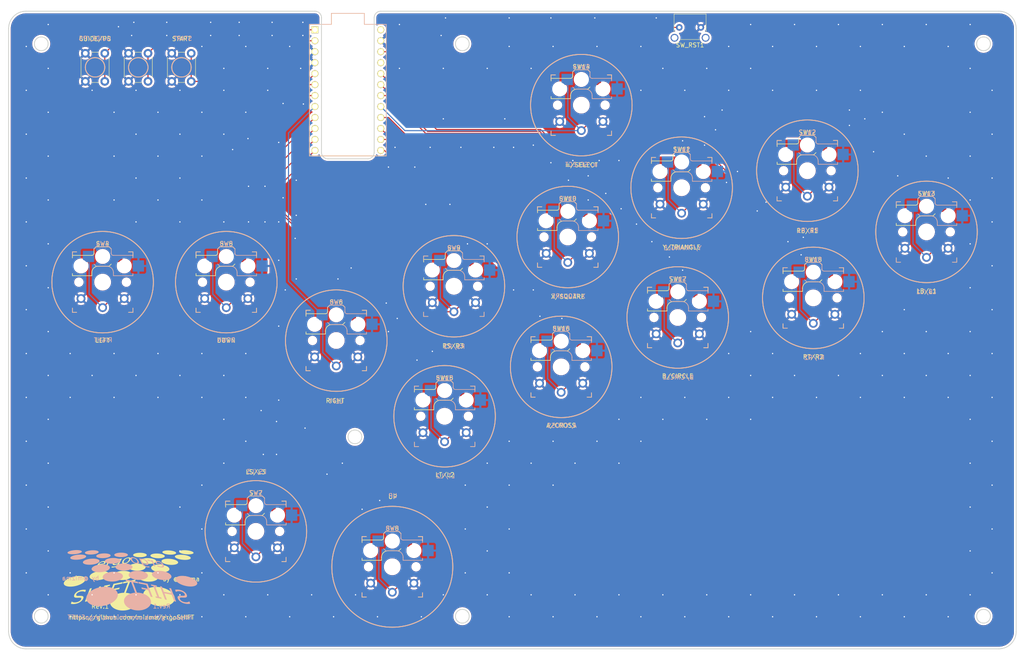
<source format=kicad_pcb>
(kicad_pcb (version 20221018) (generator pcbnew)
  (title_block (title "ergoSHIFT PCB") (date "2023-12-17") (rev "rev.1"))
  (layers (0 "F.Cu" signal) (31 "B.Cu" signal) (34 "B.Paste" user) (35 "F.Paste" user) (36 "B.SilkS" user "B.Silkscreen") (37 "F.SilkS" user "F.Silkscreen") (38 "B.Mask" user) (39 "F.Mask" user) (44 "Edge.Cuts" user))
  (net 0 "")
  (net 1 "HOME")
  (net 2 "GND")
  (net 3 "OPT")
  (net 4 "START")
  (net 5 "LEFT")
  (net 6 "DOWN")
  (net 7 "RIGHT")
  (net 8 "L3")
  (net 9 "UP")
  (net 10 "R3")
  (net 11 "X")
  (net 12 "Y")
  (net 13 "R1")
  (net 14 "L1")
  (net 15 "SEL")
  (net 16 "L2")
  (net 17 "A")
  (net 18 "B")
  (net 19 "R2")
  (net 20 "RST")
  (footprint "keyswitches:Kailh_socket_PG1350_optional_reversible" (layer "F.Cu") (at 205.75 90.88)
    (fp_text reference "SW11")
    (fp_text value "SW_Push")
  )
  (footprint "keyswitches:Kailh_socket_PG1350_optional_reversible" (layer "F.Cu") (at 182.54 71.75)
    (fp_text reference "SW14")
    (fp_text value "SW_Push")
  )
  (footprint "keyswitches:Kailh_socket_PG1350_optional_reversible" (layer "F.Cu") (at 177.87 132.37)
    (fp_text reference "SW16")
    (fp_text value "SW_Push")
  )
  (footprint "keyswitches:Kailh_socket_PG1350_optional_reversible" (layer "F.Cu") (at 236.22 116.39)
    (fp_text reference "SW18")
    (fp_text value "SW_Push")
  )
  (footprint "ergoSHIFT-rev1-kicad:SW_Tactile_Yushakobo 3x6x4.3mm" (layer "F.Cu") (at 207.7 53.75)
    (fp_text reference "SW_RST1")
    (fp_text value "SW_Push")
  )
  (footprint "promicro:ProMicro" (layer "F.Cu") (at 128.5 68.27 -90)
    (fp_text reference "U1" hide)
    (fp_text value "ProMicro")
  )
  (footprint "keyswitches:Kailh_socket_PG1350_optional_reversible" (layer "F.Cu") (at 125.82 126.26)
    (fp_text reference "SW6")
    (fp_text value "SW_Push")
  )
  (footprint "Button_Switch_THT:SW_PUSH_6mm_H8.5mm" (layer "F.Cu") (at 80 63 -90)
    (fp_text reference "SW2" hide)
    (fp_text value "SW_Push")
  )
  (footprint "keyswitches:Kailh_socket_PG1350_optional_reversible" (layer "F.Cu") (at 262.42 101.11)
    (fp_text reference "SW13")
    (fp_text value "SW_Push")
  )
  (footprint "keyswitches:Kailh_socket_PG1350_optional_reversible" (layer "F.Cu") (at 150.89 143.81)
    (fp_text reference "SW15")
    (fp_text value "SW_Push")
  )
  (footprint "keyswitches:Kailh_socket_PG1350_optional_reversible" (layer "F.Cu") (at 153.05 113.7)
    (fp_text reference "SW9")
    (fp_text value "SW_Push")
  )
  (footprint "keyswitches:Kailh_socket_PG1350_optional_reversible" (layer "F.Cu") (at 107.22 170.47)
    (fp_text reference "SW7")
    (fp_text value "SW_Push")
  )
  (footprint "keyswitches:Kailh_socket_PG1350_optional_reversible" (layer "F.Cu") (at 179.4 102.29)
    (fp_text reference "SW10")
    (fp_text value "SW_Push")
  )
  (footprint "keyswitches:Kailh_socket_PG1350_optional_reversible" (layer "F.Cu") (at 204.85 120.93)
    (fp_text reference "SW17")
    (fp_text value "SW_Push")
  )
  (footprint "keyswitches:Kailh_socket_PG1350_optional_reversible" (layer "F.Cu") (at 138.79 178.67)
    (fp_text reference "SW8")
    (fp_text value "SW_Push")
  )
  (footprint "Button_Switch_THT:SW_PUSH_6mm_H8.5mm" (layer "F.Cu") (at 90 63 -90)
    (fp_text reference "SW3" hide)
    (fp_text value "SW_Push")
  )
  (footprint "Button_Switch_THT:SW_PUSH_6mm_H8.5mm" (layer "F.Cu") (at 70 63 -90)
    (fp_text reference "SW1" hide)
    (fp_text value "SW_Push")
  )
  (footprint "keyswitches:Kailh_socket_PG1350_optional_reversible" (layer "F.Cu") (at 234.85 86.94)
    (fp_text reference "SW12")
    (fp_text value "SW_Push")
  )
  (footprint "keyswitches:Kailh_socket_PG1350_optional_reversible" (layer "F.Cu") (at 100.37 112.75)
    (fp_text reference "SW5")
    (fp_text value "SW_Push")
  )
  (footprint "keyswitches:Kailh_socket_PG1350_optional_reversible" (layer "F.Cu") (at 71.75 112.75)
    (fp_text reference "SW4")
    (fp_text value "SW_Push")
  )
  (gr_poly (pts (xy 76.483764 177.901059) (xy 76.287635 177.913631) (xy 76.098333 177.934074) (xy 75.916851 177.961971) (xy 75.744182 177.996906) (xy 75.581318 178.038461) (xy 75.429253 178.086219) (xy 75.288979 178.139764) (xy 75.16149 178.198678) (xy 75.047777 178.262545) (xy 74.948835 178.330946) (xy 74.865656 178.403467) (xy 74.799233 178.479688) (xy 74.772615 178.519056) (xy 74.750558 178.559194) (xy 74.733187 178.600048) (xy 74.720626 178.641567) (xy 74.712998 178.683698) (xy 74.710427 178.72639) (xy 74.712998 178.769082) (xy 74.720626 178.811213) (xy 74.733187 178.852732) (xy 74.750558 178.893586) (xy 74.772615 178.933723) (xy 74.799233 178.973092) (xy 74.830288 179.011639) (xy 74.865656 179.049313) (xy 74.905213 179.086062) (xy 74.948835 179.121833) (xy 74.996398 179.156575) (xy 75.047777 179.190235) (xy 75.102849 179.222761) (xy 75.16149 179.254102) (xy 75.223574 179.284204) (xy 75.288979 179.313016) (xy 75.35758 179.340485) (xy 75.429253 179.366561) (xy 75.503873 179.391189) (xy 75.581318 179.414319) (xy 75.661462 179.435898) (xy 75.744182 179.455874) (xy 75.829353 179.474195) (xy 75.916851 179.490809) (xy 76.006552 179.505664) (xy 76.098333 179.518707) (xy 76.192069 179.529886) (xy 76.287635 179.53915) (xy 76.384908 179.546445) (xy 76.483764 179.551721) (xy 76.584078 179.554925) (xy 76.685727 179.556004) (xy 76.88769 179.551721) (xy 77.083819 179.53915) (xy 77.273121 179.518707) (xy 77.454604 179.490809) (xy 77.627273 179.455874) (xy 77.790137 179.414319) (xy 77.942202 179.366561) (xy 78.082476 179.313016) (xy 78.209965 179.254102) (xy 78.323677 179.190235) (xy 78.422619 179.121833) (xy 78.505798 179.049313) (xy 78.572222 178.973092) (xy 78.598839 178.933723) (xy 78.620896 178.893586) (xy 78.638267 178.852732) (xy 78.650829 178.811213) (xy 78.658457 178.769082) (xy 78.661027 178.72639) (xy 78.658457 178.683698) (xy 78.650829 178.641567) (xy 78.638267 178.600048) (xy 78.620896 178.559194) (xy 78.598839 178.519056) (xy 78.572222 178.479688) (xy 78.541167 178.441141) (xy 78.505798 178.403467) (xy 78.466241 178.366718) (xy 78.422619 178.330946) (xy 78.375057 178.296205) (xy 78.323677 178.262545) (xy 78.268605 178.230019) (xy 78.209965 178.198678) (xy 78.14788 178.168576) (xy 78.082476 178.139764) (xy 78.013875 178.112295) (xy 77.942202 178.086219) (xy 77.867581 178.061591) (xy 77.790137 178.038461) (xy 77.709993 178.016882) (xy 77.627273 177.996906) (xy 77.542102 177.978585) (xy 77.454604 177.961971) (xy 77.364902 177.947117) (xy 77.273121 177.934074) (xy 77.179386 177.922894) (xy 77.083819 177.913631) (xy 76.986546 177.906335) (xy 76.88769 177.901059) (xy 76.787376 177.897856) (xy 76.685727 177.896776)) (fill solid) (layer "B.SilkS"))
  (gr_poly (pts (xy 80.82525 177.957567) (xy 80.847995 178.001395) (xy 80.871738 178.04401) (xy 80.896481 178.085411) (xy 80.922224 178.125598) (xy 80.948965 178.164572) (xy 80.976705 178.202332) (xy 81.005445 178.238879) (xy 81.035184 178.274212) (xy 81.065921 178.308331) (xy 81.097659 178.341237) (xy 81.130395 178.37293) (xy 81.16413 178.403409) (xy 81.198865 178.432674) (xy 81.234599 178.460726) (xy 81.271332 178.487564) (xy 81.309064 178.513189) (xy 81.347907 178.537699) (xy 81.387972 178.561191) (xy 81.429258 178.583667) (xy 81.471767 178.605125) (xy 81.515498 178.625566) (xy 81.560451 178.644989) (xy 81.606625 178.663396) (xy 81.654022 178.680785) (xy 81.702641 178.697158) (xy 81.752481 178.712513) (xy 81.803544 178.726851) (xy 81.855829 178.740171) (xy 81.909336 178.752475) (xy 81.964064 178.763762) (xy 82.020015 178.774031) (xy 82.077188 178.783283) (xy 82.115331 178.78882) (xy 82.153005 178.793815) (xy 82.190208 178.79827) (xy 82.226941 178.802183) (xy 82.263205 178.805556) (xy 82.298997 178.808387) (xy 82.33432 178.810677) (xy 82.369172 178.812426) (xy 82.403354 178.813929) (xy 82.437212 178.814986) (xy 82.470747 178.815595) (xy 82.503958 178.815758) (xy 82.536847 178.815475) (xy 82.569413 178.814745) (xy 82.601655 178.813568) (xy 82.633575 178.811945) (xy 82.513263 178.571621) (xy 82.496015 178.569011) (xy 82.477621 178.571578) (xy 82.456474 178.574018) (xy 82.432572 178.57633) (xy 82.405916 178.578515) (xy 82.376507 178.580572) (xy 82.344343 178.582502) (xy 82.309425 178.584304) (xy 82.271752 178.585979) (xy 82.232595 178.587375) (xy 82.192909 178.587715) (xy 82.152694 178.586998) (xy 82.111951 178.585225) (xy 82.070679 178.582397) (xy 82.028878 178.578512) (xy 81.98655 178.573571) (xy 81.943692 178.567573) (xy 81.902959 178.560994) (xy 81.863554 178.553784) (xy 81.825478 178.545944) (xy 81.78873 178.537473) (xy 81.753311 178.528372) (xy 81.71922 178.51864) (xy 81.686457 178.508278) (xy 81.655023 178.497286) (xy 81.624831 178.48574) (xy 81.595796 178.473718) (xy 81.567917 178.461221) (xy 81.541196 178.448248) (xy 81.515632 178.434799) (xy 81.491224 178.420875) (xy 81.467973 178.406475) (xy 81.44588 178.3916) (xy 81.42506 178.376881) (xy 81.405005 178.361699) (xy 81.395264 178.353935) (xy 81.385715 178.346055) (xy 81.376356 178.338059) (xy 81.367189 178.329947) (xy 81.358213 178.32172) (xy 81.349428 178.313377) (xy 81.340834 178.304919) (xy 81.332431 178.296345) (xy 81.32422 178.287655) (xy 81.3162 178.278849) (xy 81.308371 178.269928) (xy 81.300733 178.260891) (xy 81.285924 178.242508) (xy 81.27167 178.223739) (xy 81.257971 178.204585) (xy 81.244825 178.185044) (xy 81.232234 178.165117) (xy 81.220196 178.144804) (xy 81.208713 178.124104) (xy 81.197784 178.103019) (xy 81.133868 177.975346) (xy 81.180653 178.001478) (xy 81.226395 178.026223) (xy 81.271094 178.049581) (xy 81.314749 178.071551) (xy 81.357362 178.092135) (xy 81.398932 178.111331) (xy 81.439458 178.129141) (xy 81.478942 178.145563) (xy 81.518151 178.160444) (xy 81.559032 178.174384) (xy 81.601584 178.187385) (xy 81.645809 178.199445) (xy 81.691706 178.210565) (xy 81.739274 178.220745) (xy 81.788514 178.229986) (xy 81.839425 178.238286) (xy 81.881642 178.244023) (xy 81.922049 178.248185) (xy 81.960647 178.250772) (xy 81.997434 178.251783) (xy 82.032411 178.251219) (xy 82.065578 178.24908) (xy 82.096936 178.245365) (xy 82.126483 178.240075) (xy 82.154221 178.23321) (xy 82.180148 178.224769) (xy 82.204266 178.214753) (xy 82.226574 178.203161) (xy 82.247072 178.189994) (xy 82.26576 178.175252) (xy 82.282638 178.158934) (xy 82.297706 178.141042) (xy 82.304371 178.131433) (xy 82.310498 178.121476) (xy 82.316086 178.111171) (xy 82.321135 178.100518) (xy 82.325646 178.089517) (xy 82.329618 178.078167) (xy 82.333052 178.06647) (xy 82.335947 178.054424) (xy 82.338303 178.04203) (xy 82.340121 178.029288) (xy 82.341401 178.016198) (xy 82.342141 178.00276) (xy 82.342343 177.988974) (xy 82.342007 177.974839) (xy 82.339718 177.945526) (xy 82.335275 177.91482) (xy 82.328677 177.882722) (xy 82.324524 177.866828) (xy 81.987934 177.866828) (xy 81.987309 177.884461) (xy 81.985348 177.90107) (xy 81.982053 177.916655) (xy 81.977423 177.931215) (xy 81.971458 177.944751) (xy 81.967936 177.951122) (xy 81.964002 177.957211) (xy 81.959656 177.963019) (xy 81.954899 177.968546) (xy 81.949729 177.973791) (xy 81.944148 177.978754) (xy 81.938155 177.983437) (xy 81.93175 177.987837) (xy 81.924934 177.991956) (xy 81.917705 177.995794) (xy 81.910065 177.99935) (xy 81.902013 178.002625) (xy 81.893549 178.005618) (xy 81.884673 178.008329) (xy 81.875385 178.01076) (xy 81.865686 178.012908) (xy 81.855575 178.014775) (xy 81.845052 178.016361) (xy 81.834117 178.017665) (xy 81.82277 178.018688) (xy 81.811012 178.019429) (xy 81.798841 178.019889) (xy 81.786259 178.020067) (xy 81.773265 178.019964) (xy 81.746042 178.018913) (xy 81.717172 178.016736) (xy 81.686654 178.013433) (xy 81.654489 178.009004) (xy 81.618824 178.003047) (xy 81.582553 177.995878) (xy 81.545675 177.987496) (xy 81.50819 177.977901) (xy 81.470098 177.967094) (xy 81.4314 177.955074) (xy 81.392094 177.941842) (xy 81.352182 177.927397) (xy 81.311549 177.911614) (xy 81.27126 177.895124) (xy 81.231315 177.877927) (xy 81.191712 177.860022) (xy 81.152453 177.84141) (xy 81.113537 177.822091) (xy 81.074964 177.802065) (xy 81.036735 177.781332) (xy 81.036737 177.781332) (xy 80.655122 177.019056) (xy 80.682063 177.013661) (xy 80.708857 177.008967) (xy 80.735504 177.004973) (xy 80.762003 177.00168) (xy 80.788355 176.999088) (xy 80.814559 176.997196) (xy 80.840617 176.996006) (xy 80.866527 176.995516) (xy 80.891922 176.995291) (xy 80.917611 176.995653) (xy 80.943594 176.996602) (xy 80.969871 176.998138) (xy 80.996441 177.000261) (xy 81.023305 177.00297) (xy 81.050463 177.006266) (xy 81.077914 177.010149) (xy 81.111144 177.015647) (xy 81.143993 177.022027) (xy 81.176462 177.02929) (xy 81.208551 177.037436) (xy 81.240259 177.046464) (xy 81.271588 177.056374) (xy 81.302536 177.067167) (xy 81.333103 177.078842) (xy 81.363291 177.091399) (xy 81.393098 177.104839) (xy 81.422525 177.119161) (xy 81.451572 177.134366) (xy 81.480238 177.150453) (xy 81.508525 177.167423) (xy 81.536431 177.185275) (xy 81.563956 177.204009) (xy 81.590922 177.223553) (xy 81.617149 177.243835) (xy 81.642636 177.264855) (xy 81.667385 177.286613) (xy 81.691394 177.309108) (xy 81.714664 177.332341) (xy 81.737195 177.356312) (xy 81.758987 177.38102) (xy 81.78004 177.406467) (xy 81.800354 177.432651) (xy 81.819928 177.459572) (xy 81.838763 177.487232) (xy 81.85686 177.515629) (xy 81.874216 177.544764) (xy 81.890834 177.574637) (xy 81.906713 177.605247) (xy 81.920771 177.63415) (xy 81.933494 177.662027) (xy 81.944883 177.688881) (xy 81.954936 177.714709) (xy 81.963655 177.739514) (xy 81.971039 177.763294) (xy 81.977088 177.786049) (xy 81.981802 177.807781) (xy 81.985181 177.828487) (xy 81.987225 177.84817) (xy 81.987934 177.866828) (xy 82.324524 177.866828) (xy 82.319925 177.849231) (xy 82.309019 177.814348) (xy 82.295959 177.778073) (xy 82.280744 177.740405) (xy 82.263375 177.701344) (xy 82.243852 177.660891) (xy 82.220607 177.61645) (xy 82.19599 177.573247) (xy 82.183166 177.55211) (xy 82.17 177.531282) (xy 82.15649 177.510764) (xy 82.142637 177.490556) (xy 82.128441 177.470657) (xy 82.113901 177.451068) (xy 82.099019 177.431788) (xy 82.083793 177.412818) (xy 82.068224 177.394158) (xy 82.052312 177.375807) (xy 82.036057 177.357766) (xy 82.019458 177.340034) (xy 81.984832 177.304951) (xy 81.94921 177.270766) (xy 81.912592 177.237479) (xy 81.87498 177.205089) (xy 81.836371 177.173597) (xy 81.796768 177.143002) (xy 81.756168 177.113306) (xy 81.714574 177.084507) (xy 81.674981 177.05856) (xy 81.634505 177.033636) (xy 81.593146 177.009736) (xy 81.550905 176.986859) (xy 81.507781 176.965005) (xy 81.463774 176.944175) (xy 81.418886 176.924368) (xy 81.373115 176.905584) (xy 81.327163 176.887785) (xy 81.282049 176.871559) (xy 81.237772 176.856906) (xy 81.194332 176.843826) (xy 81.15173 176.832318) (xy 81.109964 176.822383) (xy 81.069036 176.814021) (xy 81.028945 176.807232) (xy 80.988174 176.801424) (xy 80.94952 176.79666) (xy 80.912983 176.792938) (xy 80.878562 176.790261) (xy 80.846257 176.788626) (xy 80.816069 176.788035) (xy 80.787998 176.788488) (xy 80.762044 176.789984) (xy 80.736577 176.792004) (xy 80.711144 176.79479) (xy 80.685745 176.798339) (xy 80.660379 176.802653) (xy 80.635047 176.807731) (xy 80.609749 176.813574) (xy 80.584485 176.820181) (xy 80.559255 176.827553) (xy 80.508489 176.764341) (xy 80.204908 176.718405)) (fill solid) (layer "B.SilkS"))
  (gr_poly (pts (xy 86.181844 186.237779) (xy 86.631166 186.326071) (xy 86.059396 184.821569) (xy 87.745498 185.152891) (xy 88.317268 186.657392) (xy 88.766591 186.745684) (xy 87.598736 183.672702) (xy 87.149412 183.58441) (xy 87.607457 184.789665) (xy 85.921355 184.458345) (xy 85.46331 183.253089) (xy 85.01399 183.164797)) (fill solid) (layer "B.SilkS"))
  (gr_circle (center 107.22 170.47) (end 118.97 170.47) (stroke (width 0.2)) (fill none) (layer "B.SilkS"))
  (gr_poly (pts (xy 84.704769 179.603047) (xy 84.5003 179.613847) (xy 84.305583 179.634462) (xy 84.121842 179.664569) (xy 83.9503 179.703844) (xy 83.792177 179.751962) (xy 83.648698 179.8086) (xy 83.521084 179.873434) (xy 83.410558 179.946139) (xy 83.318343 180.026391) (xy 83.279483 180.069246) (xy 83.24566 180.113867) (xy 83.217025 180.160212) (xy 83.193732 180.208242) (xy 83.175933 180.257916) (xy 83.163781 180.309193) (xy 83.157492 180.361408) (xy 83.157092 180.413869) (xy 83.162451 180.466489) (xy 83.173439 180.519181) (xy 83.189926 180.571861) (xy 83.21178 180.624441) (xy 83.238872 180.676838) (xy 83.271072 180.728963) (xy 83.308249 180.780733) (xy 83.350273 180.83206) (xy 83.397014 180.88286) (xy 83.448341 180.933045) (xy 83.504124 180.982531) (xy 83.564234 181.031231) (xy 83.628538 181.07906) (xy 83.696908 181.125931) (xy 83.769213 181.171759) (xy 83.845322 181.216459) (xy 83.925106 181.259943) (xy 84.008434 181.302127) (xy 84.095176 181.342924) (xy 84.185201 181.382249) (xy 84.27838 181.420015) (xy 84.374581 181.456138) (xy 84.473675 181.49053) (xy 84.575532 181.523106) (xy 84.68002 181.553781) (xy 84.787011 181.582468) (xy 84.896373 181.609082) (xy 85.007976 181.633537) (xy 85.121689 181.655746) (xy 85.237384 181.675625) (xy 85.468642 181.70733) (xy 85.695037 181.727922) (xy 85.915346 181.737727) (xy 86.128346 181.737067) (xy 86.332816 181.726268) (xy 86.527532 181.705653) (xy 86.711273 181.675546) (xy 86.882815 181.636271) (xy 87.040938 181.588153) (xy 87.184417 181.531514) (xy 87.312031 181.466681) (xy 87.422557 181.393976) (xy 87.514772 181.313723) (xy 87.553632 181.270868) (xy 87.587455 181.226247) (xy 87.61609 181.179902) (xy 87.639383 181.131872) (xy 87.657182 181.082199) (xy 87.669334 181.030922) (xy 87.675623 180.978706) (xy 87.676022 180.926245) (xy 87.670663 180.873626) (xy 87.659675 180.820933) (xy 87.643189 180.768254) (xy 87.621334 180.715673) (xy 87.594242 180.663277) (xy 87.562042 180.611151) (xy 87.524865 180.559382) (xy 87.482841 180.508054) (xy 87.4361 180.457255) (xy 87.384773 180.40707) (xy 87.328989 180.357584) (xy 87.26888 180.308884) (xy 87.204576 180.261055) (xy 87.136206 180.214184) (xy 87.063901 180.168355) (xy 86.987792 180.123656) (xy 86.908008 180.080172) (xy 86.82468 180.037988) (xy 86.737938 179.997191) (xy 86.647913 179.957866) (xy 86.554735 179.9201) (xy 86.458533 179.883977) (xy 86.359439 179.849585) (xy 86.257583 179.817008) (xy 86.153095 179.786333) (xy 86.046104 179.757646) (xy 85.936743 179.731032) (xy 85.82514 179.706578) (xy 85.711426 179.684368) (xy 85.595732 179.66449) (xy 85.364474 179.632785) (xy 85.138079 179.612192) (xy 84.91777 179.602388)) (fill solid) (layer "B.SilkS"))
  (gr_poly (pts (xy 78.565866 176.452488) (xy 78.526519 176.454438) (xy 78.489231 176.458137) (xy 78.454002 176.463584) (xy 78.420831 176.470779) (xy 78.389719 176.479723) (xy 78.360665 176.490416) (xy 78.33367 176.502857) (xy 78.308733 176.517047) (xy 78.285855 176.532985) (xy 78.265035 176.550671) (xy 78.246274 176.570106) (xy 78.237676 176.580359) (xy 78.229689 176.590965) (xy 78.222316 176.601923) (xy 78.215554 176.613233) (xy 78.209405 176.624896) (xy 78.203869 176.636912) (xy 78.198944 176.64928) (xy 78.194633 176.662) (xy 78.190933 176.675073) (xy 78.187846 176.688498) (xy 78.185372 176.702276) (xy 78.183509 176.716407) (xy 78.18226 176.73089) (xy 78.181622 176.745725) (xy 78.181597 176.760913) (xy 78.182184 176.776454) (xy 78.183384 176.792347) (xy 78.185196 176.808592) (xy 78.190658 176.842141) (xy 78.198569 176.8771) (xy 78.208929 176.913468) (xy 78.221739 176.951247) (xy 78.236999 176.990436) (xy 78.254708 177.031035) (xy 78.274867 177.073044) (xy 78.296913 177.115338) (xy 78.320282 177.156793) (xy 78.344974 177.197409) (xy 78.37099 177.237186) (xy 78.39833 177.276123) (xy 78.426993 177.314222) (xy 78.45698 177.351482) (xy 78.48829 177.387902) (xy 78.520925 177.423484) (xy 78.554882 177.458226) (xy 78.590164 177.492129) (xy 78.626769 177.525193) (xy 78.664697 177.557418) (xy 78.70395 177.588804) (xy 78.744526 177.619351) (xy 78.786426 177.649059) (xy 78.829241 177.677672) (xy 78.872562 177.704933) (xy 78.916391 177.730843) (xy 78.960726 177.755402) (xy 79.005567 177.778609) (xy 79.050916 177.800465) (xy 79.096771 177.82097) (xy 79.143133 177.840123) (xy 79.190001 177.857925) (xy 79.237376 177.874375) (xy 79.285258 177.889475) (xy 79.333647 177.903223) (xy 79.382542 177.91562) (xy 79.431944 177.926665) (xy 79.481852 177.936359) (xy 79.532268 177.944702) (xy 79.582327 177.951563) (xy 79.630306 177.956681) (xy 79.676204 177.960056) (xy 79.720022 177.961688) (xy 79.761759 177.961578) (xy 79.801415 177.959724) (xy 79.838991 177.956128) (xy 79.874487 177.950789) (xy 79.907901 177.943707) (xy 79.939235 177.934882) (xy 79.968488 177.924315) (xy 79.995661 177.912004) (xy 80.020753 177.897951) (xy 80.043764 177.882155) (xy 80.064695 177.864616) (xy 80.083545 177.845334) (xy 80.092037 177.835065) (xy 80.099921 177.824444) (xy 80.107196 177.813471) (xy 80.113861 177.802146) (xy 80.119918 177.79047) (xy 80.125365 177.778441) (xy 80.130203 177.76606) (xy 80.134433 177.753327) (xy 80.138053 177.740242) (xy 80.141065 177.726805) (xy 80.143467 177.713016) (xy 80.14526 177.698876) (xy 80.146444 177.684383) (xy 80.14702 177.669538) (xy 80.146986 177.654341) (xy 80.146343 177.638792) (xy 80.145091 177.622891) (xy 80.14323 177.606639) (xy 80.137682 177.573077) (xy 80.135157 177.562022) (xy 79.801095 177.562022) (xy 79.800325 177.582688) (xy 79.797916 177.602193) (xy 79.793866 177.620538) (xy 79.788177 177.637721) (xy 79.780847 177.653743) (xy 79.771878 177.668605) (xy 79.766766 177.675518) (xy 79.761295 177.682133) (xy 79.755466 177.68845) (xy 79.74928 177.694469) (xy 79.742736 177.700189) (xy 79.735833 177.705611) (xy 79.728573 177.710736) (xy 79.720955 177.715561) (xy 79.712979 177.720089) (xy 79.704645 177.724319) (xy 79.695954 177.72825) (xy 79.686904 177.731883) (xy 79.677496 177.735218) (xy 79.667731 177.738255) (xy 79.657608 177.740994) (xy 79.647127 177.743434) (xy 79.636287 177.745577) (xy 79.625091 177.747421) (xy 79.613536 177.748967) (xy 79.601623 177.750215) (xy 79.576724 177.751816) (xy 79.550393 177.752224) (xy 79.522631 177.751439) (xy 79.493437 177.749462) (xy 79.462812 177.746292) (xy 79.430755 177.74193) (xy 79.398589 177.736579) (xy 79.366776 177.730315) (xy 79.335314 177.723136) (xy 79.304205 177.715044) (xy 79.273448 177.706038) (xy 79.243043 177.696119) (xy 79.21299 177.685285) (xy 79.183289 177.673538) (xy 79.15394 177.660877) (xy 79.124944 177.647302) (xy 79.096299 177.632813) (xy 79.068007 177.617411) (xy 79.040066 177.601095) (xy 79.012478 177.583865) (xy 78.985242 177.565721) (xy 78.958358 177.546663) (xy 78.931681 177.526539) (xy 78.905654 177.505573) (xy 78.880276 177.483765) (xy 78.855548 177.461116) (xy 78.83147 177.437625) (xy 78.808042 177.413293) (xy 78.785263 177.388119) (xy 78.763135 177.362103) (xy 78.741656 177.335245) (xy 78.720826 177.307546) (xy 78.700647 177.279006) (xy 78.681117 177.249624) (xy 78.662237 177.2194) (xy 78.644007 177.188334) (xy 78.626427 177.156427) (xy 78.609496 177.123678) (xy 78.593346 177.090361) (xy 78.578889 177.058312) (xy 78.566126 177.027531) (xy 78.555057 176.998019) (xy 78.545682 176.969776) (xy 78.538 176.942801) (xy 78.532012 176.917094) (xy 78.527718 176.892656) (xy 78.525117 176.869487) (xy 78.52421 176.847586) (xy 78.524997 176.826954) (xy 78.527478 176.80759) (xy 78.531652 176.789495) (xy 78.53752 176.772668) (xy 78.545082 176.75711) (xy 78.554338 176.742821) (xy 78.559526 176.736061) (xy 78.565066 176.729595) (xy 78.570958 176.723421) (xy 78.577203 176.71754) (xy 78.583799 176.711952) (xy 78.590748 176.706657) (xy 78.598049 176.701654) (xy 78.605701 176.696944) (xy 78.613706 176.692527) (xy 78.622063 176.688403) (xy 78.630772 176.684571) (xy 78.639833 176.681032) (xy 78.649246 176.677786) (xy 78.659011 176.674833) (xy 78.669128 176.672173) (xy 78.679598 176.669805) (xy 78.690419 176.66773) (xy 78.701593 176.665948) (xy 78.724996 176.663262) (xy 78.749807 176.661747) (xy 78.776027 176.661403) (xy 78.803655 176.662231) (xy 78.832692 176.664229) (xy 78.863137 176.667399) (xy 78.89499 176.671739) (xy 78.92778 176.67718) (xy 78.960173 176.683519) (xy 78.992168 176.690755) (xy 79.023765 176.69889) (xy 79.054966 176.707922) (xy 79.085769 176.717852) (xy 79.116174 176.72868) (xy 79.146182 176.740406) (xy 79.175792 176.75303) (xy 79.205006 176.766552) (xy 79.233821 176.780971) (xy 79.262239 176.796289) (xy 79.29026 176.812504) (xy 79.317884 176.829617) (xy 79.345109 176.847628) (xy 79.371938 176.866537) (xy 79.397982 176.886168) (xy 79.423442 176.906723) (xy 79.448318 176.928201) (xy 79.472611 176.950604) (xy 79.49632 176.973931) (xy 79.519446 176.998181) (xy 79.541988 177.023356) (xy 79.563946 177.049455) (xy 79.58532 177.076477) (xy 79.606111 177.104423) (xy 79.626319 177.133294) (xy 79.645942 177.163088) (xy 79.664982 177.193806) (xy 79.683439 177.225448) (xy 79.701311 177.258014) (xy 79.7186 177.291504) (xy 79.73423 177.32378) (xy 79.748219 177.354896) (xy 79.760568 177.38485) (xy 79.771277 177.413643) (xy 79.780347 177.441276) (xy 79.787776 177.467747) (xy 79.793566 177.493057) (xy 79.797716 177.517206) (xy 79.800225 177.540195) (xy 79.801095 177.562022) (xy 80.135157 177.562022) (xy 80.129697 177.538107) (xy 80.119276 177.50173) (xy 80.106419 177.463944) (xy 80.091126 177.42475) (xy 80.073397 177.384149) (xy 80.053231 177.342139) (xy 80.031193 177.299846) (xy 80.007844 177.258394) (xy 79.983185 177.217783) (xy 79.957216 177.178013) (xy 79.929936 177.139084) (xy 79.901347 177.100997) (xy 79.871447 177.06375) (xy 79.840238 177.027345) (xy 79.807718 176.991781) (xy 79.773888 176.957057) (xy 79.738747 176.923175) (xy 79.702297 176.890134) (xy 79.664536 176.857935) (xy 79.625466 176.826576) (xy 79.585085 176.796058) (xy 79.543393 176.766382) (xy 79.500489 176.737616) (xy 79.457057 176.710207) (xy 79.413095 176.684155) (xy 79.368605 176.65946) (xy 79.323586 176.636122) (xy 79.278038 176.614141) (xy 79.231961 176.593517) (xy 79.185356 176.57425) (xy 79.138222 176.55634) (xy 79.090559 176.539787) (xy 79.042367 176.524591) (xy 78.993647 176.510753) (xy 78.944398 176.498271) (xy 78.89462 176.487146) (xy 78.844313 176.477378) (xy 78.793477 176.468967) (xy 78.743838 176.462174) (xy 78.696257 176.45713) (xy 78.650735 176.453834) (xy 78.607271 176.452287)) (fill solid) (layer "B.SilkS"))
  (gr_poly (pts (xy 82.201406 177.257662) (xy 82.218654 177.260272) (xy 82.235203 177.259993) (xy 82.251763 177.259932) (xy 82.268332 177.260089) (xy 82.284911 177.260465) (xy 82.301499 177.26106) (xy 82.318098 177.261872) (xy 82.334706 177.262903) (xy 82.351323 177.264151) (xy 82.36781 177.265291) (xy 82.385203 177.266748) (xy 82.403504 177.268523) (xy 82.422711 177.270616) (xy 82.442824 177.273027) (xy 82.463844 177.275756) (xy 82.508603 177.282167) (xy 82.546339 177.288582) (xy 82.584516 177.296474) (xy 82.623133 177.305842) (xy 82.662191 177.316687) (xy 82.701689 177.329008) (xy 82.741627 177.342806) (xy 82.782005 177.35808) (xy 82.822824 177.374831) (xy 82.86377 177.392433) (xy 82.904842 177.410885) (xy 82.946041 177.430188) (xy 82.987368 177.450342) (xy 83.02882 177.471346) (xy 83.0704 177.493201) (xy 83.112107 177.515907) (xy 83.153941 177.539464) (xy 83.650855 178.53205) (xy 83.975135 178.581118) (xy 83.275195 177.182987) (xy 82.950915 177.133919) (xy 83.054307 177.340446) (xy 82.993158 177.306122) (xy 82.934503 177.274091) (xy 82.87834 177.244353) (xy 82.82467 177.216908) (xy 82.773494 177.191757) (xy 82.72481 177.168899) (xy 82.67862 177.148335) (xy 82.634923 177.130064) (xy 82.592177 177.113292) (xy 82.550012 177.097982) (xy 82.50843 177.084134) (xy 82.46743 177.071748) (xy 82.427013 177.060824) (xy 82.387178 177.051362) (xy 82.347925 177.043362) (xy 82.309255 177.036824) (xy 82.270023 177.031104) (xy 82.236848 177.026735) (xy 82.20973 177.023716) (xy 82.198442 177.022713) (xy 82.188668 177.022047) (xy 82.168145 177.02046) (xy 82.14327 177.018937) (xy 82.114043 177.017479) (xy 82.080464 177.016085)) (fill solid) (layer "B.SilkS"))
  (gr_circle (center 150.89 143.81) (end 162.64 143.81) (stroke (width 0.2)) (fill none) (layer "B.SilkS"))
  (gr_poly (pts (xy 69.371968 174.848844) (xy 69.208907 174.857298) (xy 69.046182 174.870728) (xy 68.888485 174.888655) (xy 68.736601 174.910784) (xy 68.591315 174.936818) (xy 68.453412 174.966463) (xy 68.323675 174.999422) (xy 68.20289 175.035398) (xy 68.091841 175.074096) (xy 67.991313 175.11522) (xy 67.90209 175.158474) (xy 67.824956 175.203562) (xy 67.760697 175.250188) (xy 67.710097 175.298056) (xy 67.67394 175.34687) (xy 67.661523 175.371539) (xy 67.653011 175.396333) (xy 67.648503 175.421217) (xy 67.648095 175.446151) (xy 67.651834 175.470807) (xy 67.65963 175.494864) (xy 67.671381 175.518297) (xy 67.686986 175.541084) (xy 67.706342 175.563201) (xy 67.729346 175.584624) (xy 67.755898 175.60533) (xy 67.785894 175.625295) (xy 67.819233 175.644495) (xy 67.855812 175.662908) (xy 67.895529 175.680509) (xy 67.938282 175.697276) (xy 67.983969 175.713183) (xy 68.032489 175.728209) (xy 68.083737 175.742328) (xy 68.137614 175.755519) (xy 68.252841 175.779018) (xy 68.377352 175.798518) (xy 68.510331 175.81383) (xy 68.650961 175.824765) (xy 68.798424 175.831136) (xy 68.951903 175.832754) (xy 69.110581 175.82943) (xy 69.273641 175.820976) (xy 69.436367 175.807547) (xy 69.594064 175.78962) (xy 69.745948 175.767491) (xy 69.891234 175.741456) (xy 70.029138 175.711812) (xy 70.158874 175.678853) (xy 70.279659 175.642877) (xy 70.390707 175.604178) (xy 70.491235 175.563054) (xy 70.580458 175.5198) (xy 70.657591 175.474712) (xy 70.72185 175.428086) (xy 70.77245 175.380218) (xy 70.808606 175.331404) (xy 70.821023 175.306735) (xy 70.829535 175.281941) (xy 70.834043 175.257057) (xy 70.834451 175.232123) (xy 70.830712 175.207467) (xy 70.822916 175.18341) (xy 70.811165 175.159977) (xy 70.795561 175.13719) (xy 70.776205 175.115073) (xy 70.753201 175.09365) (xy 70.726649 175.072944) (xy 70.696653 175.052979) (xy 70.663315 175.033779) (xy 70.626736 175.015366) (xy 70.587019 174.997765) (xy 70.544266 174.980999) (xy 70.498579 174.965091) (xy 70.45006 174.950066) (xy 70.398811 174.935946) (xy 70.344935 174.922755) (xy 70.229708 174.899256) (xy 70.105196 174.879756) (xy 69.972217 174.864444) (xy 69.831588 174.853509) (xy 69.684125 174.847138) (xy 69.530646 174.84552)) (fill solid) (layer "B.SilkS"))
  (gr_circle (center 125.82 126.29) (end 137.57 126.29) (stroke (width 0.2)) (fill none) (layer "B.SilkS"))
  (gr_circle (center 182.54 71.75) (end 194.29 71.75) (stroke (width 0.2)) (fill none) (layer "B.SilkS"))
  (gr_poly (pts (xy 74.142358 176.630634) (xy 74.049274 176.633018) (xy 73.864492 176.642896) (xy 73.685263 176.659213) (xy 73.512484 176.681606) (xy 73.347054 176.709709) (xy 73.189872 176.743156) (xy 73.041835 176.781583) (xy 72.903842 176.824624) (xy 72.776791 176.871915) (xy 72.661581 176.92309) (xy 72.55911 176.977785) (xy 72.470276 177.035633) (xy 72.395978 177.09627) (xy 72.337114 177.159332) (xy 72.31375 177.191657) (xy 72.294581 177.224451) (xy 72.279721 177.257669) (xy 72.26928 177.291265) (xy 72.263371 177.325192) (xy 72.262107 177.359406) (xy 72.265549 177.393456) (xy 72.273607 177.426896) (xy 72.286166 177.459689) (xy 72.30311 177.491797) (xy 72.324326 177.523182) (xy 72.349698 177.553806) (xy 72.379112 177.583632) (xy 72.412451 177.612623) (xy 72.449602 177.640739) (xy 72.490449 177.667945) (xy 72.534877 177.694201) (xy 72.582772 177.71947) (xy 72.634019 177.743715) (xy 72.688502 177.766898) (xy 72.746106 177.788981) (xy 72.806717 177.809926) (xy 72.87022 177.829696) (xy 72.9365 177.848253) (xy 73.005441 177.86556) (xy 73.076929 177.881577) (xy 73.150849 177.896269) (xy 73.227086 177.909597) (xy 73.305525 177.921523) (xy 73.38605 177.93201) (xy 73.468548 177.94102) (xy 73.552903 177.948516) (xy 73.639001 177.954458) (xy 73.726725 177.958811) (xy 73.815962 177.961536) (xy 73.906596 177.962596) (xy 73.998512 177.961952) (xy 74.091596 177.959567) (xy 74.276378 177.94969) (xy 74.455607 177.933372) (xy 74.628386 177.910979) (xy 74.793816 177.882877) (xy 74.950998 177.849429) (xy 75.099035 177.811003) (xy 75.237028 177.767961) (xy 75.364079 177.72067) (xy 75.479289 177.669495) (xy 75.58176 177.614801) (xy 75.670593 177.556952) (xy 75.744892 177.496315) (xy 75.803756 177.433254) (xy 75.82712 177.400928) (xy 75.846288 177.368134) (xy 75.861149 177.334916) (xy 75.87159 177.301321) (xy 75.877498 177.267393) (xy 75.878762 177.233179) (xy 75.87532 177.199129) (xy 75.867263 177.165689) (xy 75.854704 177.132896) (xy 75.837759 177.100788) (xy 75.816543 177.069404) (xy 75.791171 177.038779) (xy 75.761758 177.008953) (xy 75.728419 176.979963) (xy 75.691268 176.951846) (xy 75.650421 176.924641) (xy 75.605992 176.898384) (xy 75.558098 176.873115) (xy 75.506851 176.84887) (xy 75.452368 176.825687) (xy 75.394764 176.803604) (xy 75.334153 176.782659) (xy 75.27065 176.762889) (xy 75.204371 176.744332) (xy 75.135429 176.727026) (xy 75.063941 176.711008) (xy 74.990021 176.696316) (xy 74.913784 176.682988) (xy 74.835346 176.671062) (xy 74.75482 176.660575) (xy 74.672322 176.651565) (xy 74.587967 176.64407) (xy 74.501869 176.638127) (xy 74.414145 176.633774) (xy 74.324908 176.631049) (xy 74.234274 176.62999)) (fill solid) (layer "B.SilkS"))
  (gr_circle (center 236.22 116.39) (end 247.97 116.39) (stroke (width 0.2)) (fill none) (layer "B.SilkS"))
  (gr_poly (pts (xy 65.565492 174.798288) (xy 65.399714 174.805669) (xy 65.229543 174.818117) (xy 65.059903 174.835361) (xy 64.895685 174.856815) (xy 64.737699 174.882174) (xy 64.586755 174.911129) (xy 64.44366 174.943376) (xy 64.309226 174.978608) (xy 64.184261 175.016518) (xy 64.069575 175.0568) (xy 63.965977 175.099147) (xy 63.874277 175.143254) (xy 63.795283 175.188813) (xy 63.729807 175.235519) (xy 63.678656 175.283065) (xy 63.64264 175.331145) (xy 63.630561 175.355289) (xy 63.622569 175.379451) (xy 63.618766 175.403594) (xy 63.619252 175.427679) (xy 63.624064 175.451386) (xy 63.633095 175.474407) (xy 63.646239 175.496723) (xy 63.663388 175.518313) (xy 63.684434 175.539157) (xy 63.70927 175.559236) (xy 63.737788 175.578529) (xy 63.76988 175.597016) (xy 63.805438 175.614678) (xy 63.844356 175.631493) (xy 63.886525 175.647443) (xy 63.931837 175.662506) (xy 63.980186 175.676663) (xy 64.031463 175.689895) (xy 64.142372 175.713499) (xy 64.263703 175.733158) (xy 64.394595 175.748711) (xy 64.534186 175.759998) (xy 64.681615 175.766859) (xy 64.836022 175.769133) (xy 64.996545 175.76666) (xy 65.162322 175.759279) (xy 65.332494 175.74683) (xy 65.502134 175.729587) (xy 65.666352 175.708132) (xy 65.824338 175.682774) (xy 65.975283 175.653819) (xy 66.118377 175.621572) (xy 66.252812 175.58634) (xy 66.377777 175.54843) (xy 66.492463 175.508148) (xy 66.596061 175.4658) (xy 66.687762 175.421694) (xy 66.766755 175.376134) (xy 66.832232 175.329428) (xy 66.883383 175.281882) (xy 66.919398 175.233803) (xy 66.931477 175.209659) (xy 66.939468 175.185496) (xy 66.943271 175.161354) (xy 66.942784 175.137269) (xy 66.937973 175.113562) (xy 66.928942 175.090541) (xy 66.915798 175.068225) (xy 66.89865 175.046635) (xy 66.877604 175.02579) (xy 66.852768 175.005712) (xy 66.824251 174.986418) (xy 66.792159 174.967931) (xy 66.7566 174.95027) (xy 66.717683 174.933454) (xy 66.675514 174.917505) (xy 66.630201 174.902441) (xy 66.581852 174.888284) (xy 66.530575 174.875053) (xy 66.419666 174.851449) (xy 66.298335 174.83179) (xy 66.167443 174.816237) (xy 66.027852 174.804949) (xy 65.880422 174.798089) (xy 65.726015 174.795814)) (fill solid) (layer "B.SilkS"))
  (gr_poly (pts (xy 88.918167 183.952439) (xy 88.853435 183.955295) (xy 88.791174 183.959472) (xy 88.731384 183.96497) (xy 88.674064 183.971789) (xy 88.619215 183.979929) (xy 88.566836 183.989391) (xy 88.516929 184.000173) (xy 88.70046 184.483099) (xy 88.73223 184.489344) (xy 88.749838 184.475803) (xy 88.768556 184.462853) (xy 88.788385 184.450495) (xy 88.809325 184.438728) (xy 88.831375 184.427552) (xy 88.854536 184.416968) (xy 88.878807 184.406974) (xy 88.904189 184.397572) (xy 88.930681 184.388761) (xy 88.958284 184.380541) (xy 88.986997 184.372912) (xy 89.016821 184.365875) (xy 89.047755 184.359429) (xy 89.0798 184.353574) (xy 89.112956 184.34831) (xy 89.147222 184.343637) (xy 89.181871 184.339346) (xy 89.216938 184.335853) (xy 89.252423 184.333159) (xy 89.288327 184.331262) (xy 89.324648 184.330164) (xy 89.361388 184.329864) (xy 89.398547 184.330362) (xy 89.436123 184.331659) (xy 89.512531 184.336647) (xy 89.590611 184.344829) (xy 89.670364 184.356203) (xy 89.75179 184.370771) (xy 89.796545 184.380058) (xy 89.840606 184.390193) (xy 89.883972 184.401176) (xy 89.926642 184.413007) (xy 89.968619 184.425687) (xy 90.0099 184.439214) (xy 90.050487 184.45359) (xy 90.090378 184.468814) (xy 90.129575 184.484886) (xy 90.168077 184.501806) (xy 90.205885 184.519574) (xy 90.242997 184.538191) (xy 90.279415 184.557655) (xy 90.315138 184.577968) (xy 90.350166 184.599129) (xy 90.3845 184.621138) (xy 90.417467 184.643654) (xy 90.448966 184.666448) (xy 90.478995 184.689521) (xy 90.507555 184.712872) (xy 90.534647 184.736502) (xy 90.560269 184.760409) (xy 90.584422 184.784595) (xy 90.607106 184.809059) (xy 90.62832 184.833802) (xy 90.648066 184.858822) (xy 90.666343 184.884121) (xy 90.68315 184.909698) (xy 90.698488 184.935554) (xy 90.712357 184.961687) (xy 90.724757 184.988099) (xy 90.735688 185.014789) (xy 90.744258 185.038375) (xy 90.751732 185.061148) (xy 90.758109 185.083109) (xy 90.763391 185.104258) (xy 90.767576 185.124595) (xy 90.770665 185.14412) (xy 90.772658 185.162832) (xy 90.773555 185.180733) (xy 90.773356 185.197821) (xy 90.772061 185.214097) (xy 90.76967 185.229561) (xy 90.766183 185.244213) (xy 90.761599 185.258053) (xy 90.75592 185.27108) (xy 90.749144 185.283295) (xy 90.741272 185.294699) (xy 90.736881 185.300115) (xy 90.732129 185.305367) (xy 90.727014 185.310455) (xy 90.721538 185.315378) (xy 90.7157 185.320137) (xy 90.7095 185.324732) (xy 90.702938 185.329162) (xy 90.696014 185.333428) (xy 90.688728 185.33753) (xy 90.681081 185.341467) (xy 90.664701 185.348849) (xy 90.646873 185.355573) (xy 90.627598 185.36164) (xy 90.606876 185.36705) (xy 90.584706 185.371802) (xy 90.561088 185.375897) (xy 90.536024 185.379334) (xy 90.509512 185.382114) (xy 90.481552 185.384236) (xy 90.452145 185.385701) (xy 90.421291 185.386509) (xy 90.346798 185.385954) (xy 90.257575 185.383937) (xy 90.153623 185.380458) (xy 90.034941 185.375517) (xy 89.91405 185.370977) (xy 89.803469 185.368703) (xy 89.703199 185.368694) (xy 89.656929 185.369539) (xy 89.613238 185.370951) (xy 89.571328 185.373554) (xy 89.531147 185.377169) (xy 89.492696 185.381795) (xy 89.455975 185.387432) (xy 89.420983 185.39408) (xy 89.387721 185.40174) (xy 89.356188 185.410411) (xy 89.326385 185.420093) (xy 89.298312 185.430786) (xy 89.271968 185.442491) (xy 89.247353 185.455207) (xy 89.224468 185.468934) (xy 89.203313 185.483672) (xy 89.183887 185.499422) (xy 89.166191 185.516182) (xy 89.150224 185.533954) (xy 89.142913 185.543273) (xy 89.136084 185.55295) (xy 89.129735 185.562988) (xy 89.123868 185.573384) (xy 89.118481 185.58414) (xy 89.113576 185.595255) (xy 89.109152 185.606729) (xy 89.105209 185.618563) (xy 89.101747 185.630756) (xy 89.098766 185.643308) (xy 89.096266 185.65622) (xy 89.094247 185.669491) (xy 89.092709 185.683122) (xy 89.091653 185.697112) (xy 89.090983 185.726169) (xy 89.092237 185.756665) (xy 89.095415 185.788597) (xy 89.100518 185.821967) (xy 89.107545 185.856774) (xy 89.116497 185.893019) (xy 89.127373 185.930701) (xy 89.140173 185.969821) (xy 89.154897 186.010378) (xy 89.154896 186.010376) (xy 89.163783 186.032875) (xy 89.173384 186.055485) (xy 89.1837 186.078205) (xy 89.194731 186.101036) (xy 89.206477 186.123978) (xy 89.218937 186.14703) (xy 89.232111 186.170193) (xy 89.246001 186.193466) (xy 89.260604 186.21685) (xy 89.275923 186.240344) (xy 89.291956 186.263949) (xy 89.308704 186.287664) (xy 89.326167 186.311491) (xy 89.344344 186.335427) (xy 89.363236 186.359475) (xy 89.382842 186.383633) (xy 89.402735 186.407638) (xy 89.423054 186.431339) (xy 89.443799 186.454735) (xy 89.464969 186.477828) (xy 89.486565 186.500616) (xy 89.508587 186.5231) (xy 89.531034 186.54528) (xy 89.553907 186.567155) (xy 89.577206 186.588726) (xy 89.600931 186.609993) (xy 89.625081 186.630956) (xy 89.649657 186.651614) (xy 89.674659 186.671969) (xy 89.700086 186.692019) (xy 89.725939 186.711765) (xy 89.752218 186.731207) (xy 89.810768 186.772431) (xy 89.870546 186.812226) (xy 89.931553 186.850591) (xy 89.993788 186.887527) (xy 90.057251 186.923033) (xy 90.121943 186.957109) (xy 90.187864 186.989756) (xy 90.255013 187.020973) (xy 90.323328 187.050511) (xy 90.39388 187.078339) (xy 90.466671 187.104459) (xy 90.5417 187.12887) (xy 90.618966 187.151572) (xy 90.69847 187.172566) (xy 90.780212 187.191851) (xy 90.864192 187.209427) (xy 90.95403 187.226184) (xy 91.040863 187.240561) (xy 91.124692 187.252558) (xy 91.205515 187.262174) (xy 91.283334 187.269409) (xy 91.358148 187.274263) (xy 91.429958 187.276736) (xy 91.498762 187.276829) (xy 91.56532 187.27472) (xy 91.631522 187.270811) (xy 91.697368 187.265101) (xy 91.762857 187.25759) (xy 91.82799 187.248278) (xy 91.892767 187.237165) (xy 91.957187 187.224252) (xy 92.021251 187.209537) (xy 91.826738 186.697718) (xy 91.794968 186.691475) (xy 91.771687 186.709018) (xy 91.747523 186.725745) (xy 91.722475 186.741658) (xy 91.696542 186.756755) (xy 91.669726 186.771038) (xy 91.642026 186.784505) (xy 91.613441 186.797157) (xy 91.583973 186.808993) (xy 91.55362 186.820015) (xy 91.522384 186.830221) (xy 91.490264 186.839612) (xy 91.457259 186.848188) (xy 91.423371 186.855948) (xy 91.388599 186.862893) (xy 91.352943 186.869023) (xy 91.316403 186.874338) (xy 91.242451 186.882633) (xy 91.168526 186.88789) (xy 91.094628 186.890109) (xy 91.020756 186.889289) (xy 90.946911 186.88543) (xy 90.873092 186.878534) (xy 90.7993 186.868598) (xy 90.725534 186.855625) (xy 90.673855 186.844956) (xy 90.623208 186.833459) (xy 90.573591 186.821136) (xy 90.525005 186.807986) (xy 90.477451 186.794009) (xy 90.430927 186.779205) (xy 90.385434 186.763574) (xy 90.340972 186.747117) (xy 90.297541 186.729832) (xy 90.255141 186.711721) (xy 90.213773 186.692783) (xy 90.173435 186.673018) (xy 90.134128 186.652426) (xy 90.095852 186.631007) (xy 90.058606 186.608762) (xy 90.022392 186.585689) (xy 89.987182 186.561957) (xy 89.953516 186.537841) (xy 89.921395 186.513343) (xy 89.890817 186.488462) (xy 89.861784 186.463198) (xy 89.834295 186.437551) (xy 89.808351 186.411521) (xy 89.78395 186.385109) (xy 89.761094 186.358313) (xy 89.739782 186.331135) (xy 89.720014 186.303574) (xy 89.70179 186.27563) (xy 89.685111 186.247303) (xy 89.669976 186.218593) (xy 89.656385 186.1895) (xy 89.644338 186.160025) (xy 89.635225 186.134989) (xy 89.6273 186.110964) (xy 89.620563 186.087947) (xy 89.615012 186.065939) (xy 89.61065 186.044941) (xy 89.607474 186.024951) (xy 89.605486 186.005971) (xy 89.604685 185.988) (xy 89.605071 185.971038) (xy 89.606645 185.955085) (xy 89.609406 185.940142) (xy 89.613355 185.926208) (xy 89.618491 185.913282) (xy 89.624814 185.901366) (xy 89.632325 185.890459) (xy 89.641023 185.880562) (xy 89.650547 185.87137) (xy 89.661104 185.862695) (xy 89.672694 185.854536) (xy 89.685317 185.846894) (xy 89.698973 185.839768) (xy 89.713661 185.833158) (xy 89.729383 185.827064) (xy 89.746137 185.821487) (xy 89.763925 185.816426) (xy 89.782745 185.811881) (xy 89.802598 185.807853) (xy 89.823484 185.80434) (xy 89.845403 185.801344) (xy 89.868355 185.798865) (xy 89.892339 185.796901) (xy 89.917357 185.795454) (xy 89.956531 185.793813) (xy 89.996799 185.792805) (xy 90.038161 185.792428) (xy 90.080616 185.792685) (xy 90.124165 185.793573) (xy 90.168807 185.795094) (xy 90.214543 185.797248) (xy 90.261372 185.800033) (xy 90.356206 185.805421) (xy 90.453474 185.809615) (xy 90.553176 185.812616) (xy 90.655312 185.814424) (xy 90.706274 185.813973) (xy 90.755067 185.812215) (xy 90.80169 185.80915) (xy 90.846143 185.804778) (xy 90.888427 185.7991) (xy 90.92854 185.792115) (xy 90.966483 185.783824) (xy 91.002257 185.774226) (xy 91.035861 185.763321) (xy 91.067295 185.75111) (xy 91.096559 185.737592) (xy 91.123653 185.722768) (xy 91.148577 185.706637) (xy 91.171332 185.689199) (xy 91.191916 185.670455) (xy 91.210331 185.650404) (xy 91.218548 185.63973) (xy 91.22625 185.628728) (xy 91.233438 185.617398) (xy 91.240111 185.605739) (xy 91.24627 185.593751) (xy 91.251914 185.581435) (xy 91.257044 185.568789) (xy 91.261659 185.555816) (xy 91.26576 185.542514) (xy 91.269346 185.528883) (xy 91.272417 185.514923) (xy 91.274974 185.500635) (xy 91.278545 185.471073) (xy 91.280058 185.440197) (xy 91.279512 185.408006) (xy 91.276909 185.3745) (xy 91.272247 185.33968) (xy 91.265528 185.303546) (xy 91.25675 185.266097) (xy 91.245914 185.227333) (xy 91.233021 185.187255) (xy 91.218069 185.145862) (xy 91.198544 185.097894) (xy 91.176633 185.050472) (xy 91.152339 185.003596) (xy 91.125659 184.957266) (xy 91.096596 184.911481) (xy 91.065147 184.866243) (xy 91.031315 184.821551) (xy 90.995097 184.777404) (xy 90.956495 184.733804) (xy 90.915509 184.690749) (xy 90.872138 184.648241) (xy 90.826383 184.606278) (xy 90.778243 184.564862) (xy 90.727718 184.523991) (xy 90.674809 184.483666) (xy 90.619516 184.443888) (xy 90.562546 184.404943) (xy 90.504805 184.367637) (xy 90.446292 184.33197) (xy 90.387007 184.297941) (xy 90.326951 184.265552) (xy 90.266123 184.234801) (xy 90.204523 184.205688) (xy 90.142152 184.178214) (xy 90.079009 184.152379) (xy 90.015094 184.128183) (xy 89.950408 184.105625) (xy 89.88495 184.084707) (xy 89.818721 184.065426) (xy 89.751719 184.047785) (xy 89.683946 184.031782) (xy 89.615401 184.017418) (xy 89.52762 184.001064) (xy 89.442418 183.987007) (xy 89.359795 183.975248) (xy 89.279752 183.965785) (xy 89.202288 183.958619) (xy 89.127402 183.953751) (xy 89.055097 183.951179) (xy 88.98537 183.950905)) (fill solid) (layer "B.SilkS"))
  (gr_poly (pts (xy 66.404844 175.842607) (xy 66.221426 175.85307) (xy 66.033258 175.869801) (xy 65.845787 175.892423) (xy 65.664419 175.920175) (xy 65.490041 175.952675) (xy 65.323543 175.989539) (xy 65.165815 176.030384) (xy 65.017745 176.074825) (xy 64.880224 176.12248) (xy 64.75414 176.172965) (xy 64.640383 176.225896) (xy 64.539843 176.280891) (xy 64.453407 176.337565) (xy 64.381967 176.395535) (xy 64.326412 176.454418) (xy 64.304868 176.484082) (xy 64.28763 176.513831) (xy 64.274807 176.543615) (xy 64.26651 176.573388) (xy 64.262853 176.603102) (xy 64.263944 176.632708) (xy 64.269816 176.661814) (xy 64.280345 176.690041) (xy 64.295413 176.717367) (xy 64.314899 176.743767) (xy 64.338684 176.769217) (xy 64.366649 176.793695) (xy 64.398672 176.817175) (xy 64.434636 176.839635) (xy 64.47442 176.86105) (xy 64.517904 176.881398) (xy 64.564969 176.900653) (xy 64.615495 176.918793) (xy 64.669362 176.935793) (xy 64.726452 176.95163) (xy 64.786643 176.966281) (xy 64.849817 176.97972) (xy 64.984634 177.002873) (xy 65.129945 177.020898) (xy 65.284791 177.033605) (xy 65.448217 177.040804) (xy 65.619265 177.042306) (xy 65.796977 177.03792) (xy 65.980396 177.027457) (xy 66.168565 177.010726) (xy 66.356034 176.988104) (xy 66.537403 176.960352) (xy 66.71178 176.927852) (xy 66.878277 176.890988) (xy 67.036005 176.850144) (xy 67.184075 176.805702) (xy 67.321596 176.758047) (xy 67.447679 176.707562) (xy 67.561436 176.654631) (xy 67.661976 176.599636) (xy 67.748411 176.542962) (xy 67.819851 176.484992) (xy 67.875407 176.426109) (xy 67.89695 176.396445) (xy 67.914189 176.366697) (xy 67.927012 176.336912) (xy 67.935308 176.307139) (xy 67.938966 176.277425) (xy 67.937875 176.247819) (xy 67.932003 176.218713) (xy 67.921474 176.190486) (xy 67.906406 176.16316) (xy 67.886919 176.136761) (xy 67.863134 176.11131) (xy 67.83517 176.086833) (xy 67.803146 176.063352) (xy 67.767183 176.040892) (xy 67.727399 176.019477) (xy 67.683915 175.99913) (xy 67.63685 175.979874) (xy 67.586324 175.961734) (xy 67.532456 175.944734) (xy 67.475367 175.928897) (xy 67.415176 175.914247) (xy 67.352002 175.900807) (xy 67.217185 175.877654) (xy 67.071875 175.85963) (xy 66.917029 175.846923) (xy 66.753603 175.839723) (xy 66.582556 175.838221)) (fill solid) (layer "B.SilkS"))
  (gr_circle (center 234.85 86.94) (end 246.6 86.94) (stroke (width 0.2)) (fill none) (layer "B.SilkS"))
  (gr_circle (center 90 63) (end 92.25 63) (stroke (width 0.2)) (fill none) (layer "B.SilkS"))
  (gr_circle (center 71.75 112.75) (end 83.5 112.75) (stroke (width 0.2)) (fill none) (layer "B.SilkS"))
  (gr_circle (center 153.05 113.7) (end 164.8 113.7) (stroke (width 0.2)) (fill none) (layer "B.SilkS"))
  (gr_poly (pts (xy 80.130036 182.541198) (xy 81.83883 182.876977) (xy 82.168246 183.74377) (xy 80.7 183.455257) (xy 80.83804 183.818485) (xy 82.306287 184.106996) (xy 82.868646 185.586733) (xy 83.317968 185.675026) (xy 82.150113 182.602043) (xy 79.991998 182.177972)) (fill solid) (layer "B.SilkS"))
  (gr_poly (pts (xy 79.606126 179.58852) (xy 79.391577 179.604201) (xy 79.185377 179.629812) (xy 78.98867 179.664878) (xy 78.802599 179.708919) (xy 78.62831 179.76146) (xy 78.466947 179.822023) (xy 78.319655 179.890131) (xy 78.187577 179.965307) (xy 78.07186 180.047074) (xy 77.973647 180.134954) (xy 77.931462 180.181038) (xy 77.894082 180.228471) (xy 77.861651 180.277194) (xy 77.834311 180.327147) (xy 77.812205 180.378271) (xy 77.795477 180.430506) (xy 77.78427 180.483792) (xy 77.778726 180.53807) (xy 77.778974 180.592629) (xy 77.784955 180.646751) (xy 77.796533 180.700363) (xy 77.81357 180.753392) (xy 77.835931 180.805763) (xy 77.863479 180.857404) (xy 77.896077 180.908242) (xy 77.933589 180.958204) (xy 77.975877 181.007215) (xy 78.022806 181.055203) (xy 78.074239 181.102096) (xy 78.130039 181.147818) (xy 78.190069 181.192298) (xy 78.254193 181.235461) (xy 78.322275 181.277235) (xy 78.394178 181.317547) (xy 78.469764 181.356322) (xy 78.548898 181.393489) (xy 78.631444 181.428973) (xy 78.717263 181.462702) (xy 78.806221 181.494602) (xy 78.898179 181.5246) (xy 78.993002 181.552622) (xy 79.090553 181.578596) (xy 79.190696 181.602448) (xy 79.293293 181.624105) (xy 79.398208 181.643493) (xy 79.505305 181.66054) (xy 79.614447 181.675173) (xy 79.725498 181.687317) (xy 79.83832 181.6969) (xy 79.952777 181.703848) (xy 80.180588 181.70946) (xy 80.40234 181.704186) (xy 80.616888 181.688505) (xy 80.823089 181.662894) (xy 81.019796 181.627829) (xy 81.205867 181.583787) (xy 81.380156 181.531246) (xy 81.541519 181.470683) (xy 81.688811 181.402575) (xy 81.820888 181.327399) (xy 81.936605 181.245633) (xy 82.034818 181.157753) (xy 82.077003 181.111669) (xy 82.114382 181.064236) (xy 82.146813 181.015513) (xy 82.174153 180.96556) (xy 82.196259 180.914436) (xy 82.212986 180.862201) (xy 82.224194 180.808915) (xy 82.229737 180.754638) (xy 82.22949 180.700078) (xy 82.223509 180.645956) (xy 82.211931 180.592344) (xy 82.194894 180.539315) (xy 82.172533 180.486944) (xy 82.144985 180.435303) (xy 82.112387 180.384465) (xy 82.074876 180.334503) (xy 82.032588 180.285492) (xy 81.985659 180.237503) (xy 81.934226 180.190611) (xy 81.878427 180.144889) (xy 81.818396 180.100409) (xy 81.754272 180.057246) (xy 81.68619 180.015472) (xy 81.614288 179.97516) (xy 81.538701 179.936384) (xy 81.459567 179.899218) (xy 81.377022 179.863733) (xy 81.291202 179.830005) (xy 81.202245 179.798105) (xy 81.110287 179.768107) (xy 81.015464 179.740085) (xy 80.917912 179.714111) (xy 80.81777 179.690259) (xy 80.715173 179.668602) (xy 80.610257 179.649213) (xy 80.50316 179.632166) (xy 80.394018 179.617534) (xy 80.282968 179.60539) (xy 80.170145 179.595807) (xy 80.055688 179.588858) (xy 79.827877 179.583247)) (fill solid) (layer "B.SilkS"))
  (gr_poly (pts (xy 89.898754 180.77997) (xy 89.694445 180.798944) (xy 89.503727 180.828948) (xy 89.327959 180.869719) (xy 89.168499 180.920996) (xy 89.026706 180.982515) (xy 88.90394 181.054014) (xy 88.801559 181.135231) (xy 88.758438 181.179401) (xy 88.720922 181.225903) (xy 88.689183 181.274702) (xy 88.663389 181.325767) (xy 88.643711 181.379065) (xy 88.630318 181.434563) (xy 88.623448 181.491545) (xy 88.62313 181.549251) (xy 88.629219 181.607576) (xy 88.641568 181.666415) (xy 88.660033 181.725663) (xy 88.68447 181.785217) (xy 88.714732 181.844971) (xy 88.750675 181.904821) (xy 88.792153 181.964662) (xy 88.839022 182.024391) (xy 88.891136 182.083901) (xy 88.94835 182.14309) (xy 89.010519 182.201852) (xy 89.077497 182.260083) (xy 89.149141 182.317678) (xy 89.225304 182.374533) (xy 89.305842 182.430543) (xy 89.390609 182.485604) (xy 89.47946 182.539611) (xy 89.57225 182.592459) (xy 89.668834 182.644045) (xy 89.769067 182.694263) (xy 89.872804 182.743009) (xy 89.979899 182.790179) (xy 90.090208 182.835667) (xy 90.203585 182.87937) (xy 90.319885 182.921183) (xy 90.438963 182.961002) (xy 90.560674 182.998721) (xy 90.684872 183.034236) (xy 90.811414 183.067443) (xy 90.940152 183.098238) (xy 91.197465 183.150954) (xy 91.449341 183.191066) (xy 91.694422 183.218836) (xy 91.931348 183.234526) (xy 92.15876 183.238399) (xy 92.3753 183.230718) (xy 92.579608 183.211743) (xy 92.770326 183.181739) (xy 92.946095 183.140968) (xy 93.105555 183.089692) (xy 93.247347 183.028173) (xy 93.370113 182.956674) (xy 93.472494 182.875457) (xy 93.515616 182.831286) (xy 93.553131 182.784785) (xy 93.584871 182.735985) (xy 93.610664 182.68492) (xy 93.630343 182.631622) (xy 93.643736 182.576125) (xy 93.650605 182.519142) (xy 93.650923 182.461436) (xy 93.644835 182.403111) (xy 93.632485 182.344272) (xy 93.61402 182.285024) (xy 93.589583 182.22547) (xy 93.559321 182.165716) (xy 93.523378 182.105866) (xy 93.4819 182.046025) (xy 93.435031 181.986296) (xy 93.382917 181.926786) (xy 93.325703 181.867597) (xy 93.263534 181.808835) (xy 93.196556 181.750604) (xy 93.124912 181.693009) (xy 93.048749 181.636154) (xy 92.968211 181.580144) (xy 92.883444 181.525083) (xy 92.794593 181.471076) (xy 92.701803 181.418228) (xy 92.605219 181.366642) (xy 92.504986 181.316424) (xy 92.401249 181.267678) (xy 92.294154 181.220508) (xy 92.183846 181.17502) (xy 92.070469 181.131317) (xy 91.954169 181.089504) (xy 91.835091 181.049686) (xy 91.71338 181.011967) (xy 91.589181 180.976451) (xy 91.46264 180.943244) (xy 91.333902 180.91245) (xy 91.076589 180.859733) (xy 90.824712 180.819621) (xy 90.579632 180.791851) (xy 90.342706 180.776161) (xy 90.115293 180.772288)) (fill solid) (layer "B.SilkS"))
  (gr_circle (center 262.42 101.11) (end 274.17 101.11) (stroke (width 0.2)) (fill none) (layer "B.SilkS"))
  (gr_circle (center 177.87 132.37) (end 189.62 132.37) (stroke (width 0.2)) (fill none) (layer "B.SilkS"))
  (gr_circle (center 80 63) (end 82.25 63) (stroke (width 0.2)) (fill none) (layer "B.SilkS"))
  (gr_poly (pts (xy 84.304279 177.324317) (xy 84.26886 177.326712) (xy 84.23549 177.330611) (xy 84.204167 177.336012) (xy 84.174891 177.342915) (xy 84.147664 177.351322) (xy 84.122484 177.361232) (xy 84.099352 177.372644) (xy 84.078267 177.38556) (xy 84.05923 177.399978) (xy 84.042241 177.415899) (xy 84.034426 177.424386) (xy 84.027161 177.433207) (xy 84.020446 177.442362) (xy 84.014281 177.451851) (xy 84.008667 177.461674) (xy 84.003603 177.471832) (xy 83.999089 177.482323) (xy 83.995125 177.493148) (xy 83.991711 177.504308) (xy 83.988848 177.515801) (xy 83.986535 177.527629) (xy 83.984772 177.53979) (xy 83.98356 177.552286) (xy 83.982897 177.565116) (xy 83.982785 177.57828) (xy 83.983223 177.591777) (xy 83.984211 177.605609) (xy 83.98575 177.619775) (xy 83.987839 177.634275) (xy 83.990478 177.64911) (xy 83.997406 177.67978) (xy 84.006536 177.711787) (xy 84.017867 177.74513) (xy 84.031398 177.779809) (xy 84.047131 177.815824) (xy 84.065065 177.853176) (xy 84.12898 177.980848) (xy 85.548565 178.195654) (xy 85.55636 178.21161) (xy 85.563611 178.22725) (xy 85.570316 178.242572) (xy 85.576476 178.257576) (xy 85.582091 178.272263) (xy 85.587162 178.286632) (xy 85.591687 178.300684) (xy 85.595667 178.314419) (xy 85.599102 178.327836) (xy 85.601991 178.340935) (xy 85.604336 178.353717) (xy 85.606136 178.366182) (xy 85.607391 178.378329) (xy 85.6081 178.390159) (xy 85.608265 178.401672) (xy 85.607885 178.412866) (xy 85.606933 178.423591) (xy 85.605539 178.434004) (xy 85.603703 178.444106) (xy 85.601425 178.453897) (xy 85.598704 178.463378) (xy 85.595542 178.472547) (xy 85.591937 178.481406) (xy 85.58789 178.489954) (xy 85.583401 178.49819) (xy 85.57847 178.506116) (xy 85.573097 178.513731) (xy 85.567281 178.521035) (xy 85.561024 178.528028) (xy 85.554324 178.53471) (xy 85.547182 178.541081) (xy 85.539598 178.547141) (xy 85.531959 178.552818) (xy 85.523947 178.558222) (xy 85.515561 178.563352) (xy 85.506802 178.568208) (xy 85.497669 178.572792) (xy 85.488163 178.577101) (xy 85.478283 178.581138) (xy 85.46803 178.5849) (xy 85.457403 178.58839) (xy 85.446402 178.591606) (xy 85.435028 178.594548) (xy 85.423281 178.597217) (xy 85.411159 178.599613) (xy 85.398665 178.601735) (xy 85.385796 178.603584) (xy 85.372554 178.60516) (xy 85.344653 178.607445) (xy 85.315528 178.608677) (xy 85.285178 178.608857) (xy 85.253604 178.607983) (xy 85.220805 178.606057) (xy 85.186782 178.603078) (xy 85.151534 178.599046) (xy 85.115062 178.593962) (xy 85.065435 178.585639) (xy 85.014873 178.575548) (xy 84.963376 178.563688) (xy 84.910943 178.550061) (xy 84.857576 178.534664) (xy 84.803273 178.5175) (xy 84.748035 178.498567) (xy 84.691861 178.477866) (xy 84.636458 178.456215) (xy 84.584706 178.435189) (xy 84.536605 178.414787) (xy 84.492154 178.39501) (xy 84.451355 178.375858) (xy 84.414206 178.35733) (xy 84.380707 178.339427) (xy 84.35086 178.322149) (xy 84.333612 178.319539) (xy 84.462072 178.576135) (xy 84.556457 178.612614) (xy 84.650688 178.647191) (xy 84.744763 178.679863) (xy 84.838681 178.710632) (xy 84.885608 178.725054) (xy 84.932544 178.738501) (xy 84.979491 178.750973) (xy 85.026448 178.762471) (xy 85.073415 178.772994) (xy 85.120393 178.782543) (xy 85.16738 178.791117) (xy 85.214378 178.798716) (xy 85.273129 178.806928) (xy 85.329501 178.813425) (xy 85.383495 178.818206) (xy 85.43511 178.821271) (xy 85.484347 178.822621) (xy 85.531206 178.822255) (xy 85.575687 178.820173) (xy 85.617789 178.816376) (xy 85.657513 178.810864) (xy 85.694858 178.803635) (xy 85.729825 178.794692) (xy 85.762414 178.784032) (xy 85.792625 178.771657) (xy 85.820457 178.757567) (xy 85.845911 178.741761) (xy 85.868986 178.724239) (xy 85.87955 178.714777) (xy 85.889435 178.704928) (xy 85.898639 178.694691) (xy 85.907164 178.684066) (xy 85.915009 178.673054) (xy 85.922174 178.661655) (xy 85.92866 178.649868) (xy 85.934466 178.637693) (xy 85.939592 178.625131) (xy 85.944038 178.612181) (xy 85.947804 178.598844) (xy 85.950891 178.585119) (xy 85.953298 178.571006) (xy 85.955025 178.556507) (xy 85.956072 178.541619) (xy 85.95644 178.526344) (xy 85.956128 178.510681) (xy 85.955136 178.494631) (xy 85.953464 178.478193) (xy 85.951113 178.461368) (xy 85.948082 178.444155) (xy 85.944371 178.426555) (xy 85.93998 178.408567) (xy 85.934909 178.390192) (xy 85.929159 178.371429) (xy 85.922729 178.352278) (xy 85.90783 178.312814) (xy 85.890212 178.2718) (xy 85.869874 178.229236) (xy 85.847685 178.186766) (xy 85.824041 178.145097) (xy 85.798942 178.10423) (xy 85.772389 178.064164) (xy 85.744381 178.024899) (xy 85.737113 178.01541) (xy 85.458331 178.01541) (xy 84.3544 177.848368) (xy 84.343678 177.825646) (xy 84.334268 177.803728) (xy 84.32617 177.782615) (xy 84.319383 177.762305) (xy 84.313909 177.7428) (xy 84.309746 177.724098) (xy 84.306895 177.706201) (xy 84.305356 177.689108) (xy 84.305129 177.672818) (xy 84.306214 177.657333) (xy 84.30861 177.642652) (xy 84.312318 177.628775) (xy 84.317338 177.615702) (xy 84.32367 177.603433) (xy 84.331313 177.591967) (xy 84.340268 177.581306) (xy 84.345145 177.576279) (xy 84.35038 177.571489) (xy 84.355974 177.566937) (xy 84.361927 177.562622) (xy 84.368238 177.558544) (xy 84.374907 177.554703) (xy 84.381935 177.551099) (xy 84.389322 177.547733) (xy 84.397067 177.544604) (xy 84.405171 177.541712) (xy 84.413633 177.539058) (xy 84.422454 177.536641) (xy 84.441171 177.532518) (xy 84.461323 177.529345) (xy 84.482909 177.52712) (xy 84.505929 177.525845) (xy 84.530383 177.525519) (xy 84.556271 177.526142) (xy 84.583593 177.527714) (xy 84.61235 177.530235) (xy 84.64254 177.533706) (xy 84.674165 177.538125) (xy 84.706529 177.543424) (xy 84.738507 177.54947) (xy 84.770098 177.556261) (xy 84.801303 177.563798) (xy 84.832122 177.572081) (xy 84.862555 177.58111) (xy 84.892601 177.590885) (xy 84.922261 177.601406) (xy 84.951534 177.612673) (xy 84.980421 177.624686) (xy 85.008922 177.637444) (xy 85.037037 177.650949) (xy 85.064765 177.6652) (xy 85.092107 177.680196) (xy 85.119063 177.695939) (xy 85.145633 177.712427) (xy 85.17138 177.729387) (xy 85.1963 177.746611) (xy 85.220393 177.764099) (xy 85.243659 177.78185) (xy 85.266097 177.799864) (xy 85.287709 177.818142) (xy 85.308493 177.836683) (xy 85.32845 177.855488) (xy 85.34758 177.874556) (xy 85.365883 177.893888) (xy 85.383359 177.913483) (xy 85.400007 177.933342) (xy 85.415829 177.953464) (xy 85.430823 177.973849) (xy 85.444991 177.994498) (xy 85.458331 178.01541) (xy 85.737113 178.01541) (xy 85.714918 177.986435) (xy 85.684001 177.948773) (xy 85.651629 177.911911) (xy 85.617802 177.875851) (xy 85.582521 177.840592) (xy 85.545785 177.806134) (xy 85.507594 177.772478) (xy 85.467948 177.739622) (xy 85.426848 177.707568) (xy 85.384292 177.676315) (xy 85.340283 177.645862) (xy 85.295091 177.61647) (xy 85.249421 177.58846) (xy 85.203272 177.561833) (xy 85.156645 177.536588) (xy 85.109539 177.512726) (xy 85.061954 177.490247) (xy 85.013891 177.469151) (xy 84.96535 177.449437) (xy 84.916329 177.431106) (xy 84.866831 177.414158) (xy 84.816853 177.398593) (xy 84.766398 177.38441) (xy 84.715463 177.37161) (xy 84.66405 177.360193) (xy 84.612159 177.350158) (xy 84.559789 177.341506) (xy 84.512085 177.334884) (xy 84.466428 177.329765) (xy 84.422819 177.326149) (xy 84.381258 177.324035) (xy 84.341745 177.323425)) (fill solid) (layer "B.SilkS"))
  (gr_poly (pts (xy 77.139077 181.953472) (xy 78.346353 182.190702) (xy 79.376166 184.900459) (xy 79.825488 184.988752) (xy 78.795674 182.278996) (xy 80.00295 182.516227) (xy 79.864907 182.152999) (xy 77.001035 181.590245)) (fill solid) (layer "B.SilkS"))
  (gr_circle (center 205.75 90.88) (end 217.5 90.88) (stroke (width 0.2)) (fill none) (layer "B.SilkS"))
  (gr_circle (center 70 63) (end 72.25 63) (stroke (width 0.2)) (fill none) (layer "B.SilkS"))
  (gr_poly (pts (xy 71.914117 175.574706) (xy 71.743944 175.5855) (xy 71.578921 175.601501) (xy 71.419871 175.622397) (xy 71.267622 175.647875) (xy 71.122998 175.677622) (xy 70.986825 175.711325) (xy 70.85993 175.748671) (xy 70.743137 175.789347) (xy 70.637272 175.833041) (xy 70.543162 175.87944) (xy 70.461631 175.928231) (xy 70.393505 175.979101) (xy 70.339609 176.031737) (xy 70.318256 176.058619) (xy 70.300771 176.085826) (xy 70.287256 176.113318) (xy 70.277814 176.141056) (xy 70.27255 176.169) (xy 70.271566 176.197113) (xy 70.274915 176.225022) (xy 70.282514 176.252364) (xy 70.294257 176.279108) (xy 70.310035 176.305227) (xy 70.329745 176.33069) (xy 70.35328 176.355468) (xy 70.380533 176.379532) (xy 70.411398 176.402852) (xy 70.44577 176.4254) (xy 70.483543 176.447146) (xy 70.52461 176.468061) (xy 70.568864 176.488115) (xy 70.616201 176.507279) (xy 70.666514 176.525524) (xy 70.719697 176.54282) (xy 70.775643 176.559139) (xy 70.834247 176.57445) (xy 70.895403 176.588726) (xy 71.024945 176.61405) (xy 71.16342 176.634877) (xy 71.30998 176.650973) (xy 71.463775 176.662103) (xy 71.623957 176.668033) (xy 71.789678 176.668529) (xy 71.960088 176.663356) (xy 72.130261 176.652562) (xy 72.295285 176.636561) (xy 72.454335 176.615665) (xy 72.606584 176.590187) (xy 72.751208 176.56044) (xy 72.88738 176.526737) (xy 73.014276 176.489391) (xy 73.131069 176.448715) (xy 73.236933 176.405021) (xy 73.331044 176.358622) (xy 73.412575 176.309831) (xy 73.480701 176.258961) (xy 73.534597 176.206325) (xy 73.55595 176.179443) (xy 73.573435 176.152236) (xy 73.586951 176.124745) (xy 73.596392 176.097007) (xy 73.601657 176.069062) (xy 73.602641 176.04095) (xy 73.599291 176.01304) (xy 73.591692 175.985699) (xy 73.57995 175.958954) (xy 73.564171 175.932836) (xy 73.544461 175.907373) (xy 73.520926 175.882595) (xy 73.493673 175.858531) (xy 73.462808 175.83521) (xy 73.428435 175.812662) (xy 73.390663 175.790916) (xy 73.349596 175.770002) (xy 73.305342 175.749948) (xy 73.258005 175.730784) (xy 73.207692 175.712539) (xy 73.154509 175.695242) (xy 73.098563 175.678924) (xy 73.039958 175.663612) (xy 72.978803 175.649337) (xy 72.849261 175.624013) (xy 72.710786 175.603185) (xy 72.564226 175.58709) (xy 72.41043 175.575959) (xy 72.250248 175.570029) (xy 72.084527 175.569533)) (fill solid) (layer "B.SilkS"))
  (gr_circle (center 138.79 178.67) (end 152.79 178.67) (stroke (width 0.2)) (fill none) (layer "B.SilkS"))
  (gr_poly (pts (xy 71.56654 178.119295) (xy 71.46008 178.122887) (xy 71.352251 178.128836) (xy 71.24319 178.137188) (xy 71.027102 178.160673) (xy 70.818043 178.192499) (xy 70.617038 178.232125) (xy 70.425113 178.279011) (xy 70.243293 178.332618) (xy 70.072604 178.392406) (xy 69.91407 178.457834) (xy 69.768716 178.528362) (xy 69.637569 178.603451) (xy 69.521654 178.682561) (xy 69.421995 178.765151) (xy 69.339619 178.850682) (xy 69.275549 178.938614) (xy 69.2507 178.983312) (xy 69.230813 179.028407) (xy 69.216015 179.073832) (xy 69.206434 179.11952) (xy 69.2022 179.165403) (xy 69.203439 179.211414) (xy 69.210189 179.256944) (xy 69.222307 179.3014) (xy 69.239657 179.344738) (xy 69.262101 179.386913) (xy 69.289499 179.427882) (xy 69.321715 179.467599) (xy 69.358611 179.506021) (xy 69.400048 179.543104) (xy 69.445889 179.578802) (xy 69.495996 179.613072) (xy 69.55023 179.64587) (xy 69.608455 179.677151) (xy 69.670531 179.706871) (xy 69.736322 179.734986) (xy 69.805689 179.761451) (xy 69.878494 179.786222) (xy 69.954599 179.809255) (xy 70.033867 179.830506) (xy 70.116159 179.84993) (xy 70.201338 179.867484) (xy 70.289266 179.883122) (xy 70.379804 179.8968) (xy 70.472815 179.908475) (xy 70.568162 179.918101) (xy 70.665705 179.925636) (xy 70.765307 179.931033) (xy 70.866831 179.93425) (xy 70.970137 179.935242) (xy 71.075089 179.933964) (xy 71.181549 179.930373) (xy 71.289378 179.924423) (xy 71.398439 179.916072) (xy 71.614527 179.892587) (xy 71.823586 179.860761) (xy 72.024591 179.821135) (xy 72.216516 179.774248) (xy 72.398336 179.720641) (xy 72.569026 179.660854) (xy 72.72756 179.595426) (xy 72.872913 179.524897) (xy 73.004059 179.449808) (xy 73.119975 179.370698) (xy 73.219633 179.288108) (xy 73.302009 179.202577) (xy 73.366078 179.114645) (xy 73.390927 179.069947) (xy 73.410814 179.024852) (xy 73.425612 178.979427) (xy 73.435193 178.933739) (xy 73.439427 178.887855) (xy 73.438188 178.841844) (xy 73.431438 178.796314) (xy 73.41932 178.751858) (xy 73.40197 178.708521) (xy 73.379527 178.666345) (xy 73.352128 178.625377) (xy 73.319912 178.58566) (xy 73.283017 178.547238) (xy 73.24158 178.510155) (xy 73.195739 178.474457) (xy 73.145632 178.440187) (xy 73.091398 178.407389) (xy 73.033174 178.376108) (xy 72.971097 178.346388) (xy 72.905307 178.318273) (xy 72.83594 178.291808) (xy 72.763135 178.267037) (xy 72.68703 178.244004) (xy 72.607762 178.222753) (xy 72.52547 178.203329) (xy 72.440291 178.185776) (xy 72.352364 178.170138) (xy 72.261825 178.156459) (xy 72.168814 178.144785) (xy 72.073468 178.135158) (xy 71.975924 178.127624) (xy 71.876322 178.122226) (xy 71.774799 178.119009) (xy 71.671492 178.118018)) (fill solid) (layer "B.SilkS"))
  (gr_poly (pts (xy 74.16909 179.821318) (xy 74.048831 179.826271) (xy 73.810366 179.844854) (xy 73.579409 179.87434) (xy 73.357103 179.9141) (xy 73.144591 179.963503) (xy 72.943017 180.02192) (xy 72.753524 180.088721) (xy 72.577255 180.163276) (xy 72.415354 180.244955) (xy 72.268962 180.333128) (xy 72.139225 180.427166) (xy 72.027283 180.526438) (xy 71.934282 180.630316) (xy 71.895242 180.683785) (xy 71.861364 180.738168) (xy 71.832794 180.793388) (xy 71.809673 180.849366) (xy 71.792144 180.906023) (xy 71.780351 180.963279) (xy 71.774435 181.021057) (xy 71.774541 181.079278) (xy 71.780724 181.137174) (xy 71.792846 181.193988) (xy 71.810756 181.249658) (xy 71.834303 181.304119) (xy 71.863337 181.35731) (xy 71.897707 181.409167) (xy 71.937263 181.459627) (xy 71.981854 181.508628) (xy 72.031329 181.556105) (xy 72.085538 181.601996) (xy 72.144331 181.646238) (xy 72.207556 181.688768) (xy 72.275063 181.729522) (xy 72.346702 181.768439) (xy 72.422322 181.805454) (xy 72.501773 181.840505) (xy 72.584903 181.873528) (xy 72.671563 181.904461) (xy 72.761601 181.93324) (xy 72.854867 181.959803) (xy 72.951211 181.984087) (xy 73.050482 182.006027) (xy 73.152529 182.025562) (xy 73.257202 182.042629) (xy 73.36435 182.057163) (xy 73.473823 182.069103) (xy 73.58547 182.078385) (xy 73.699141 182.084946) (xy 73.814684 182.088723) (xy 73.93195 182.089653) (xy 74.050788 182.087673) (xy 74.171046 182.08272) (xy 74.409512 182.064137) (xy 74.640469 182.03465) (xy 74.862775 181.994891) (xy 75.075286 181.945488) (xy 75.27686 181.887071) (xy 75.466353 181.82027) (xy 75.642621 181.745716) (xy 75.804523 181.664037) (xy 75.950914 181.575864) (xy 76.080652 181.481826) (xy 76.192593 181.382553) (xy 76.285593 181.278676) (xy 76.324634 181.225207) (xy 76.358511 181.170823) (xy 76.387082 181.115603) (xy 76.410203 181.059626) (xy 76.427732 181.002969) (xy 76.439525 180.945712) (xy 76.44544 180.887934) (xy 76.445335 180.829714) (xy 76.439151 180.771818) (xy 76.427029 180.715004) (xy 76.40912 180.659334) (xy 76.385572 180.604873) (xy 76.356538 180.551682) (xy 76.322168 180.499825) (xy 76.282613 180.449364) (xy 76.238022 180.400364) (xy 76.188547 180.352887) (xy 76.134338 180.306996) (xy 76.075545 180.262754) (xy 76.01232 180.220224) (xy 75.944813 180.179469) (xy 75.873174 180.140553) (xy 75.797554 180.103538) (xy 75.718104 180.068487) (xy 75.634974 180.035463) (xy 75.548314 180.00453) (xy 75.458276 179.975751) (xy 75.36501 179.949188) (xy 75.268666 179.924904) (xy 75.169395 179.902964) (xy 75.067348 179.883429) (xy 74.962675 179.866362) (xy 74.855527 179.851828) (xy 74.746054 179.839888) (xy 74.634407 179.830606) (xy 74.520737 179.824045) (xy 74.405193 179.820268) (xy 74.287927 179.819338)) (fill solid) (layer "B.SilkS"))
  (gr_circle (center 100.37 112.75) (end 112.12 112.75) (stroke (width 0.2)) (fill none) (layer "B.SilkS"))
  (gr_circle (center 204.85 120.93) (end 216.6 120.93) (stroke (width 0.2)) (fill none) (layer "B.SilkS"))
  (gr_poly (pts (xy 79.321626 184.664916) (xy 79.018386 184.695918) (xy 78.726345 184.746147) (xy 78.447145 184.814675) (xy 78.182423 184.900574) (xy 77.933822 185.002915) (xy 77.702981 185.12077) (xy 77.491539 185.253211) (xy 77.301137 185.399311) (xy 77.133415 185.558141) (xy 77.058572 185.642039) (xy 76.990013 185.728773) (xy 76.927945 185.818224) (xy 76.872571 185.910278) (xy 76.824098 186.004818) (xy 76.782729 186.101729) (xy 76.748671 186.200894) (xy 76.722127 186.302197) (xy 76.703303 186.405523) (xy 76.692405 186.510755) (xy 76.689652 186.616517) (xy 76.695004 186.721416) (xy 76.708271 186.825309) (xy 76.729266 186.928055) (xy 76.7578 187.029514) (xy 76.793686 187.129542) (xy 76.836733 187.227999) (xy 76.886755 187.324742) (xy 76.943563 187.419631) (xy 77.006968 187.512523) (xy 77.076782 187.603278) (xy 77.152818 187.691753) (xy 77.234886 187.777806) (xy 77.322798 187.861297) (xy 77.416365 187.942084) (xy 77.515401 188.020024) (xy 77.619715 188.094977) (xy 77.729121 188.166801) (xy 77.843429 188.235354) (xy 77.962451 188.300495) (xy 78.085999 188.362081) (xy 78.213884 188.419972) (xy 78.345919 188.474026) (xy 78.481914 188.524101) (xy 78.621682 188.570055) (xy 78.765035 188.611747) (xy 78.911782 188.649036) (xy 79.061738 188.68178) (xy 79.214713 188.709836) (xy 79.370518 188.733064) (xy 79.528966 188.751323) (xy 79.689868 188.764469) (xy 80.010587 188.774705) (xy 80.323387 188.763858) (xy 80.626627 188.732855) (xy 80.918668 188.682626) (xy 81.197869 188.614098) (xy 81.46259 188.5282) (xy 81.711191 188.425859) (xy 81.942032 188.308003) (xy 82.153474 188.175561) (xy 82.343876 188.029462) (xy 82.511598 187.870632) (xy 82.586441 187.786733) (xy 82.655 187.7) (xy 82.717068 187.610549) (xy 82.772442 187.518495) (xy 82.820915 187.423955) (xy 82.862284 187.327044) (xy 82.896342 187.227879) (xy 82.922885 187.126576) (xy 82.941709 187.02325) (xy 82.952607 186.918018) (xy 82.95536 186.812256) (xy 82.950009 186.707358) (xy 82.936741 186.603464) (xy 82.915746 186.500718) (xy 82.887212 186.399259) (xy 82.851327 186.299231) (xy 82.80828 186.200774) (xy 82.758258 186.104031) (xy 82.70145 186.009142) (xy 82.638045 185.916249) (xy 82.568231 185.825495) (xy 82.492195 185.73702) (xy 82.410128 185.650966) (xy 82.322216 185.567476) (xy 82.228648 185.486689) (xy 82.129612 185.408749) (xy 82.025298 185.333796) (xy 81.915892 185.261972) (xy 81.801584 185.193419) (xy 81.682562 185.128278) (xy 81.559014 185.066692) (xy 81.431129 185.008801) (xy 81.299094 184.954748) (xy 81.163099 184.904673) (xy 81.023331 184.858718) (xy 80.879979 184.817026) (xy 80.733231 184.779737) (xy 80.583276 184.746994) (xy 80.430301 184.718937) (xy 80.274496 184.695709) (xy 80.116048 184.677451) (xy 79.955146 184.664305) (xy 79.634426 184.654069)) (fill solid) (layer "B.SilkS"))
  (gr_circle (center 179.4 102.29) (end 191.15 102.29) (stroke (width 0.2)) (fill none) (layer "B.SilkS"))
  (gr_poly (pts (xy 69.243494 176.788177) (xy 69.046266 176.802051) (xy 68.849697 176.823031) (xy 68.659454 176.85038) (xy 68.476472 176.883669) (xy 68.301687 176.922464) (xy 68.136035 176.966336) (xy 67.980452 177.014852) (xy 67.835873 177.06758) (xy 67.703236 177.12409) (xy 67.583475 177.18395) (xy 67.477526 177.246728) (xy 67.386327 177.311992) (xy 67.310811 177.379312) (xy 67.251916 177.448256) (xy 67.228994 177.483202) (xy 67.210577 177.518392) (xy 67.196784 177.553772) (xy 67.18773 177.589288) (xy 67.183534 177.624887) (xy 67.184312 177.660514) (xy 67.190101 177.695697) (xy 67.200778 177.729979) (xy 67.216218 177.763328) (xy 67.236296 177.79571) (xy 67.260887 177.827094) (xy 67.289865 177.857446) (xy 67.323106 177.886734) (xy 67.360485 177.914926) (xy 67.401877 177.94199) (xy 67.447156 177.967892) (xy 67.496198 177.992599) (xy 67.548878 178.016081) (xy 67.605071 178.038304) (xy 67.664651 178.059235) (xy 67.727494 178.078842) (xy 67.793474 178.097093) (xy 67.862468 178.113954) (xy 67.934349 178.129395) (xy 68.008992 178.143381) (xy 68.086274 178.15588) (xy 68.248249 178.17629) (xy 68.419275 178.190362) (xy 68.598351 178.197839) (xy 68.784478 178.198458) (xy 68.976655 178.19196) (xy 69.173883 178.178085) (xy 69.370451 178.157106) (xy 69.560695 178.129757) (xy 69.743677 178.096468) (xy 69.918462 178.057673) (xy 70.084115 178.013801) (xy 70.239698 177.965285) (xy 70.384277 177.912557) (xy 70.516914 177.856047) (xy 70.636675 177.796187) (xy 70.742624 177.733409) (xy 70.833824 177.668145) (xy 70.909339 177.600825) (xy 70.968234 177.531881) (xy 70.991157 177.496935) (xy 71.009573 177.461745) (xy 71.023366 177.426365) (xy 71.03242 177.390849) (xy 71.036616 177.35525) (xy 71.035838 177.319623) (xy 71.030049 177.284439) (xy 71.019372 177.250157) (xy 71.003932 177.216809) (xy 70.983854 177.184426) (xy 70.959264 177.153043) (xy 70.930285 177.122691) (xy 70.897044 177.093402) (xy 70.859665 177.06521) (xy 70.818274 177.038147) (xy 70.772995 177.012245) (xy 70.723952 176.987537) (xy 70.671273 176.964056) (xy 70.61508 176.941833) (xy 70.5555 176.920902) (xy 70.492657 176.901295) (xy 70.426676 176.883044) (xy 70.357683 176.866182) (xy 70.285802 176.850742) (xy 70.211158 176.836756) (xy 70.133877 176.824256) (xy 69.971901 176.803847) (xy 69.800875 176.789774) (xy 69.621798 176.782298) (xy 69.435671 176.781679)) (fill solid) (layer "B.SilkS"))
  (gr_poly (pts (xy 75.860455 175.402683) (xy 75.703552 175.410466) (xy 75.55211 175.423121) (xy 75.406925 175.440391) (xy 75.268789 175.462017) (xy 75.138498 175.487742) (xy 75.016846 175.517307) (xy 74.904627 175.550453) (xy 74.802635 175.586924) (xy 74.711665 175.626461) (xy 74.632512 175.668804) (xy 74.565968 175.713698) (xy 74.51283 175.760883) (xy 74.47389 175.8101) (xy 74.459993 175.835391) (xy 74.449944 175.861093) (xy 74.443841 175.887174) (xy 74.441785 175.913603) (xy 74.443841 175.940031) (xy 74.449944 175.966112) (xy 74.459993 175.991814) (xy 74.47389 176.017105) (xy 74.491535 176.041952) (xy 74.51283 176.066323) (xy 74.537674 176.090185) (xy 74.565968 176.113508) (xy 74.597614 176.136257) (xy 74.632512 176.158401) (xy 74.670562 176.179908) (xy 74.711665 176.200745) (xy 74.755723 176.22088) (xy 74.802635 176.240281) (xy 74.852303 176.258916) (xy 74.904627 176.276752) (xy 74.959508 176.293757) (xy 75.016846 176.309899) (xy 75.076543 176.325145) (xy 75.138498 176.339464) (xy 75.268789 176.365188) (xy 75.406925 176.386815) (xy 75.55211 176.404084) (xy 75.703552 176.41674) (xy 75.860455 176.424522) (xy 76.022025 176.427173) (xy 76.183595 176.424522) (xy 76.340499 176.41674) (xy 76.49194 176.404084) (xy 76.637126 176.386815) (xy 76.775261 176.365188) (xy 76.905552 176.339464) (xy 77.027204 176.309899) (xy 77.139423 176.276752) (xy 77.241415 176.240281) (xy 77.332385 176.200745) (xy 77.411539 176.158401) (xy 77.478082 176.113508) (xy 77.531221 176.066323) (xy 77.570161 176.017105) (xy 77.584058 175.991814) (xy 77.594107 175.966112) (xy 77.600209 175.940031) (xy 77.602265 175.913603) (xy 77.600209 175.887174) (xy 77.594107 175.861093) (xy 77.584058 175.835391) (xy 77.570161 175.8101) (xy 77.552515 175.785253) (xy 77.531221 175.760883) (xy 77.506377 175.73702) (xy 77.478082 175.713698) (xy 77.446436 175.690949) (xy 77.411539 175.668804) (xy 77.373489 175.647298) (xy 77.332385 175.626461) (xy 77.288327 175.606325) (xy 77.241415 175.586924) (xy 77.191747 175.568289) (xy 77.139423 175.550453) (xy 77.084543 175.533448) (xy 77.027204 175.517307) (xy 76.967508 175.50206) (xy 76.905552 175.487742) (xy 76.775261 175.462017) (xy 76.637126 175.440391) (xy 76.49194 175.423121) (xy 76.340499 175.410466) (xy 76.183595 175.402683) (xy 76.022025 175.400032)) (fill solid) (layer "B.SilkS"))
  (gr_poly (pts (xy 72.118781 183.301519) (xy 71.938692 183.310135) (xy 71.75647 183.324415) (xy 71.57237 183.344452) (xy 71.386647 183.370338) (xy 71.199554 183.402164) (xy 70.831089 183.482003) (xy 70.477542 183.581264) (xy 70.140523 183.698532) (xy 69.821643 183.832391) (xy 69.522511 183.981426) (xy 69.244737 184.144222) (xy 68.989933 184.319364) (xy 68.759708 184.505437) (xy 68.555673 184.701024) (xy 68.379438 184.904712) (xy 68.302249 185.009151) (xy 68.232613 185.115085) (xy 68.170733 185.222336) (xy 68.116809 185.330727) (xy 68.071043 185.440082) (xy 68.033636 185.550224) (xy 68.004789 185.660975) (xy 67.984703 185.772159) (xy 67.973581 185.8836) (xy 67.971622 185.995119) (xy 67.979029 186.106541) (xy 67.996003 186.217687) (xy 68.022411 186.327084) (xy 68.057815 186.43331) (xy 68.101962 186.536274) (xy 68.154599 186.635883) (xy 68.215469 186.732046) (xy 68.28432 186.824669) (xy 68.360897 186.91366) (xy 68.444945 186.998926) (xy 68.536211 187.080377) (xy 68.63444 187.157918) (xy 68.739378 187.231458) (xy 68.850771 187.300904) (xy 68.968364 187.366164) (xy 69.091904 187.427146) (xy 69.221135 187.483757) (xy 69.355804 187.535905) (xy 69.495657 187.583497) (xy 69.640438 187.626441) (xy 69.789895 187.664645) (xy 69.943772 187.698016) (xy 70.101815 187.726462) (xy 70.263771 187.74989) (xy 70.429385 187.768209) (xy 70.598402 187.781325) (xy 70.770569 187.789147) (xy 70.945631 187.791582) (xy 71.123333 187.788538) (xy 71.303423 187.779922) (xy 71.485645 187.765642) (xy 71.669744 187.745605) (xy 71.855468 187.71972) (xy 72.042562 187.687893) (xy 72.411026 187.608054) (xy 72.764572 187.508793) (xy 73.101591 187.391525) (xy 73.420471 187.257666) (xy 73.719603 187.108631) (xy 73.997376 186.945835) (xy 74.25218 186.770693) (xy 74.482405 186.584621) (xy 74.68644 186.389033) (xy 74.862675 186.185345) (xy 74.939864 186.080906) (xy 75.009499 185.974972) (xy 75.07138 185.867721) (xy 75.125304 185.75933) (xy 75.17107 185.649975) (xy 75.208477 185.539833) (xy 75.237324 185.429082) (xy 75.25741 185.317898) (xy 75.268532 185.206457) (xy 75.270491 185.094938) (xy 75.263084 184.983516) (xy 75.24611 184.87237) (xy 75.219703 184.762973) (xy 75.184298 184.656747) (xy 75.140151 184.553783) (xy 75.087515 184.454173) (xy 75.026644 184.358011) (xy 74.957793 184.265388) (xy 74.881217 184.176397) (xy 74.797168 184.09113) (xy 74.705902 184.00968) (xy 74.607673 183.932139) (xy 74.502735 183.858599) (xy 74.391342 183.789153) (xy 74.273749 183.723892) (xy 74.15021 183.662911) (xy 74.020978 183.6063) (xy 73.88631 183.554152) (xy 73.746457 183.50656) (xy 73.601676 183.463616) (xy 73.452219 183.425412) (xy 73.298342 183.392041) (xy 73.140299 183.363595) (xy 72.978343 183.340167) (xy 72.812729 183.321848) (xy 72.643712 183.308732) (xy 72.471545 183.30091) (xy 72.296484 183.298475)) (fill solid) (layer "B.SilkS"))
  (gr_poly (pts (xy 83.034089 183.066015) (xy 83.476606 183.152969) (xy 84.40603 185.59856) (xy 83.96351 185.511606) (xy 84.082727 185.825302) (xy 85.417085 186.087503) (xy 85.297869 185.773807) (xy 84.855352 185.686853) (xy 83.925927 183.241262) (xy 84.368447 183.328216) (xy 84.249231 183.014521) (xy 82.914872 182.752319)) (fill solid) (layer "B.SilkS"))
  (gr_circle (center 107.22 170.47) (end 118.97 170.47) (stroke (width 0.2)) (fill none) (layer "F.SilkS"))
  (gr_poly (pts (xy 76.802628 179.61855) (xy 77.017177 179.634231) (xy 77.223377 179.659842) (xy 77.420084 179.694908) (xy 77.606155 179.738949) (xy 77.780444 179.79149) (xy 77.941807 179.852053) (xy 78.089099 179.920161) (xy 78.221177 179.995337) (xy 78.336894 180.077104) (xy 78.435107 180.164984) (xy 78.477292 180.211068) (xy 78.514672 180.258501) (xy 78.547103 180.307224) (xy 78.574443 180.357177) (xy 78.596549 180.408301) (xy 78.613277 180.460536) (xy 78.624484 180.513822) (xy 78.630028 180.5681) (xy 78.62978 180.622659) (xy 78.623799 180.676781) (xy 78.612221 180.730393) (xy 78.595184 180.783422) (xy 78.572823 180.835793) (xy 78.545275 180.887434) (xy 78.512677 180.938272) (xy 78.475165 180.988234) (xy 78.432877 181.037245) (xy 78.385948 181.085233) (xy 78.334515 181.132126) (xy 78.278715 181.177848) (xy 78.218685 181.222328) (xy 78.154561 181.265491) (xy 78.086479 181.307265) (xy 78.014576 181.347577) (xy 77.93899 181.386352) (xy 77.859856 181.423519) (xy 77.77731 181.459003) (xy 77.691491 181.492732) (xy 77.602533 181.524632) (xy 77.510575 181.55463) (xy 77.415752 181.582652) (xy 77.318201 181.608626) (xy 77.218058 181.632478) (xy 77.115461 181.654135) (xy 77.010546 181.673523) (xy 76.903449 181.69057) (xy 76.794307 181.705203) (xy 76.683256 181.717347) (xy 76.570434 181.72693) (xy 76.455977 181.733878) (xy 76.228166 181.73949) (xy 76.006414 181.734216) (xy 75.791866 181.718535) (xy 75.585665 181.692924) (xy 75.388958 181.657859) (xy 75.202887 181.613817) (xy 75.028598 181.561276) (xy 74.867235 181.500713) (xy 74.719943 181.432605) (xy 74.587866 181.357429) (xy 74.472149 181.275663) (xy 74.373936 181.187783) (xy 74.331751 181.141699) (xy 74.294372 181.094266) (xy 74.261941 181.045543) (xy 74.234601 180.99559) (xy 74.212495 180.944466) (xy 74.195768 180.892231) (xy 74.18456 180.838945) (xy 74.179017 180.784668) (xy 74.179264 180.730108) (xy 74.185245 180.675986) (xy 74.196823 180.622374) (xy 74.21386 180.569345) (xy 74.236221 180.516974) (xy 74.263769 180.465333) (xy 74.296367 180.414495) (xy 74.333878 180.364533) (xy 74.376166 180.315522) (xy 74.423095 180.267533) (xy 74.474528 180.220641) (xy 74.530327 180.174919) (xy 74.590358 180.130439) (xy 74.654482 180.087276) (xy 74.722564 180.045502) (xy 74.794466 180.00519) (xy 74.870053 179.966414) (xy 74.949187 179.929248) (xy 75.031732 179.893763) (xy 75.117552 179.860035) (xy 75.206509 179.828135) (xy 75.298467 179.798137) (xy 75.39329 179.770115) (xy 75.490842 179.744141) (xy 75.590984 179.720289) (xy 75.693581 179.698632) (xy 75.798497 179.679243) (xy 75.905594 179.662196) (xy 76.014736 179.647564) (xy 76.125786 179.63542) (xy 76.238609 179.625837) (xy 76.353066 179.618888) (xy 76.580877 179.613277)) (fill solid) (layer "F.SilkS"))
  (gr_circle (center 182.54 71.75) (end 194.29 71.75) (stroke (width 0.2)) (fill none) (layer "F.SilkS"))
  (gr_poly (pts (xy 90.843262 174.828318) (xy 91.00904 174.835699) (xy 91.179211 174.848147) (xy 91.348851 174.865391) (xy 91.513069 174.886845) (xy 91.671055 174.912204) (xy 91.821999 174.941159) (xy 91.965094 174.973406) (xy 92.099528 175.008638) (xy 92.224493 175.046548) (xy 92.339179 175.08683) (xy 92.442777 175.129177) (xy 92.534477 175.173284) (xy 92.613471 175.218843) (xy 92.678947 175.265549) (xy 92.730098 175.313095) (xy 92.766114 175.361175) (xy 92.778193 175.385319) (xy 92.786185 175.409481) (xy 92.789988 175.433624) (xy 92.789502 175.457709) (xy 92.78469 175.481416) (xy 92.775659 175.504437) (xy 92.762515 175.526753) (xy 92.745366 175.548343) (xy 92.72432 175.569187) (xy 92.699484 175.589266) (xy 92.670966 175.608559) (xy 92.638874 175.627046) (xy 92.603316 175.644708) (xy 92.564398 175.661523) (xy 92.522229 175.677473) (xy 92.476917 175.692536) (xy 92.428568 175.706693) (xy 92.377291 175.719925) (xy 92.266382 175.743529) (xy 92.145051 175.763188) (xy 92.014159 175.778741) (xy 91.874568 175.790028) (xy 91.727139 175.796889) (xy 91.572732 175.799163) (xy 91.412209 175.79669) (xy 91.246432 175.789309) (xy 91.07626 175.77686) (xy 90.90662 175.759617) (xy 90.742402 175.738162) (xy 90.584416 175.712804) (xy 90.433471 175.683849) (xy 90.290377 175.651602) (xy 90.155942 175.61637) (xy 90.030977 175.57846) (xy 89.916291 175.538178) (xy 89.812693 175.49583) (xy 89.720992 175.451724) (xy 89.641999 175.406164) (xy 89.576522 175.359458) (xy 89.525371 175.311912) (xy 89.489356 175.263833) (xy 89.477277 175.239689) (xy 89.469286 175.215526) (xy 89.465483 175.191384) (xy 89.46597 175.167299) (xy 89.470781 175.143592) (xy 89.479812 175.120571) (xy 89.492956 175.098255) (xy 89.510104 175.076665) (xy 89.53115 175.05582) (xy 89.555986 175.035742) (xy 89.584503 175.016448) (xy 89.616595 174.997961) (xy 89.652154 174.9803) (xy 89.691071 174.963484) (xy 89.73324 174.947535) (xy 89.778553 174.932471) (xy 89.826902 174.918314) (xy 89.878179 174.905083) (xy 89.989088 174.881479) (xy 90.110419 174.86182) (xy 90.241311 174.846267) (xy 90.380902 174.834979) (xy 90.528332 174.828119) (xy 90.682739 174.825844)) (fill solid) (layer "F.SilkS"))
  (gr_poly (pts (xy 79.92499 177.931089) (xy 80.121119 177.943661) (xy 80.310421 177.964104) (xy 80.491903 177.992001) (xy 80.664572 178.026936) (xy 80.827436 178.068491) (xy 80.979501 178.116249) (xy 81.119775 178.169794) (xy 81.247264 178.228708) (xy 81.360977 178.292575) (xy 81.459919 178.360976) (xy 81.543098 178.433497) (xy 81.609521 178.509718) (xy 81.636139 178.549086) (xy 81.658196 178.589224) (xy 81.675567 178.630078) (xy 81.688128 178.671597) (xy 81.695756 178.713728) (xy 81.698327 178.75642) (xy 81.695756 178.799112) (xy 81.688128 178.841243) (xy 81.675567 178.882762) (xy 81.658196 178.923616) (xy 81.636139 178.963753) (xy 81.609521 179.003122) (xy 81.578466 179.041669) (xy 81.543098 179.079343) (xy 81.503541 179.116092) (xy 81.459919 179.151863) (xy 81.412356 179.186605) (xy 81.360977 179.220265) (xy 81.305905 179.252791) (xy 81.247264 179.284132) (xy 81.18518 179.314234) (xy 81.119775 179.343046) (xy 81.051174 179.370515) (xy 80.979501 179.396591) (xy 80.904881 179.421219) (xy 80.827436 179.444349) (xy 80.747292 179.465928) (xy 80.664572 179.485904) (xy 80.579401 179.504225) (xy 80.491903 179.520839) (xy 80.402202 179.535694) (xy 80.310421 179.548737) (xy 80.216685 179.559916) (xy 80.121119 179.56918) (xy 80.023846 179.576475) (xy 79.92499 179.581751) (xy 79.824676 179.584955) (xy 79.723027 179.586034) (xy 79.521064 179.581751) (xy 79.324935 179.56918) (xy 79.135633 179.548737) (xy 78.95415 179.520839) (xy 78.781481 179.485904) (xy 78.618617 179.444349) (xy 78.466552 179.396591) (xy 78.326278 179.343046) (xy 78.198789 179.284132) (xy 78.085077 179.220265) (xy 77.986135 179.151863) (xy 77.902956 179.079343) (xy 77.836532 179.003122) (xy 77.809915 178.963753) (xy 77.787858 178.923616) (xy 77.770487 178.882762) (xy 77.757925 178.841243) (xy 77.750297 178.799112) (xy 77.747727 178.75642) (xy 77.750297 178.713728) (xy 77.757925 178.671597) (xy 77.770487 178.630078) (xy 77.787858 178.589224) (xy 77.809915 178.549086) (xy 77.836532 178.509718) (xy 77.867587 178.471171) (xy 77.902956 178.433497) (xy 77.942513 178.396748) (xy 77.986135 178.360976) (xy 78.033697 178.326235) (xy 78.085077 178.292575) (xy 78.140149 178.260049) (xy 78.198789 178.228708) (xy 78.260874 178.198606) (xy 78.326278 178.169794) (xy 78.394879 178.142325) (xy 78.466552 178.116249) (xy 78.541173 178.091621) (xy 78.618617 178.068491) (xy 78.698761 178.046912) (xy 78.781481 178.026936) (xy 78.866652 178.008615) (xy 78.95415 177.992001) (xy 79.043852 177.977147) (xy 79.135633 177.964104) (xy 79.229368 177.952924) (xy 79.324935 177.943661) (xy 79.422208 177.936365) (xy 79.521064 177.931089) (xy 79.621378 177.927886) (xy 79.723027 177.926806)) (fill solid) (layer "F.SilkS"))
  (gr_poly (pts (xy 67.490587 183.982469) (xy 67.555319 183.985325) (xy 67.61758 183.989502) (xy 67.67737 183.995) (xy 67.73469 184.001819) (xy 67.789539 184.009959) (xy 67.841918 184.019421) (xy 67.891825 184.030203) (xy 67.708294 184.513129) (xy 67.676524 184.519374) (xy 67.658916 184.505833) (xy 67.640198 184.492883) (xy 67.620369 184.480525) (xy 67.599429 184.468758) (xy 67.577379 184.457582) (xy 67.554218 184.446998) (xy 67.529947 184.437004) (xy 67.504565 184.427602) (xy 67.478073 184.418791) (xy 67.45047 184.410571) (xy 67.421757 184.402942) (xy 67.391933 184.395905) (xy 67.360999 184.389459) (xy 67.328954 184.383604) (xy 67.295798 184.37834) (xy 67.261532 184.373667) (xy 67.226883 184.369376) (xy 67.191816 184.365883) (xy 67.156331 184.363189) (xy 67.120427 184.361292) (xy 67.084106 184.360194) (xy 67.047366 184.359894) (xy 67.010207 184.360392) (xy 66.972631 184.361689) (xy 66.896223 184.366677) (xy 66.818143 184.374859) (xy 66.73839 184.386233) (xy 66.656964 184.400801) (xy 66.612209 184.410088) (xy 66.568148 184.420223) (xy 66.524782 184.431206) (xy 66.482112 184.443037) (xy 66.440135 184.455717) (xy 66.398854 184.469244) (xy 66.358267 184.48362) (xy 66.318376 184.498844) (xy 66.279179 184.514916) (xy 66.240677 184.531836) (xy 66.202869 184.549604) (xy 66.165757 184.568221) (xy 66.129339 184.587685) (xy 66.093616 184.607998) (xy 66.058588 184.629159) (xy 66.024254 184.651168) (xy 65.991287 184.673684) (xy 65.959788 184.696478) (xy 65.929759 184.719551) (xy 65.901199 184.742902) (xy 65.874107 184.766532) (xy 65.848485 184.790439) (xy 65.824332 184.814625) (xy 65.801648 184.839089) (xy 65.780434 184.863832) (xy 65.760688 184.888852) (xy 65.742411 184.914151) (xy 65.725604 184.939728) (xy 65.710266 184.965584) (xy 65.696397 184.991717) (xy 65.683997 185.018129) (xy 65.673066 185.044819) (xy 65.664496 185.068405) (xy 65.657022 185.091178) (xy 65.650645 185.113139) (xy 65.645363 185.134288) (xy 65.641178 185.154625) (xy 65.638089 185.17415) (xy 65.636096 185.192862) (xy 65.635199 185.210763) (xy 65.635398 185.227851) (xy 65.636693 185.244127) (xy 65.639084 185.259591) (xy 65.642571 185.274243) (xy 65.647155 185.288083) (xy 65.652834 185.30111) (xy 65.65961 185.313325) (xy 65.667482 185.324729) (xy 65.671873 185.330145) (xy 65.676625 185.335397) (xy 65.68174 185.340485) (xy 65.687216 185.345408) (xy 65.693054 185.350167) (xy 65.699254 185.354762) (xy 65.705816 185.359192) (xy 65.71274 185.363458) (xy 65.720026 185.36756) (xy 65.727673 185.371497) (xy 65.744053 185.378879) (xy 65.761881 185.385603) (xy 65.781156 185.39167) (xy 65.801878 185.39708) (xy 65.824048 185.401832) (xy 65.847666 185.405927) (xy 65.87273 185.409364) (xy 65.899242 185.412144) (xy 65.927202 185.414266) (xy 65.956609 185.415731) (xy 65.987463 185.416539) (xy 66.061956 185.415984) (xy 66.151179 185.413967) (xy 66.255131 185.410488) (xy 66.373813 185.405547) (xy 66.494704 185.401007) (xy 66.605285 185.398733) (xy 66.705555 185.398724) (xy 66.751825 185.399569) (xy 66.795516 185.400981) (xy 66.837426 185.403584) (xy 66.877607 185.407199) (xy 66.916058 185.411825) (xy 66.952779 185.417462) (xy 66.987771 185.42411) (xy 67.021033 185.43177) (xy 67.052566 185.440441) (xy 67.082369 185.450123) (xy 67.110442 185.460816) (xy 67.136786 185.472521) (xy 67.161401 185.485237) (xy 67.184286 185.498964) (xy 67.205441 185.513702) (xy 67.224867 185.529452) (xy 67.242563 185.546212) (xy 67.25853 185.563984) (xy 67.265841 185.573303) (xy 67.27267 185.58298) (xy 67.279019 185.593018) (xy 67.284886 185.603414) (xy 67.290273 185.61417) (xy 67.295178 185.625285) (xy 67.299602 185.636759) (xy 67.303545 185.648593) (xy 67.307007 185.660786) (xy 67.309988 185.673338) (xy 67.312488 185.68625) (xy 67.314507 185.699521) (xy 67.316045 185.713152) (xy 67.317101 185.727142) (xy 67.317771 185.756199) (xy 67.316517 185.786695) (xy 67.313339 185.818627) (xy 67.308236 185.851997) (xy 67.301209 185.886804) (xy 67.292257 185.923049) (xy 67.281381 185.960731) (xy 67.268581 185.999851) (xy 67.253857 186.040408) (xy 67.253858 186.040406) (xy 67.244971 186.062905) (xy 67.23537 186.085515) (xy 67.225054 186.108235) (xy 67.214023 186.131066) (xy 67.202277 186.154008) (xy 67.189817 186.17706) (xy 67.176643 186.200223) (xy 67.162753 186.223496) (xy 67.14815 186.24688) (xy 67.132831 186.270374) (xy 67.116798 186.293979) (xy 67.10005 186.317694) (xy 67.082587 186.341521) (xy 67.06441 186.365457) (xy 67.045518 186.389505) (xy 67.025912 186.413663) (xy 67.006019 186.437668) (xy 66.9857 186.461369) (xy 66.964955 186.484765) (xy 66.943785 186.507858) (xy 66.922189 186.530646) (xy 66.900167 186.55313) (xy 66.87772 186.57531) (xy 66.854847 186.597185) (xy 66.831548 186.618756) (xy 66.807823 186.640023) (xy 66.783673 186.660986) (xy 66.759097 186.681644) (xy 66.734095 186.701999) (xy 66.708668 186.722049) (xy 66.682815 186.741795) (xy 66.656536 186.761237) (xy 66.597986 186.802461) (xy 66.538208 186.842256) (xy 66.477201 186.880621) (xy 66.414966 186.917557) (xy 66.351503 186.953063) (xy 66.286811 186.987139) (xy 66.22089 187.019786) (xy 66.153741 187.051003) (xy 66.085426 187.080541) (xy 66.014874 187.108369) (xy 65.942083 187.134489) (xy 65.867054 187.1589) (xy 65.789788 187.181602) (xy 65.710284 187.202596) (xy 65.628542 187.221881) (xy 65.544562 187.239457) (xy 65.454724 187.256214) (xy 65.367891 187.270591) (xy 65.284062 187.282588) (xy 65.203239 187.292204) (xy 65.12542 187.299439) (xy 65.050606 187.304293) (xy 64.978796 187.306766) (xy 64.909992 187.306859) (xy 64.843434 187.30475) (xy 64.777232 187.300841) (xy 64.711386 187.295131) (xy 64.645897 187.28762) (xy 64.580764 187.278308) (xy 64.515987 187.267195) (xy 64.451567 187.254282) (xy 64.387503 187.239567) (xy 64.582016 186.727748) (xy 64.613786 186.721505) (xy 64.637067 186.739048) (xy 64.661231 186.755775) (xy 64.686279 186.771688) (xy 64.712212 186.786785) (xy 64.739028 186.801068) (xy 64.766728 186.814535) (xy 64.795313 186.827187) (xy 64.824781 186.839023) (xy 64.855134 186.850045) (xy 64.88637 186.860251) (xy 64.91849 186.869642) (xy 64.951495 186.878218) (xy 64.985383 186.885978) (xy 65.020155 186.892923) (xy 65.055811 186.899053) (xy 65.092351 186.904368) (xy 65.166303 186.912663) (xy 65.240228 186.91792) (xy 65.314126 186.920139) (xy 65.387998 186.919319) (xy 65.461843 186.91546) (xy 65.535662 186.908564) (xy 65.609454 186.898628) (xy 65.68322 186.885655) (xy 65.734899 186.874986) (xy 65.785546 186.863489) (xy 65.835163 186.851166) (xy 65.883749 186.838016) (xy 65.931303 186.824039) (xy 65.977827 186.809235) (xy 66.02332 186.793604) (xy 66.067782 186.777147) (xy 66.111213 186.759862) (xy 66.153613 186.741751) (xy 66.194981 186.722813) (xy 66.235319 186.703048) (xy 66.274626 186.682456) (xy 66.312902 186.661037) (xy 66.350148 186.638792) (xy 66.386362 186.615719) (xy 66.421572 186.591987) (xy 66.455238 186.567871) (xy 66.487359 186.543373) (xy 66.517937 186.518492) (xy 66.54697 186.493228) (xy 66.574459 186.467581) (xy 66.600403 186.441551) (xy 66.624804 186.415139) (xy 66.64766 186.388343) (xy 66.668972 186.361165) (xy 66.68874 186.333604) (xy 66.706964 186.30566) (xy 66.723643 186.277333) (xy 66.738778 186.248623) (xy 66.752369 186.21953) (xy 66.764416 186.190055) (xy 66.773529 186.165019) (xy 66.781454 186.140994) (xy 66.788191 186.117977) (xy 66.793742 186.095969) (xy 66.798104 186.074971) (xy 66.80128 186.054981) (xy 66.803268 186.036001) (xy 66.804069 186.01803) (xy 66.803683 186.001068) (xy 66.802109 185.985115) (xy 66.799348 185.970172) (xy 66.795399 185.956238) (xy 66.790263 185.943312) (xy 66.78394 185.931396) (xy 66.776429 185.920489) (xy 66.767731 185.910592) (xy 66.758207 185.9014) (xy 66.74765 185.892725) (xy 66.73606 185.884566) (xy 66.723437 185.876924) (xy 66.709781 185.869798) (xy 66.695093 185.863188) (xy 66.679371 185.857094) (xy 66.662617 185.851517) (xy 66.644829 185.846456) (xy 66.626009 185.841911) (xy 66.606156 185.837883) (xy 66.58527 185.83437) (xy 66.563351 185.831374) (xy 66.540399 185.828895) (xy 66.516415 185.826931) (xy 66.491397 185.825484) (xy 66.452223 185.823843) (xy 66.411955 185.822835) (xy 66.370593 185.822458) (xy 66.328138 185.822715) (xy 66.284589 185.823603) (xy 66.239947 185.825124) (xy 66.194211 185.827278) (xy 66.147382 185.830063) (xy 66.052548 185.835451) (xy 65.95528 185.839645) (xy 65.855578 185.842646) (xy 65.753442 185.844454) (xy 65.70248 185.844003) (xy 65.653687 185.842245) (xy 65.607064 185.83918) (xy 65.562611 185.834808) (xy 65.520327 185.82913) (xy 65.480214 185.822145) (xy 65.442271 185.813854) (xy 65.406497 185.804256) (xy 65.372893 185.793351) (xy 65.341459 185.78114) (xy 65.312195 185.767622) (xy 65.285101 185.752798) (xy 65.260177 185.736667) (xy 65.237422 185.719229) (xy 65.216838 185.700485) (xy 65.198423 185.680434) (xy 65.190206 185.66976) (xy 65.182504 185.658758) (xy 65.175316 185.647428) (xy 65.168643 185.635769) (xy 65.162484 185.623781) (xy 65.15684 185.611465) (xy 65.15171 185.598819) (xy 65.147095 185.585846) (xy 65.142994 185.572544) (xy 65.139408 185.558913) (xy 65.136337 185.544953) (xy 65.13378 185.530665) (xy 65.130209 185.501103) (xy 65.128696 185.470227) (xy 65.129242 185.438036) (xy 65.131845 185.40453) (xy 65.136507 185.36971) (xy 65.143226 185.333576) (xy 65.152004 185.296127) (xy 65.16284 185.257363) (xy 65.175733 185.217285) (xy 65.190685 185.175892) (xy 65.21021 185.127924) (xy 65.232121 185.080502) (xy 65.256415 185.033626) (xy 65.283095 184.987296) (xy 65.312158 184.941511) (xy 65.343607 184.896273) (xy 65.377439 184.851581) (xy 65.413657 184.807434) (xy 65.452259 184.763834) (xy 65.493245 184.720779) (xy 65.536616 184.678271) (xy 65.582371 184.636308) (xy 65.630511 184.594892) (xy 65.681036 184.554021) (xy 65.733945 184.513696) (xy 65.789238 184.473918) (xy 65.846208 184.434973) (xy 65.903949 184.397667) (xy 65.962462 184.362) (xy 66.021747 184.327971) (xy 66.081803 184.295582) (xy 66.142631 184.264831) (xy 66.204231 184.235718) (xy 66.266602 184.208244) (xy 66.329745 184.182409) (xy 66.39366 184.158213) (xy 66.458346 184.135655) (xy 66.523804 184.114737) (xy 66.590033 184.095456) (xy 66.657035 184.077815) (xy 66.724808 184.061812) (xy 66.793353 184.047448) (xy 66.881134 184.031094) (xy 66.966336 184.017037) (xy 67.048959 184.005278) (xy 67.129002 183.995815) (xy 67.206466 183.988649) (xy 67.281352 183.983781) (xy 67.353657 183.981209) (xy 67.423384 183.980935)) (fill solid) (layer "F.SilkS"))
  (gr_circle (center 70 63) (end 72.25 63) (stroke (width 0.2)) (fill none) (layer "F.SilkS"))
  (gr_circle (center 236.22 116.39) (end 247.97 116.39) (stroke (width 0.2)) (fill none) (layer "F.SilkS"))
  (gr_poly (pts (xy 77.087128 184.694946) (xy 77.390368 184.725948) (xy 77.682409 184.776177) (xy 77.961609 184.844705) (xy 78.226331 184.930604) (xy 78.474932 185.032945) (xy 78.705773 185.1508) (xy 78.917215 185.283241) (xy 79.107617 185.429341) (xy 79.275339 185.588171) (xy 79.350182 185.672069) (xy 79.418741 185.758803) (xy 79.480809 185.848254) (xy 79.536183 185.940308) (xy 79.584656 186.034848) (xy 79.626025 186.131759) (xy 79.660083 186.230924) (xy 79.686627 186.332227) (xy 79.705451 186.435553) (xy 79.716349 186.540785) (xy 79.719102 186.646547) (xy 79.71375 186.751446) (xy 79.700483 186.855339) (xy 79.679488 186.958085) (xy 79.650954 187.059544) (xy 79.615068 187.159572) (xy 79.572021 187.258029) (xy 79.521999 187.354772) (xy 79.465191 187.449661) (xy 79.401786 187.542553) (xy 79.331972 187.633308) (xy 79.255936 187.721783) (xy 79.173868 187.807836) (xy 79.085956 187.891327) (xy 78.992389 187.972114) (xy 78.893353 188.050054) (xy 78.789039 188.125007) (xy 78.679633 188.196831) (xy 78.565325 188.265384) (xy 78.446303 188.330525) (xy 78.322755 188.392111) (xy 78.19487 188.450002) (xy 78.062835 188.504056) (xy 77.92684 188.554131) (xy 77.787072 188.600085) (xy 77.643719 188.641777) (xy 77.496972 188.679066) (xy 77.347016 188.71181) (xy 77.194041 188.739866) (xy 77.038236 188.763094) (xy 76.879788 188.781353) (xy 76.718886 188.794499) (xy 76.398167 188.804735) (xy 76.085367 188.793888) (xy 75.782127 188.762885) (xy 75.490086 188.712656) (xy 75.210885 188.644128) (xy 74.946164 188.55823) (xy 74.697563 188.455889) (xy 74.466722 188.338033) (xy 74.25528 188.205591) (xy 74.064878 188.059492) (xy 73.897156 187.900662) (xy 73.822313 187.816763) (xy 73.753754 187.73003) (xy 73.691686 187.640579) (xy 73.636312 187.548525) (xy 73.587839 187.453985) (xy 73.54647 187.357074) (xy 73.512412 187.257909) (xy 73.485869 187.156606) (xy 73.467045 187.05328) (xy 73.456147 186.948048) (xy 73.453394 186.842286) (xy 73.458745 186.737388) (xy 73.472013 186.633494) (xy 73.493008 186.530748) (xy 73.521542 186.429289) (xy 73.557427 186.329261) (xy 73.600474 186.230804) (xy 73.650496 186.134061) (xy 73.707304 186.039172) (xy 73.770709 185.946279) (xy 73.840523 185.855525) (xy 73.916559 185.76705) (xy 73.998626 185.680996) (xy 74.086538 185.597506) (xy 74.180106 185.516719) (xy 74.279142 185.438779) (xy 74.383456 185.363826) (xy 74.492862 185.292002) (xy 74.60717 185.223449) (xy 74.726192 185.158308) (xy 74.84974 185.096722) (xy 74.977625 185.038831) (xy 75.10966 184.984778) (xy 75.245655 184.934703) (xy 75.385423 184.888748) (xy 75.528775 184.847056) (xy 75.675523 184.809767) (xy 75.825478 184.777024) (xy 75.978453 184.748967) (xy 76.134258 184.725739) (xy 76.292706 184.707481) (xy 76.453608 184.694335) (xy 76.774328 184.684099)) (fill solid) (layer "F.SilkS"))
  (gr_poly (pts (xy 79.269677 181.983502) (xy 78.062401 182.220732) (xy 77.032588 184.930489) (xy 76.583266 185.018782) (xy 77.61308 182.309026) (xy 76.405804 182.546257) (xy 76.543847 182.183029) (xy 79.407719 181.620275)) (fill solid) (layer "F.SilkS"))
  (gr_poly (pts (xy 87.036786 174.878874) (xy 87.199847 174.887328) (xy 87.362572 174.900758) (xy 87.520269 174.918685) (xy 87.672153 174.940814) (xy 87.817439 174.966848) (xy 87.955342 174.996493) (xy 88.085079 175.029452) (xy 88.205864 175.065428) (xy 88.316913 175.104126) (xy 88.417441 175.14525) (xy 88.506664 175.188504) (xy 88.583798 175.233592) (xy 88.648057 175.280218) (xy 88.698657 175.328086) (xy 88.734814 175.3769) (xy 88.747231 175.401569) (xy 88.755743 175.426363) (xy 88.760251 175.451247) (xy 88.760659 175.476181) (xy 88.75692 175.500837) (xy 88.749124 175.524894) (xy 88.737373 175.548327) (xy 88.721768 175.571114) (xy 88.702412 175.593231) (xy 88.679408 175.614654) (xy 88.652856 175.63536) (xy 88.62286 175.655325) (xy 88.589521 175.674525) (xy 88.552942 175.692938) (xy 88.513225 175.710539) (xy 88.470472 175.727306) (xy 88.424785 175.743213) (xy 88.376265 175.758239) (xy 88.325017 175.772358) (xy 88.27114 175.785549) (xy 88.155913 175.809048) (xy 88.031402 175.828548) (xy 87.898423 175.84386) (xy 87.757793 175.854795) (xy 87.61033 175.861166) (xy 87.456851 175.862784) (xy 87.298173 175.85946) (xy 87.135113 175.851006) (xy 86.972387 175.837577) (xy 86.81469 175.81965) (xy 86.662806 175.797521) (xy 86.51752 175.771486) (xy 86.379616 175.741842) (xy 86.24988 175.708883) (xy 86.129095 175.672907) (xy 86.018047 175.634208) (xy 85.917519 175.593084) (xy 85.828296 175.54983) (xy 85.751163 175.504742) (xy 85.686904 175.458116) (xy 85.636304 175.410248) (xy 85.600148 175.361434) (xy 85.587731 175.336765) (xy 85.579219 175.311971) (xy 85.574711 175.287087) (xy 85.574303 175.262153) (xy 85.578042 175.237497) (xy 85.585838 175.21344) (xy 85.597589 175.190007) (xy 85.613193 175.16722) (xy 85.632549 175.145103) (xy 85.655553 175.12368) (xy 85.682105 175.102974) (xy 85.712101 175.083009) (xy 85.745439 175.063809) (xy 85.782018 175.045396) (xy 85.821735 175.027795) (xy 85.864488 175.011029) (xy 85.910175 174.995121) (xy 85.958694 174.980096) (xy 86.009943 174.965976) (xy 86.063819 174.952785) (xy 86.179046 174.929286) (xy 86.303558 174.909786) (xy 86.436537 174.894474) (xy 86.577166 174.883539) (xy 86.724629 174.877168) (xy 86.878108 174.87555)) (fill solid) (layer "F.SilkS"))
  (gr_circle (center 205.75 90.88) (end 217.5 90.88) (stroke (width 0.2)) (fill none) (layer "F.SilkS"))
  (gr_circle (center 234.85 86.94) (end 246.6 86.94) (stroke (width 0.2)) (fill none) (layer "F.SilkS"))
  (gr_circle (center 262.42 101.11) (end 274.17 101.11) (stroke (width 0.2)) (fill none) (layer "F.SilkS"))
  (gr_circle (center 90 63) (end 92.25 63) (stroke (width 0.2)) (fill none) (layer "F.SilkS"))
  (gr_circle (center 150.89 143.81) (end 162.64 143.81) (stroke (width 0.2)) (fill none) (layer "F.SilkS"))
  (gr_poly (pts (xy 84.494637 175.604736) (xy 84.66481 175.61553) (xy 84.829833 175.631531) (xy 84.988883 175.652427) (xy 85.141132 175.677905) (xy 85.285756 175.707652) (xy 85.421929 175.741355) (xy 85.548824 175.778701) (xy 85.665617 175.819377) (xy 85.771482 175.863071) (xy 85.865592 175.90947) (xy 85.947123 175.958261) (xy 86.015249 176.009131) (xy 86.069145 176.061767) (xy 86.090498 176.088649) (xy 86.107983 176.115856) (xy 86.121498 176.143348) (xy 86.13094 176.171086) (xy 86.136204 176.19903) (xy 86.137188 176.227143) (xy 86.133839 176.255052) (xy 86.12624 176.282394) (xy 86.114497 176.309138) (xy 86.098719 176.335257) (xy 86.079009 176.36072) (xy 86.055474 176.385498) (xy 86.028221 176.409562) (xy 85.997356 176.432882) (xy 85.962984 176.45543) (xy 85.925211 176.477176) (xy 85.884144 176.498091) (xy 85.83989 176.518145) (xy 85.792553 176.537309) (xy 85.74224 176.555554) (xy 85.689057 176.57285) (xy 85.633111 176.589169) (xy 85.574507 176.60448) (xy 85.513351 176.618756) (xy 85.383809 176.64408) (xy 85.245334 176.664907) (xy 85.098774 176.681003) (xy 84.944979 176.692133) (xy 84.784797 176.698063) (xy 84.619076 176.698559) (xy 84.448666 176.693386) (xy 84.278493 176.682592) (xy 84.113469 176.666591) (xy 83.954419 176.645695) (xy 83.80217 176.620217) (xy 83.657546 176.59047) (xy 83.521374 176.556767) (xy 83.394478 176.519421) (xy 83.277685 176.478745) (xy 83.171821 176.435051) (xy 83.07771 176.388652) (xy 82.996179 176.339861) (xy 82.928053 176.288991) (xy 82.874157 176.236355) (xy 82.852804 176.209473) (xy 82.835319 176.182266) (xy 82.821803 176.154775) (xy 82.812362 176.127037) (xy 82.807097 176.099092) (xy 82.806113 176.07098) (xy 82.809463 176.04307) (xy 82.817062 176.015729) (xy 82.828804 175.988984) (xy 82.844583 175.962866) (xy 82.864293 175.937403) (xy 82.887828 175.912625) (xy 82.915081 175.888561) (xy 82.945946 175.86524) (xy 82.980319 175.842692) (xy 83.018091 175.820946) (xy 83.059158 175.800032) (xy 83.103412 175.779978) (xy 83.150749 175.760814) (xy 83.201062 175.742569) (xy 83.254245 175.725272) (xy 83.310191 175.708954) (xy 83.368796 175.693642) (xy 83.429951 175.679367) (xy 83.559493 175.654043) (xy 83.697968 175.633215) (xy 83.844528 175.61712) (xy 83.998324 175.605989) (xy 84.158506 175.600059) (xy 84.324227 175.599563)) (fill solid) (layer "F.SilkS"))
  (gr_poly (pts (xy 72.104475 177.354347) (xy 72.139894 177.356742) (xy 72.173264 177.360641) (xy 72.204587 177.366042) (xy 72.233863 177.372945) (xy 72.26109 177.381352) (xy 72.28627 177.391262) (xy 72.309402 177.402674) (xy 72.330487 177.41559) (xy 72.349524 177.430008) (xy 72.366513 177.445929) (xy 72.374328 177.454416) (xy 72.381593 177.463237) (xy 72.388308 177.472392) (xy 72.394473 177.481881) (xy 72.400087 177.491704) (xy 72.405151 177.501862) (xy 72.409665 177.512353) (xy 72.413629 177.523178) (xy 72.417043 177.534338) (xy 72.419906 177.545831) (xy 72.422219 177.557659) (xy 72.423982 177.56982) (xy 72.425194 177.582316) (xy 72.425857 177.595146) (xy 72.425969 177.60831) (xy 72.425531 177.621807) (xy 72.424543 177.635639) (xy 72.423004 177.649805) (xy 72.420915 177.664305) (xy 72.418276 177.67914) (xy 72.411348 177.70981) (xy 72.402218 177.741817) (xy 72.390887 177.77516) (xy 72.377356 177.809839) (xy 72.361623 177.845854) (xy 72.343689 177.883206) (xy 72.279774 178.010878) (xy 70.860189 178.225684) (xy 70.852394 178.24164) (xy 70.845143 178.25728) (xy 70.838438 178.272602) (xy 70.832278 178.287606) (xy 70.826663 178.302293) (xy 70.821592 178.316662) (xy 70.817067 178.330714) (xy 70.813087 178.344449) (xy 70.809652 178.357866) (xy 70.806763 178.370965) (xy 70.804418 178.383747) (xy 70.802618 178.396212) (xy 70.801363 178.408359) (xy 70.800654 178.420189) (xy 70.800489 178.431702) (xy 70.800869 178.442896) (xy 70.801821 178.453621) (xy 70.803215 178.464034) (xy 70.805051 178.474136) (xy 70.807329 178.483927) (xy 70.81005 178.493408) (xy 70.813212 178.502577) (xy 70.816817 178.511436) (xy 70.820864 178.519984) (xy 70.825353 178.52822) (xy 70.830284 178.536146) (xy 70.835657 178.543761) (xy 70.841473 178.551065) (xy 70.84773 178.558058) (xy 70.85443 178.56474) (xy 70.861572 178.571111) (xy 70.869156 178.577171) (xy 70.876795 178.582848) (xy 70.884807 178.588252) (xy 70.893193 178.593382) (xy 70.901952 178.598238) (xy 70.911085 178.602822) (xy 70.920591 178.607131) (xy 70.930471 178.611168) (xy 70.940724 178.61493) (xy 70.951351 178.61842) (xy 70.962352 178.621636) (xy 70.973726 178.624578) (xy 70.985473 178.627247) (xy 70.997595 178.629643) (xy 71.010089 178.631765) (xy 71.022958 178.633614) (xy 71.0362 178.63519) (xy 71.064101 178.637475) (xy 71.093226 178.638707) (xy 71.123576 178.638887) (xy 71.15515 178.638013) (xy 71.187949 178.636087) (xy 71.221972 178.633108) (xy 71.25722 178.629076) (xy 71.293692 178.623992) (xy 71.343319 178.615669) (xy 71.393881 178.605578) (xy 71.445378 178.593718) (xy 71.497811 178.580091) (xy 71.551178 178.564694) (xy 71.605481 178.54753) (xy 71.660719 178.528597) (xy 71.716893 178.507896) (xy 71.772296 178.486245) (xy 71.824048 178.465219) (xy 71.872149 178.444817) (xy 71.9166 178.42504) (xy 71.957399 178.405888) (xy 71.994548 178.38736) (xy 72.028047 178.369457) (xy 72.057894 178.352179) (xy 72.075142 178.349569) (xy 71.946682 178.606165) (xy 71.852297 178.642644) (xy 71.758066 178.677221) (xy 71.663991 178.709893) (xy 71.570073 178.740662) (xy 71.523146 178.755084) (xy 71.47621 178.768531) (xy 71.429263 178.781003) (xy 71.382306 178.792501) (xy 71.335339 178.803024) (xy 71.288361 178.812573) (xy 71.241374 178.821147) (xy 71.194376 178.828746) (xy 71.135625 178.836958) (xy 71.079253 178.843455) (xy 71.025259 178.848236) (xy 70.973644 178.851301) (xy 70.924407 178.852651) (xy 70.877548 178.852285) (xy 70.833067 178.850203) (xy 70.790965 178.846406) (xy 70.751241 178.840894) (xy 70.713896 178.833665) (xy 70.678929 178.824722) (xy 70.64634 178.814062) (xy 70.616129 178.801687) (xy 70.588297 178.787597) (xy 70.562843 178.771791) (xy 70.539768 178.754269) (xy 70.529204 178.744807) (xy 70.519319 178.734958) (xy 70.510115 178.724721) (xy 70.50159 178.714096) (xy 70.493745 178.703084) (xy 70.48658 178.691685) (xy 70.480094 178.679898) (xy 70.474288 178.667723) (xy 70.469162 178.655161) (xy 70.464716 178.642211) (xy 70.46095 178.628874) (xy 70.457863 178.615149) (xy 70.455456 178.601036) (xy 70.453729 178.586537) (xy 70.452682 178.571649) (xy 70.452314 178.556374) (xy 70.452626 178.540711) (xy 70.453618 178.524661) (xy 70.45529 178.508223) (xy 70.457641 178.491398) (xy 70.460672 178.474185) (xy 70.464383 178.456585) (xy 70.468774 178.438597) (xy 70.473845 178.420222) (xy 70.479595 178.401459) (xy 70.486025 178.382308) (xy 70.500924 178.342844) (xy 70.518542 178.30183) (xy 70.53888 178.259266) (xy 70.561069 178.216796) (xy 70.584713 178.175127) (xy 70.609812 178.13426) (xy 70.636365 178.094194) (xy 70.664373 178.054929) (xy 70.671641 178.04544) (xy 70.950423 178.04544) (xy 72.054354 177.878398) (xy 72.065076 177.855676) (xy 72.074486 177.833758) (xy 72.082584 177.812645) (xy 72.089371 177.792335) (xy 72.094845 177.77283) (xy 72.099008 177.754128) (xy 72.101859 177.736231) (xy 72.103398 177.719138) (xy 72.103625 177.702848) (xy 72.10254 177.687363) (xy 72.100144 177.672682) (xy 72.096436 177.658805) (xy 72.091416 177.645732) (xy 72.085084 177.633463) (xy 72.077441 177.621997) (xy 72.068486 177.611336) (xy 72.063609 177.606309) (xy 72.058374 177.601519) (xy 72.05278 177.596967) (xy 72.046827 177.592652) (xy 72.040516 177.588574) (xy 72.033847 177.584733) (xy 72.026819 177.581129) (xy 72.019432 177.577763) (xy 72.011687 177.574634) (xy 72.003583 177.571742) (xy 71.995121 177.569088) (xy 71.9863 177.566671) (xy 71.967583 177.562548) (xy 71.947431 177.559375) (xy 71.925845 177.55715) (xy 71.902825 177.555875) (xy 71.878371 177.555549) (xy 71.852483 177.556172) (xy 71.825161 177.557744) (xy 71.796404 177.560265) (xy 71.766214 177.563736) (xy 71.734589 177.568155) (xy 71.702225 177.573454) (xy 71.670247 177.5795) (xy 71.638656 177.586291) (xy 71.607451 177.593828) (xy 71.576632 177.602111) (xy 71.546199 177.61114) (xy 71.516153 177.620915) (xy 71.486493 177.631436) (xy 71.45722 177.642703) (xy 71.428333 177.654716) (xy 71.399832 177.667474) (xy 71.371717 177.680979) (xy 71.343989 177.69523) (xy 71.316647 177.710226) (xy 71.289691 177.725969) (xy 71.263121 177.742457) (xy 71.237374 177.759417) (xy 71.212454 177.776641) (xy 71.188361 177.794129) (xy 71.165095 177.81188) (xy 71.142657 177.829894) (xy 71.121045 177.848172) (xy 71.100261 177.866713) (xy 71.080304 177.885518) (xy 71.061174 177.904586) (xy 71.042871 177.923918) (xy 71.025395 177.943513) (xy 71.008747 177.963372) (xy 70.992925 177.983494) (xy 70.977931 178.003879) (xy 70.963763 178.024528) (xy 70.950423 178.04544) (xy 70.671641 178.04544) (xy 70.693836 178.016465) (xy 70.724753 177.978803) (xy 70.757125 177.941941) (xy 70.790952 177.905881) (xy 70.826233 177.870622) (xy 70.862969 177.836164) (xy 70.90116 177.802508) (xy 70.940806 177.769652) (xy 70.981906 177.737598) (xy 71.024462 177.706345) (xy 71.068471 177.675892) (xy 71.113663 177.6465) (xy 71.159333 177.61849) (xy 71.205482 177.591863) (xy 71.252109 177.566618) (xy 71.299215 177.542756) (xy 71.3468 177.520277) (xy 71.394863 177.499181) (xy 71.443404 177.479467) (xy 71.492425 177.461136) (xy 71.541923 177.444188) (xy 71.591901 177.428623) (xy 71.642356 177.41444) (xy 71.693291 177.40164) (xy 71.744704 177.390223) (xy 71.796595 177.380188) (xy 71.848965 177.371536) (xy 71.896669 177.364914) (xy 71.942326 177.359795) (xy 71.985935 177.356179) (xy 72.027496 177.354065) (xy 72.067009 177.353455)) (fill solid) (layer "F.SilkS"))
  (gr_poly (pts (xy 74.207348 177.287692) (xy 74.1901 177.290302) (xy 74.173551 177.290023) (xy 74.156991 177.289962) (xy 74.140422 177.290119) (xy 74.123843 177.290495) (xy 74.107255 177.29109) (xy 74.090656 177.291902) (xy 74.074048 177.292933) (xy 74.057431 177.294181) (xy 74.040944 177.295321) (xy 74.023551 177.296778) (xy 74.00525 177.298553) (xy 73.986043 177.300646) (xy 73.96593 177.303057) (xy 73.94491 177.305786) (xy 73.900151 177.312197) (xy 73.862415 177.318612) (xy 73.824238 177.326504) (xy 73.785621 177.335872) (xy 73.746563 177.346717) (xy 73.707065 177.359038) (xy 73.667127 177.372836) (xy 73.626749 177.38811) (xy 73.58593 177.404861) (xy 73.544984 177.422463) (xy 73.503912 177.440915) (xy 73.462713 177.460218) (xy 73.421386 177.480372) (xy 73.379934 177.501376) (xy 73.338354 177.523231) (xy 73.296647 177.545937) (xy 73.254813 177.569494) (xy 72.757899 178.56208) (xy 72.433619 178.611148) (xy 73.133559 177.213017) (xy 73.457839 177.163949) (xy 73.354447 177.370476) (xy 73.415596 177.336152) (xy 73.474251 177.304121) (xy 73.530414 177.274383) (xy 73.584084 177.246938) (xy 73.63526 177.221787) (xy 73.683944 177.198929) (xy 73.730134 177.178365) (xy 73.773831 177.160094) (xy 73.816577 177.143322) (xy 73.858742 177.128012) (xy 73.900324 177.114164) (xy 73.941324 177.101778) (xy 73.981741 177.090854) (xy 74.021576 177.081392) (xy 74.060829 177.073392) (xy 74.099499 177.066854) (xy 74.138731 177.061134) (xy 74.171906 177.056765) (xy 74.199024 177.053746) (xy 74.210312 177.052743) (xy 74.220086 177.052077) (xy 74.240609 177.05049) (xy 74.265484 177.048967) (xy 74.294711 177.047509) (xy 74.32829 177.046115)) (fill solid) (layer "F.SilkS"))
  (gr_circle (center 179.4 102.29) (end 191.15 102.29) (stroke (width 0.2)) (fill none) (layer "F.SilkS"))
  (gr_poly (pts (xy 71.703985 179.633077) (xy 71.908454 179.643877) (xy 72.103171 179.664492) (xy 72.286912 179.694599) (xy 72.458454 179.733874) (xy 72.616577 179.781992) (xy 72.760056 179.83863) (xy 72.88767 179.903464) (xy 72.998196 179.976169) (xy 73.090411 180.056421) (xy 73.129271 180.099276) (xy 73.163094 180.143897) (xy 73.191729 180.190242) (xy 73.215022 180.238272) (xy 73.232821 180.287946) (xy 73.244973 180.339223) (xy 73.251262 180.391438) (xy 73.251662 180.443899) (xy 73.246303 180.496519) (xy 73.235315 180.549211) (xy 73.218828 180.601891) (xy 73.196974 180.654471) (xy 73.169882 180.706868) (xy 73.137682 180.758993) (xy 73.100505 180.810763) (xy 73.058481 180.86209) (xy 73.01174 180.91289) (xy 72.960413 180.963075) (xy 72.90463 181.012561) (xy 72.84452 181.061261) (xy 72.780216 181.10909) (xy 72.711846 181.155961) (xy 72.639541 181.201789) (xy 72.563432 181.246489) (xy 72.483648 181.289973) (xy 72.40032 181.332157) (xy 72.313578 181.372954) (xy 72.223553 181.412279) (xy 72.130374 181.450045) (xy 72.034173 181.486168) (xy 71.935079 181.52056) (xy 71.833222 181.553136) (xy 71.728734 181.583811) (xy 71.621743 181.612498) (xy 71.512381 181.639112) (xy 71.400778 181.663567) (xy 71.287065 181.685776) (xy 71.17137 181.705655) (xy 70.940112 181.73736) (xy 70.713717 181.757952) (xy 70.493408 181.767757) (xy 70.280408 181.767097) (xy 70.075938 181.756298) (xy 69.881222 181.735683) (xy 69.697481 181.705576) (xy 69.525939 181.666301) (xy 69.367816 181.618183) (xy 69.224337 181.561544) (xy 69.096723 181.496711) (xy 68.986197 181.424006) (xy 68.893982 181.343753) (xy 68.855122 181.300898) (xy 68.821299 181.256277) (xy 68.792664 181.209932) (xy 68.769371 181.161902) (xy 68.751572 181.112229) (xy 68.73942 181.060952) (xy 68.733131 181.008736) (xy 68.732732 180.956275) (xy 68.738091 180.903656) (xy 68.749079 180.850963) (xy 68.765565 180.798284) (xy 68.78742 180.745703) (xy 68.814512 180.693307) (xy 68.846712 180.641181) (xy 68.883889 180.589412) (xy 68.925913 180.538084) (xy 68.972654 180.487285) (xy 69.023981 180.4371) (xy 69.079765 180.387614) (xy 69.139874 180.338914) (xy 69.204178 180.291085) (xy 69.272548 180.244214) (xy 69.344853 180.198385) (xy 69.420962 180.153686) (xy 69.500746 180.110202) (xy 69.584074 180.068018) (xy 69.670816 180.027221) (xy 69.760841 179.987896) (xy 69.854019 179.95013) (xy 69.950221 179.914007) (xy 70.049315 179.879615) (xy 70.151171 179.847038) (xy 70.255659 179.816363) (xy 70.36265 179.787676) (xy 70.472011 179.761062) (xy 70.583614 179.736608) (xy 70.697328 179.714398) (xy 70.813022 179.69452) (xy 71.04428 179.662815) (xy 71.270675 179.642222) (xy 71.490984 179.632418)) (fill solid) (layer "F.SilkS"))
  (gr_circle (center 71.75 112.75) (end 83.5 112.75) (stroke (width 0.2)) (fill none) (layer "F.SilkS"))
  (gr_poly (pts (xy 84.842214 178.149325) (xy 84.948674 178.152917) (xy 85.056503 178.158866) (xy 85.165564 178.167218) (xy 85.381652 178.190703) (xy 85.590711 178.222529) (xy 85.791716 178.262155) (xy 85.983641 178.309041) (xy 86.165461 178.362648) (xy 86.33615 178.422436) (xy 86.494684 178.487864) (xy 86.640038 178.558392) (xy 86.771185 178.633481) (xy 86.8871 178.712591) (xy 86.986759 178.795181) (xy 87.069135 178.880712) (xy 87.133205 178.968644) (xy 87.158054 179.013342) (xy 87.177941 179.058437) (xy 87.192739 179.103862) (xy 87.20232 179.14955) (xy 87.206554 179.195433) (xy 87.205315 179.241444) (xy 87.198565 179.286974) (xy 87.186447 179.33143) (xy 87.169097 179.374768) (xy 87.146653 179.416943) (xy 87.119255 179.457912) (xy 87.087039 179.497629) (xy 87.050143 179.536051) (xy 87.008706 179.573134) (xy 86.962865 179.608832) (xy 86.912758 179.643102) (xy 86.858524 179.6759) (xy 86.800299 179.707181) (xy 86.738223 179.736901) (xy 86.672432 179.765016) (xy 86.603065 179.791481) (xy 86.53026 179.816252) (xy 86.454155 179.839285) (xy 86.374887 179.860536) (xy 86.292595 179.87996) (xy 86.207416 179.897514) (xy 86.119488 179.913152) (xy 86.02895 179.92683) (xy 85.935939 179.938505) (xy 85.840592 179.948131) (xy 85.743049 179.955666) (xy 85.643447 179.961063) (xy 85.541923 179.96428) (xy 85.438617 179.965272) (xy 85.333665 179.963994) (xy 85.227205 179.960403) (xy 85.119376 179.954453) (xy 85.010315 179.946102) (xy 84.794227 179.922617) (xy 84.585168 179.890791) (xy 84.384163 179.851165) (xy 84.192238 179.804278) (xy 84.010418 179.750671) (xy 83.839728 179.690884) (xy 83.681194 179.625456) (xy 83.535841 179.554927) (xy 83.404695 179.479838) (xy 83.288779 179.400728) (xy 83.189121 179.318138) (xy 83.106745 179.232607) (xy 83.042676 179.144675) (xy 83.017827 179.099977) (xy 82.99794 179.054882) (xy 82.983142 179.009457) (xy 82.973561 178.963769) (xy 82.969327 178.917885) (xy 82.970566 178.871874) (xy 82.977316 178.826344) (xy 82.989434 178.781888) (xy 83.006784 178.738551) (xy 83.029227 178.696375) (xy 83.056626 178.655407) (xy 83.088842 178.61569) (xy 83.125737 178.577268) (xy 83.167174 178.540185) (xy 83.213015 178.504487) (xy 83.263122 178.470217) (xy 83.317356 178.437419) (xy 83.37558 178.406138) (xy 83.437657 178.376418) (xy 83.503447 178.348303) (xy 83.572814 178.321838) (xy 83.645619 178.297067) (xy 83.721724 178.274034) (xy 83.800992 178.252783) (xy 83.883284 178.233359) (xy 83.968463 178.215806) (xy 84.05639 178.200168) (xy 84.146929 178.186489) (xy 84.23994 178.174815) (xy 84.335286 178.165188) (xy 84.43283 178.157654) (xy 84.532432 178.152256) (xy 84.633955 178.149039) (xy 84.737262 178.148048)) (fill solid) (layer "F.SilkS"))
  (gr_poly (pts (xy 73.374665 183.096045) (xy 72.932148 183.182999) (xy 72.002724 185.62859) (xy 72.445244 185.541636) (xy 72.326027 185.855332) (xy 70.991669 186.117533) (xy 71.110885 185.803837) (xy 71.553402 185.716883) (xy 72.482827 183.271292) (xy 72.040307 183.358246) (xy 72.159523 183.044551) (xy 73.493882 182.782349)) (fill solid) (layer "F.SilkS"))
  (gr_poly (pts (xy 84.289973 183.331549) (xy 84.470062 183.340165) (xy 84.652284 183.354445) (xy 84.836384 183.374482) (xy 85.022107 183.400368) (xy 85.2092 183.432194) (xy 85.577665 183.512033) (xy 85.931212 183.611294) (xy 86.268231 183.728562) (xy 86.587111 183.862421) (xy 86.886243 184.011456) (xy 87.164017 184.174252) (xy 87.418821 184.349394) (xy 87.649046 184.535467) (xy 87.853081 184.731054) (xy 88.029316 184.934742) (xy 88.106505 185.039181) (xy 88.176141 185.145115) (xy 88.238021 185.252366) (xy 88.291945 185.360757) (xy 88.337711 185.470112) (xy 88.375118 185.580254) (xy 88.403965 185.691005) (xy 88.424051 185.802189) (xy 88.435173 185.91363) (xy 88.437132 186.025149) (xy 88.429725 186.136571) (xy 88.412751 186.247717) (xy 88.386343 186.357114) (xy 88.350939 186.46334) (xy 88.306792 186.566304) (xy 88.254155 186.665913) (xy 88.193285 186.762076) (xy 88.124434 186.854699) (xy 88.047857 186.94369) (xy 87.963809 187.028956) (xy 87.872543 187.110407) (xy 87.774314 187.187948) (xy 87.669376 187.261488) (xy 87.557983 187.330934) (xy 87.44039 187.396194) (xy 87.31685 187.457176) (xy 87.187619 187.513787) (xy 87.05295 187.565935) (xy 86.913097 187.613527) (xy 86.768316 187.656471) (xy 86.618859 187.694675) (xy 86.464982 187.728046) (xy 86.306939 187.756492) (xy 86.144983 187.77992) (xy 85.979369 187.798239) (xy 85.810352 187.811355) (xy 85.638185 187.819177) (xy 85.463123 187.821612) (xy 85.285421 187.818568) (xy 85.105331 187.809952) (xy 84.923109 187.795672) (xy 84.73901 187.775635) (xy 84.553286 187.74975) (xy 84.366192 187.717923) (xy 83.997728 187.638084) (xy 83.644182 187.538823) (xy 83.307163 187.421555) (xy 82.988283 187.287696) (xy 82.689151 187.138661) (xy 82.411378 186.975865) (xy 82.156574 186.800723) (xy 81.926349 186.614651) (xy 81.722314 186.419063) (xy 81.546079 186.215375) (xy 81.46889 186.110936) (xy 81.399255 186.005002) (xy 81.337374 185.897751) (xy 81.28345 185.78936) (xy 81.237684 185.680005) (xy 81.200277 185.569863) (xy 81.17143 185.459112) (xy 81.151344 185.347928) (xy 81.140222 185.236487) (xy 81.138263 185.124968) (xy 81.14567 185.013546) (xy 81.162644 184.9024) (xy 81.189051 184.793003) (xy 81.224456 184.686777) (xy 81.268603 184.583813) (xy 81.321239 184.484203) (xy 81.38211 184.388041) (xy 81.450961 184.295418) (xy 81.527537 184.206427) (xy 81.611586 184.12116) (xy 81.702852 184.03971) (xy 81.801081 183.962169) (xy 81.906019 183.888629) (xy 82.017412 183.819183) (xy 82.135005 183.753922) (xy 82.258544 183.692941) (xy 82.387776 183.63633) (xy 82.522444 183.584182) (xy 82.662297 183.53659) (xy 82.807078 183.493646) (xy 82.956535 183.455442) (xy 83.110412 183.422071) (xy 83.268455 183.393625) (xy 83.430411 183.370197) (xy 83.596025 183.351878) (xy 83.765042 183.338762) (xy 83.937209 183.33094) (xy 84.11227 183.328505)) (fill solid) (layer "F.SilkS"))
  (gr_circle (center 125.82 126.29) (end 137.57 126.29) (stroke (width 0.2)) (fill none) (layer "F.SilkS"))
  (gr_poly (pts (xy 77.842888 176.482518) (xy 77.882235 176.484468) (xy 77.919523 176.488167) (xy 77.954752 176.493614) (xy 77.987923 176.500809) (xy 78.019035 176.509753) (xy 78.048089 176.520446) (xy 78.075084 176.532887) (xy 78.100021 176.547077) (xy 78.122899 176.563015) (xy 78.143719 176.580701) (xy 78.16248 176.600136) (xy 78.171078 176.610389) (xy 78.179065 176.620995) (xy 78.186438 176.631953) (xy 78.1932 176.643263) (xy 78.199349 176.654926) (xy 78.204885 176.666942) (xy 78.20981 176.67931) (xy 78.214121 176.69203) (xy 78.217821 176.705103) (xy 78.220908 176.718528) (xy 78.223382 176.732306) (xy 78.225245 176.746437) (xy 78.226494 176.76092) (xy 78.227132 176.775755) (xy 78.227157 176.790943) (xy 78.22657 176.806484) (xy 78.22537 176.822377) (xy 78.223558 176.838622) (xy 78.218096 176.872171) (xy 78.210185 176.90713) (xy 78.199825 176.943498) (xy 78.187015 176.981277) (xy 78.171755 177.020466) (xy 78.154046 177.061065) (xy 78.133887 177.103074) (xy 78.111841 177.145368) (xy 78.088472 177.186823) (xy 78.06378 177.227439) (xy 78.037764 177.267216) (xy 78.010424 177.306153) (xy 77.981761 177.344252) (xy 77.951774 177.381512) (xy 77.920464 177.417932) (xy 77.887829 177.453514) (xy 77.853872 177.488256) (xy 77.81859 177.522159) (xy 77.781985 177.555223) (xy 77.744057 177.587448) (xy 77.704804 177.618834) (xy 77.664228 177.649381) (xy 77.622328 177.679089) (xy 77.579513 177.707702) (xy 77.536192 177.734963) (xy 77.492363 177.760873) (xy 77.448028 177.785432) (xy 77.403187 177.808639) (xy 77.357838 177.830495) (xy 77.311983 177.851) (xy 77.265621 177.870153) (xy 77.218753 177.887955) (xy 77.171378 177.904405) (xy 77.123496 177.919505) (xy 77.075107 177.933253) (xy 77.026212 177.94565) (xy 76.97681 177.956695) (xy 76.926902 177.966389) (xy 76.876486 177.974732) (xy 76.826427 177.981593) (xy 76.778448 177.986711) (xy 76.73255 177.990086) (xy 76.688732 177.991718) (xy 76.646995 177.991608) (xy 76.607339 177.989754) (xy 76.569763 177.986158) (xy 76.534267 177.980819) (xy 76.500853 177.973737) (xy 76.469519 177.964912) (xy 76.440266 177.954345) (xy 76.413093 177.942034) (xy 76.388001 177.927981) (xy 76.36499 177.912185) (xy 76.344059 177.894646) (xy 76.325209 177.875364) (xy 76.316717 177.865095) (xy 76.308833 177.854474) (xy 76.301558 177.843501) (xy 76.294893 177.832176) (xy 76.288836 177.8205) (xy 76.283389 177.808471) (xy 76.278551 177.79609) (xy 76.274321 177.783357) (xy 76.270701 177.770272) (xy 76.267689 177.756835) (xy 76.265287 177.743046) (xy 76.263494 177.728906) (xy 76.26231 177.714413) (xy 76.261734 177.699568) (xy 76.261768 177.684371) (xy 76.262411 177.668822) (xy 76.263663 177.652921) (xy 76.265524 177.636669) (xy 76.271072 177.603107) (xy 76.273597 177.592052) (xy 76.607659 177.592052) (xy 76.608429 177.612718) (xy 76.610838 177.632223) (xy 76.614888 177.650568) (xy 76.620577 177.667751) (xy 76.627907 177.683773) (xy 76.636876 177.698635) (xy 76.641988 177.705548) (xy 76.647459 177.712163) (xy 76.653288 177.71848) (xy 76.659474 177.724499) (xy 76.666018 177.730219) (xy 76.672921 177.735641) (xy 76.680181 177.740766) (xy 76.687799 177.745591) (xy 76.695775 177.750119) (xy 76.704109 177.754349) (xy 76.7128 177.75828) (xy 76.72185 177.761913) (xy 76.731258 177.765248) (xy 76.741023 177.768285) (xy 76.751146 177.771024) (xy 76.761627 177.773464) (xy 76.772467 177.775607) (xy 76.783663 177.777451) (xy 76.795218 177.778997) (xy 76.807131 177.780245) (xy 76.83203 177.781846) (xy 76.858361 177.782254) (xy 76.886123 177.781469) (xy 76.915317 177.779492) (xy 76.945942 177.776322) (xy 76.977999 177.77196) (xy 77.010165 177.766609) (xy 77.041978 177.760345) (xy 77.07344 177.753166) (xy 77.104549 177.745074) (xy 77.135306 177.736068) (xy 77.165711 177.726149) (xy 77.195764 177.715315) (xy 77.225465 177.703568) (xy 77.254814 177.690907) (xy 77.28381 177.677332) (xy 77.312455 177.662843) (xy 77.340747 177.647441) (xy 77.368688 177.631125) (xy 77.396276 177.613895) (xy 77.423512 177.595751) (xy 77.450396 177.576693) (xy 77.477073 177.556569) (xy 77.5031 177.535603) (xy 77.528478 177.513795) (xy 77.553206 177.491146) (xy 77.577284 177.467655) (xy 77.600712 177.443323) (xy 77.623491 177.418149) (xy 77.645619 177.392133) (xy 77.667098 177.365275) (xy 77.687928 177.337576) (xy 77.708107 177.309036) (xy 77.727637 177.279654) (xy 77.746517 177.24943) (xy 77.764747 177.218364) (xy 77.782327 177.186457) (xy 77.799258 177.153708) (xy 77.815408 177.120391) (xy 77.829865 177.088342) (xy 77.842628 177.057561) (xy 77.853697 177.028049) (xy 77.863072 176.999806) (xy 77.870754 176.972831) (xy 77.876742 176.947124) (xy 77.881036 176.922686) (xy 77.883637 176.899517) (xy 77.884544 176.877616) (xy 77.883757 176.856984) (xy 77.881276 176.83762) (xy 77.877102 176.819525) (xy 77.871234 176.802698) (xy 77.863672 176.78714) (xy 77.854416 176.772851) (xy 77.849228 176.766091) (xy 77.843688 176.759625) (xy 77.837796 176.753451) (xy 77.831551 176.74757) (xy 77.824955 176.741982) (xy 77.818006 176.736687) (xy 77.810705 176.731684) (xy 77.803053 176.726974) (xy 77.795048 176.722557) (xy 77.786691 176.718433) (xy 77.777982 176.714601) (xy 77.768921 176.711062) (xy 77.759508 176.707816) (xy 77.749743 176.704863) (xy 77.739626 176.702203) (xy 77.729156 176.699835) (xy 77.718335 176.69776) (xy 77.707161 176.695978) (xy 77.683758 176.693292) (xy 77.658947 176.691777) (xy 77.632727 176.691433) (xy 77.605099 176.692261) (xy 77.576062 176.694259) (xy 77.545617 176.697429) (xy 77.513764 176.701769) (xy 77.480974 176.70721) (xy 77.448581 176.713549) (xy 77.416586 176.720785) (xy 77.384989 176.72892) (xy 77.353788 176.737952) (xy 77.322985 176.747882) (xy 77.29258 176.75871) (xy 77.262572 176.770436) (xy 77.232962 176.78306) (xy 77.203748 176.796582) (xy 77.174933 176.811001) (xy 77.146515 176.826319) (xy 77.118494 176.842534) (xy 77.09087 176.859647) (xy 77.063645 176.877658) (xy 77.036816 176.896567) (xy 77.010772 176.916198) (xy 76.985312 176.936753) (xy 76.960436 176.958231) (xy 76.936143 176.980634) (xy 76.912434 177.003961) (xy 76.889308 177.028211) (xy 76.866766 177.053386) (xy 76.844808 177.079485) (xy 76.823434 177.106507) (xy 76.802643 177.134453) (xy 76.782435 177.163324) (xy 76.762812 177.193118) (xy 76.743772 177.223836) (xy 76.725315 177.255478) (xy 76.707443 177.288044) (xy 76.690154 177.321534) (xy 76.674524 177.35381) (xy 76.660535 177.384926) (xy 76.648186 177.41488) (xy 76.637477 177.443673) (xy 76.628407 177.471306) (xy 76.620978 177.497777) (xy 76.615188 177.523087) (xy 76.611038 177.547236) (xy 76.608529 177.570225) (xy 76.607659 177.592052) (xy 76.273597 177.592052) (xy 76.279057 177.568137) (xy 76.289478 177.53176) (xy 76.302335 177.493974) (xy 76.317628 177.45478) (xy 76.335357 177.414179) (xy 76.355523 177.372169) (xy 76.377561 177.329876) (xy 76.40091 177.288424) (xy 76.425569 177.247813) (xy 76.451538 177.208043) (xy 76.478818 177.169114) (xy 76.507407 177.131027) (xy 76.537307 177.09378) (xy 76.568516 177.057375) (xy 76.601036 177.021811) (xy 76.634866 176.987087) (xy 76.670007 176.953205) (xy 76.706457 176.920164) (xy 76.744218 176.887965) (xy 76.783288 176.856606) (xy 76.823669 176.826088) (xy 76.865361 176.796412) (xy 76.908265 176.767646) (xy 76.951697 176.740237) (xy 76.995659 176.714185) (xy 77.040149 176.68949) (xy 77.085168 176.666152) (xy 77.130716 176.644171) (xy 77.176793 176.623547) (xy 77.223398 176.60428) (xy 77.270532 176.58637) (xy 77.318195 176.569817) (xy 77.366387 176.554621) (xy 77.415107 176.540783) (xy 77.464356 176.528301) (xy 77.514134 176.517176) (xy 77.564441 176.507408) (xy 77.615277 176.498997) (xy 77.664916 176.492204) (xy 77.712497 176.48716) (xy 77.758019 176.483864) (xy 77.801483 176.482317)) (fill solid) (layer "F.SilkS"))
  (gr_circle (center 153.05 113.7) (end 164.8 113.7) (stroke (width 0.2)) (fill none) (layer "F.SilkS"))
  (gr_poly (pts (xy 66.51 180.81) (xy 66.714309 180.828974) (xy 66.905027 180.858978) (xy 67.080795 180.899749) (xy 67.240255 180.951026) (xy 67.382048 181.012545) (xy 67.504814 181.084044) (xy 67.607195 181.165261) (xy 67.650316 181.209431) (xy 67.687832 181.255933) (xy 67.719571 181.304732) (xy 67.745365 181.355797) (xy 67.765043 181.409095) (xy 67.778436 181.464593) (xy 67.785306 181.521575) (xy 67.785624 181.579281) (xy 67.779535 181.637606) (xy 67.767186 181.696445) (xy 67.748721 181.755693) (xy 67.724284 181.815247) (xy 67.694022 181.875001) (xy 67.658079 181.934851) (xy 67.616601 181.994692) (xy 67.569732 182.054421) (xy 67.517618 182.113931) (xy 67.460404 182.17312) (xy 67.398235 182.231882) (xy 67.331257 182.290113) (xy 67.259613 182.347708) (xy 67.18345 182.404563) (xy 67.102912 182.460573) (xy 67.018145 182.515634) (xy 66.929294 182.569641) (xy 66.836504 182.622489) (xy 66.73992 182.674075) (xy 66.639687 182.724293) (xy 66.53595 182.773039) (xy 66.428855 182.820209) (xy 66.318546 182.865697) (xy 66.205169 182.9094) (xy 66.088869 182.951213) (xy 65.969791 182.991032) (xy 65.84808 183.028751) (xy 65.723882 183.064266) (xy 65.59734 183.097473) (xy 65.468602 183.128268) (xy 65.211289 183.180984) (xy 64.959413 183.221096) (xy 64.714332 183.248866) (xy 64.477406 183.264556) (xy 64.249994 183.268429) (xy 64.033454 183.260748) (xy 63.829146 183.241773) (xy 63.638428 183.211769) (xy 63.462659 183.170998) (xy 63.303199 183.119722) (xy 63.161407 183.058203) (xy 63.038641 182.986704) (xy 62.93626 182.905487) (xy 62.893138 182.861316) (xy 62.855623 182.814815) (xy 62.823883 182.766015) (xy 62.79809 182.71495) (xy 62.778411 182.661652) (xy 62.765018 182.606155) (xy 62.758149 182.549172) (xy 62.757831 182.491466) (xy 62.763919 182.433141) (xy 62.776269 182.374302) (xy 62.794734 182.315054) (xy 62.819171 182.2555) (xy 62.849433 182.195746) (xy 62.885376 182.135896) (xy 62.926854 182.076055) (xy 62.973723 182.016326) (xy 63.025837 181.956816) (xy 63.083051 181.897627) (xy 63.14522 181.838865) (xy 63.212198 181.780634) (xy 63.283842 181.723039) (xy 63.360005 181.666184) (xy 63.440543 181.610174) (xy 63.52531 181.555113) (xy 63.614161 181.501106) (xy 63.706951 181.448258) (xy 63.803535 181.396672) (xy 63.903768 181.346454) (xy 64.007505 181.297708) (xy 64.1146 181.250538) (xy 64.224908 181.20505) (xy 64.338285 181.161347) (xy 64.454585 181.119534) (xy 64.573663 181.079716) (xy 64.695374 181.041997) (xy 64.819573 181.006481) (xy 64.946114 180.973274) (xy 65.074852 180.94248) (xy 65.332165 180.889763) (xy 65.584042 180.849651) (xy 65.829122 180.821881) (xy 66.066048 180.806191) (xy 66.293461 180.802318)) (fill solid) (layer "F.SilkS"))
  (gr_poly (pts (xy 75.583504 177.987597) (xy 75.560759 178.031425) (xy 75.537016 178.07404) (xy 75.512273 178.115441) (xy 75.48653 178.155628) (xy 75.459789 178.194602) (xy 75.432049 178.232362) (xy 75.403309 178.268909) (xy 75.37357 178.304242) (xy 75.342833 178.338361) (xy 75.311095 178.371267) (xy 75.278359 178.40296) (xy 75.244624 178.433439) (xy 75.209889 178.462704) (xy 75.174155 178.490756) (xy 75.137422 178.517594) (xy 75.09969 178.543219) (xy 75.060847 178.567729) (xy 75.020782 178.591221) (xy 74.979496 178.613697) (xy 74.936987 178.635155) (xy 74.893256 178.655596) (xy 74.848303 178.675019) (xy 74.802129 178.693426) (xy 74.754732 178.710815) (xy 74.706113 178.727188) (xy 74.656273 178.742543) (xy 74.60521 178.756881) (xy 74.552925 178.770201) (xy 74.499418 178.782505) (xy 74.44469 178.793792) (xy 74.388739 178.804061) (xy 74.331566 178.813313) (xy 74.293423 178.81885) (xy 74.255749 178.823845) (xy 74.218546 178.8283) (xy 74.181813 178.832213) (xy 74.145549 178.835586) (xy 74.109757 178.838417) (xy 74.074434 178.840707) (xy 74.039582 178.842456) (xy 74.0054 178.843959) (xy 73.971542 178.845016) (xy 73.938007 178.845625) (xy 73.904796 178.845788) (xy 73.871907 178.845505) (xy 73.839341 178.844775) (xy 73.807099 178.843598) (xy 73.775179 178.841975) (xy 73.895491 178.601651) (xy 73.912739 178.599041) (xy 73.931133 178.601608) (xy 73.95228 178.604048) (xy 73.976182 178.60636) (xy 74.002838 178.608545) (xy 74.032247 178.610602) (xy 74.064411 178.612532) (xy 74.099329 178.614334) (xy 74.137002 178.616009) (xy 74.176159 178.617405) (xy 74.215845 178.617745) (xy 74.25606 178.617028) (xy 74.296803 178.615255) (xy 74.338075 178.612427) (xy 74.379876 178.608542) (xy 74.422204 178.603601) (xy 74.465062 178.597603) (xy 74.505795 178.591024) (xy 74.5452 178.583814) (xy 74.583276 178.575974) (xy 74.620024 178.567503) (xy 74.655443 178.558402) (xy 74.689534 178.54867) (xy 74.722297 178.538308) (xy 74.753731 178.527316) (xy 74.783923 178.51577) (xy 74.812958 178.503748) (xy 74.840837 178.491251) (xy 74.867558 178.478278) (xy 74.893122 178.464829) (xy 74.91753 178.450905) (xy 74.940781 178.436505) (xy 74.962874 178.42163) (xy 74.983694 178.406911) (xy 75.003749 178.391729) (xy 75.01349 178.383965) (xy 75.023039 178.376085) (xy 75.032398 178.368089) (xy 75.041565 178.359977) (xy 75.050541 178.35175) (xy 75.059326 178.343407) (xy 75.06792 178.334949) (xy 75.076323 178.326375) (xy 75.084534 178.317685) (xy 75.092554 178.308879) (xy 75.100383 178.299958) (xy 75.108021 178.290921) (xy 75.12283 178.272538) (xy 75.137084 178.253769) (xy 75.150783 178.234615) (xy 75.163929 178.215074) (xy 75.17652 178.195147) (xy 75.188558 178.174834) (xy 75.200041 178.154134) (xy 75.21097 178.133049) (xy 75.274886 178.005376) (xy 75.228101 178.031508) (xy 75.182359 178.056253) (xy 75.13766 178.079611) (xy 75.094005 178.101581) (xy 75.051392 178.122165) (xy 75.009822 178.141361) (xy 74.969296 178.159171) (xy 74.929812 178.175593) (xy 74.890603 178.190474) (xy 74.849722 178.204414) (xy 74.80717 178.217415) (xy 74.762945 178.229475) (xy 74.717048 178.240595) (xy 74.66948 178.250775) (xy 74.62024 178.260016) (xy 74.569329 178.268316) (xy 74.527112 178.274053) (xy 74.486705 178.278215) (xy 74.448107 178.280802) (xy 74.41132 178.281813) (xy 74.376343 178.281249) (xy 74.343176 178.27911) (xy 74.311818 178.275395) (xy 74.282271 178.270105) (xy 74.254533 178.26324) (xy 74.228606 178.254799) (xy 74.204488 178.244783) (xy 74.18218 178.233191) (xy 74.161682 178.220024) (xy 74.142994 178.205282) (xy 74.126116 178.188964) (xy 74.111048 178.171072) (xy 74.104383 178.161463) (xy 74.098256 178.151506) (xy 74.092668 178.141201) (xy 74.087619 178.130548) (xy 74.083108 178.119547) (xy 74.079136 178.108197) (xy 74.075702 178.0965) (xy 74.072807 178.084454) (xy 74.070451 178.07206) (xy 74.068633 178.059318) (xy 74.067353 178.046228) (xy 74.066613 178.03279) (xy 74.066411 178.019004) (xy 74.066747 178.004869) (xy 74.069036 177.975556) (xy 74.073479 177.94485) (xy 74.080077 177.912752) (xy 74.08423 177.896858) (xy 74.42082 177.896858) (xy 74.421445 177.914491) (xy 74.423406 177.9311) (xy 74.426701 177.946685) (xy 74.431331 177.961245) (xy 74.437296 177.974781) (xy 74.440818 177.981152) (xy 74.444752 177.987241) (xy 74.449098 177.993049) (xy 74.453855 177.998576) (xy 74.459025 178.003821) (xy 74.464606 178.008784) (xy 74.470599 178.013467) (xy 74.477004 178.017867) (xy 74.48382 178.021986) (xy 74.491049 178.025824) (xy 74.498689 178.02938) (xy 74.506741 178.032655) (xy 74.515205 178.035648) (xy 74.524081 178.038359) (xy 74.533369 178.04079) (xy 74.543068 178.042938) (xy 74.553179 178.044805) (xy 74.563702 178.046391) (xy 74.574637 178.047695) (xy 74.585984 178.048718) (xy 74.597742 178.049459) (xy 74.609913 178.049919) (xy 74.622495 178.050097) (xy 74.635489 178.049994) (xy 74.662712 178.048943) (xy 74.691582 178.046766) (xy 74.7221 178.043463) (xy 74.754265 178.039034) (xy 74.78993 178.033077) (xy 74.826201 178.025908) (xy 74.863079 178.017526) (xy 74.900564 178.007931) (xy 74.938656 177.997124) (xy 74.977354 177.985104) (xy 75.01666 177.971872) (xy 75.056572 177.957427) (xy 75.097205 177.941644) (xy 75.137494 177.925154) (xy 75.177439 177.907957) (xy 75.217042 177.890052) (xy 75.256301 177.87144) (xy 75.295217 177.852121) (xy 75.33379 177.832095) (xy 75.372019 177.811362) (xy 75.372017 177.811362) (xy 75.753632 177.049086) (xy 75.726691 177.043691) (xy 75.699897 177.038997) (xy 75.67325 177.035003) (xy 75.646751 177.03171) (xy 75.620399 177.029118) (xy 75.594195 177.027226) (xy 75.568137 177.026036) (xy 75.542227 177.025546) (xy 75.516832 177.025321) (xy 75.491143 177.025683) (xy 75.46516 177.026632) (xy 75.438883 177.028168) (xy 75.412313 177.030291) (xy 75.385449 177.033) (xy 75.358291 177.036296) (xy 75.33084 177.040179) (xy 75.29761 177.045677) (xy 75.264761 177.052057) (xy 75.232292 177.05932) (xy 75.200203 177.067466) (xy 75.168495 177.076494) (xy 75.137166 177.086404) (xy 75.106218 177.097197) (xy 75.075651 177.108872) (xy 75.045463 177.121429) (xy 75.015656 177.134869) (xy 74.986229 177.149191) (xy 74.957182 177.164396) (xy 74.928516 177.180483) (xy 74.900229 177.197453) (xy 74.872323 177.215305) (xy 74.844798 177.234039) (xy 74.817832 177.253583) (xy 74.791605 177.273865) (xy 74.766118 177.294885) (xy 74.741369 177.316643) (xy 74.71736 177.339138) (xy 74.69409 177.362371) (xy 74.671559 177.386342) (xy 74.649767 177.41105) (xy 74.628714 177.436497) (xy 74.6084 177.462681) (xy 74.588826 177.489602) (xy 74.569991 177.517262) (xy 74.551894 177.545659) (xy 74.534538 177.574794) (xy 74.51792 177.604667) (xy 74.502041 177.635277) (xy 74.487983 177.66418) (xy 74.47526 177.692057) (xy 74.463871 177.718911) (xy 74.453818 177.744739) (xy 74.445099 177.769544) (xy 74.437715 177.793324) (xy 74.431666 177.816079) (xy 74.426952 177.837811) (xy 74.423573 177.858517) (xy 74.421529 177.8782) (xy 74.42082 177.896858) (xy 74.08423 177.896858) (xy 74.088829 177.879261) (xy 74.099735 177.844378) (xy 74.112795 177.808103) (xy 74.12801 177.770435) (xy 74.145379 177.731374) (xy 74.164902 177.690921) (xy 74.188147 177.64648) (xy 74.212764 177.603277) (xy 74.225588 177.58214) (xy 74.238754 177.561312) (xy 74.252264 177.540794) (xy 74.266117 177.520586) (xy 74.280313 177.500687) (xy 74.294853 177.481098) (xy 74.309735 177.461818) (xy 74.324961 177.442848) (xy 74.34053 177.424188) (xy 74.356442 177.405837) (xy 74.372697 177.387796) (xy 74.389296 177.370064) (xy 74.423922 177.334981) (xy 74.459544 177.300796) (xy 74.496162 177.267509) (xy 74.533774 177.235119) (xy 74.572383 177.203627) (xy 74.611986 177.173032) (xy 74.652586 177.143336) (xy 74.69418 177.114537) (xy 74.733773 177.08859) (xy 74.774249 177.063666) (xy 74.815608 177.039766) (xy 74.857849 177.016889) (xy 74.900973 176.995035) (xy 74.94498 176.974205) (xy 74.989868 176.954398) (xy 75.035639 176.935614) (xy 75.081591 176.917815) (xy 75.126705 176.901589) (xy 75.170982 176.886936) (xy 75.214422 176.873856) (xy 75.257024 176.862348) (xy 75.29879 176.852413) (xy 75.339718 176.844051) (xy 75.379809 176.837262) (xy 75.42058 176.831454) (xy 75.459234 176.82669) (xy 75.495771 176.822968) (xy 75.530192 176.820291) (xy 75.562497 176.818656) (xy 75.592685 176.818065) (xy 75.620756 176.818518) (xy 75.64671 176.820014) (xy 75.672177 176.822034) (xy 75.69761 176.82482) (xy 75.723009 176.828369) (xy 75.748375 176.832683) (xy 75.773707 176.837761) (xy 75.799005 176.843604) (xy 75.824269 176.850211) (xy 75.849499 176.857583) (xy 75.900265 176.794371) (xy 76.203846 176.748435)) (fill solid) (layer "F.SilkS"))
  (gr_circle (center 204.85 120.93) (end 216.6 120.93) (stroke (width 0.2)) (fill none) (layer "F.SilkS"))
  (gr_poly (pts (xy 70.22691 186.267809) (xy 69.777588 186.356101) (xy 70.349358 184.851599) (xy 68.663256 185.182921) (xy 68.091486 186.687422) (xy 67.642163 186.775714) (xy 68.810018 183.702732) (xy 69.259342 183.61444) (xy 68.801297 184.819695) (xy 70.487399 184.488375) (xy 70.945444 183.283119) (xy 71.394764 183.194827)) (fill solid) (layer "F.SilkS"))
  (gr_poly (pts (xy 80.548299 175.432713) (xy 80.705202 175.440496) (xy 80.856644 175.453151) (xy 81.001829 175.470421) (xy 81.139965 175.492047) (xy 81.270256 175.517772) (xy 81.391908 175.547337) (xy 81.504127 175.580483) (xy 81.606119 175.616954) (xy 81.697089 175.656491) (xy 81.776242 175.698834) (xy 81.842786 175.743728) (xy 81.895924 175.790913) (xy 81.934864 175.84013) (xy 81.948761 175.865421) (xy 81.95881 175.891123) (xy 81.964913 175.917204) (xy 81.966969 175.943633) (xy 81.964913 175.970061) (xy 81.95881 175.996142) (xy 81.948761 176.021844) (xy 81.934864 176.047135) (xy 81.917219 176.071982) (xy 81.895924 176.096353) (xy 81.87108 176.120215) (xy 81.842786 176.143538) (xy 81.81114 176.166287) (xy 81.776242 176.188431) (xy 81.738192 176.209938) (xy 81.697089 176.230775) (xy 81.653031 176.25091) (xy 81.606119 176.270311) (xy 81.556451 176.288946) (xy 81.504127 176.306782) (xy 81.449246 176.323787) (xy 81.391908 176.339929) (xy 81.332211 176.355175) (xy 81.270256 176.369494) (xy 81.139965 176.395218) (xy 81.001829 176.416845) (xy 80.856644 176.434114) (xy 80.705202 176.44677) (xy 80.548299 176.454552) (xy 80.386729 176.457203) (xy 80.225159 176.454552) (xy 80.068255 176.44677) (xy 79.916814 176.434114) (xy 79.771628 176.416845) (xy 79.633493 176.395218) (xy 79.503202 176.369494) (xy 79.38155 176.339929) (xy 79.269331 176.306782) (xy 79.167339 176.270311) (xy 79.076369 176.230775) (xy 78.997215 176.188431) (xy 78.930672 176.143538) (xy 78.877533 176.096353) (xy 78.838593 176.047135) (xy 78.824696 176.021844) (xy 78.814647 175.996142) (xy 78.808545 175.970061) (xy 78.806489 175.943633) (xy 78.808545 175.917204) (xy 78.814647 175.891123) (xy 78.824696 175.865421) (xy 78.838593 175.84013) (xy 78.856239 175.815283) (xy 78.877533 175.790913) (xy 78.902377 175.76705) (xy 78.930672 175.743728) (xy 78.962318 175.720979) (xy 78.997215 175.698834) (xy 79.035265 175.677328) (xy 79.076369 175.656491) (xy 79.120427 175.636355) (xy 79.167339 175.616954) (xy 79.217007 175.598319) (xy 79.269331 175.580483) (xy 79.324211 175.563478) (xy 79.38155 175.547337) (xy 79.441246 175.53209) (xy 79.503202 175.517772) (xy 79.633493 175.492047) (xy 79.771628 175.470421) (xy 79.916814 175.453151) (xy 80.068255 175.440496) (xy 80.225159 175.432713) (xy 80.386729 175.430062)) (fill solid) (layer "F.SilkS"))
  (gr_poly (pts (xy 90.00391 175.872637) (xy 90.187328 175.8831) (xy 90.375496 175.899831) (xy 90.562967 175.922453) (xy 90.744335 175.950205) (xy 90.918713 175.982705) (xy 91.085211 176.019569) (xy 91.242939 176.060414) (xy 91.391009 176.104855) (xy 91.52853 176.15251) (xy 91.654614 176.202995) (xy 91.768371 176.255926) (xy 91.868911 176.310921) (xy 91.955347 176.367595) (xy 92.026787 176.425565) (xy 92.082342 176.484448) (xy 92.103886 176.514112) (xy 92.121124 176.543861) (xy 92.133947 176.573645) (xy 92.142244 176.603418) (xy 92.145901 176.633132) (xy 92.14481 176.662738) (xy 92.138938 176.691844) (xy 92.128409 176.720071) (xy 92.113341 176.747397) (xy 92.093855 176.773797) (xy 92.07007 176.799247) (xy 92.042105 176.823725) (xy 92.010082 176.847205) (xy 91.974118 176.869665) (xy 91.934334 176.89108) (xy 91.89085 176.911428) (xy 91.843785 176.930683) (xy 91.793259 176.948823) (xy 91.739392 176.965823) (xy 91.682302 176.98166) (xy 91.622111 176.996311) (xy 91.558937 177.00975) (xy 91.42412 177.032903) (xy 91.278809 177.050928) (xy 91.123963 177.063635) (xy 90.960537 177.070834) (xy 90.789489 177.072336) (xy 90.611777 177.06795) (xy 90.428358 177.057487) (xy 90.240189 177.040756) (xy 90.05272 177.018134) (xy 89.871351 176.990382) (xy 89.696974 176.957882) (xy 89.530477 176.921018) (xy 89.372749 176.880174) (xy 89.224679 176.835732) (xy 89.087158 176.788077) (xy 88.961075 176.737592) (xy 88.847318 176.684661) (xy 88.746778 176.629666) (xy 88.660343 176.572992) (xy 88.588903 176.515022) (xy 88.533347 176.456139) (xy 88.511804 176.426475) (xy 88.494565 176.396727) (xy 88.481742 176.366942) (xy 88.473446 176.337169) (xy 88.469788 176.307455) (xy 88.470879 176.277849) (xy 88.476751 176.248743) (xy 88.48728 176.220516) (xy 88.502348 176.19319) (xy 88.521835 176.166791) (xy 88.54562 176.14134) (xy 88.573584 176.116863) (xy 88.605608 176.093382) (xy 88.641571 176.070922) (xy 88.681355 176.049507) (xy 88.724839 176.02916) (xy 88.771904 176.009904) (xy 88.82243 175.991764) (xy 88.876298 175.974764) (xy 88.933387 175.958927) (xy 88.993578 175.944277) (xy 89.056752 175.930837) (xy 89.191569 175.907684) (xy 89.336879 175.88966) (xy 89.491725 175.876953) (xy 89.655151 175.869753) (xy 89.826198 175.868251)) (fill solid) (layer "F.SilkS"))
  (gr_poly (pts (xy 76.278718 182.571228) (xy 74.569924 182.907007) (xy 74.240508 183.7738) (xy 75.708754 183.485287) (xy 75.570714 183.848515) (xy 74.102467 184.137026) (xy 73.540108 185.616763) (xy 73.090786 185.705056) (xy 74.258641 182.632073) (xy 76.416756 182.208002)) (fill solid) (layer "F.SilkS"))
  (gr_circle (center 177.87 132.37) (end 189.62 132.37) (stroke (width 0.2)) (fill none) (layer "F.SilkS"))
  (gr_circle (center 80 63) (end 82.25 63) (stroke (width 0.2)) (fill none) (layer "F.SilkS"))
  (gr_circle (center 138.79 178.67) (end 152.79 178.67) (stroke (width 0.2)) (fill none) (layer "F.SilkS"))
  (gr_circle (center 100.37 112.75) (end 112.12 112.75) (stroke (width 0.2)) (fill none) (layer "F.SilkS"))
  (gr_poly (pts (xy 87.16526 176.818207) (xy 87.362488 176.832081) (xy 87.559057 176.853061) (xy 87.7493 176.88041) (xy 87.932282 176.913699) (xy 88.107067 176.952494) (xy 88.272719 176.996366) (xy 88.428302 177.044882) (xy 88.572881 177.09761) (xy 88.705518 177.15412) (xy 88.825279 177.21398) (xy 88.931228 177.276758) (xy 89.022427 177.342022) (xy 89.097943 177.409342) (xy 89.156838 177.478286) (xy 89.17976 177.513232) (xy 89.198177 177.548422) (xy 89.21197 177.583802) (xy 89.221024 177.619318) (xy 89.22522 177.654917) (xy 89.224442 177.690544) (xy 89.218653 177.725727) (xy 89.207976 177.760009) (xy 89.192536 177.793358) (xy 89.172458 177.82574) (xy 89.147867 177.857124) (xy 89.118889 177.887476) (xy 89.085648 177.916764) (xy 89.048269 177.944956) (xy 89.006877 177.97202) (xy 88.961598 177.997922) (xy 88.912556 178.022629) (xy 88.859876 178.046111) (xy 88.803683 178.068334) (xy 88.744103 178.089265) (xy 88.68126 178.108872) (xy 88.61528 178.127123) (xy 88.546286 178.143984) (xy 88.474405 178.159425) (xy 88.399762 178.173411) (xy 88.32248 178.18591) (xy 88.160505 178.20632) (xy 87.989479 178.220392) (xy 87.810403 178.227869) (xy 87.624276 178.228488) (xy 87.432099 178.22199) (xy 87.234871 178.208115) (xy 87.038303 178.187136) (xy 86.848059 178.159787) (xy 86.665077 178.126498) (xy 86.490292 178.087703) (xy 86.324639 178.043831) (xy 86.169056 177.995315) (xy 86.024477 177.942587) (xy 85.89184 177.886077) (xy 85.772079 177.826217) (xy 85.66613 177.763439) (xy 85.57493 177.698175) (xy 85.499415 177.630855) (xy 85.44052 177.561911) (xy 85.417597 177.526965) (xy 85.399181 177.491775) (xy 85.385388 177.456395) (xy 85.376334 177.420879) (xy 85.372138 177.38528) (xy 85.372916 177.349653) (xy 85.378705 177.314469) (xy 85.389382 177.280187) (xy 85.404822 177.246839) (xy 85.4249 177.214456) (xy 85.44949 177.183073) (xy 85.478469 177.152721) (xy 85.51171 177.123432) (xy 85.549089 177.09524) (xy 85.59048 177.068177) (xy 85.635759 177.042275) (xy 85.684802 177.017567) (xy 85.737481 176.994086) (xy 85.793674 176.971863) (xy 85.853254 176.950932) (xy 85.916097 176.931325) (xy 85.982078 176.913074) (xy 86.051071 176.896212) (xy 86.122952 176.880772) (xy 86.197596 176.866786) (xy 86.274877 176.854286) (xy 86.436853 176.833877) (xy 86.607879 176.819804) (xy 86.786956 176.812328) (xy 86.973083 176.811709)) (fill solid) (layer "F.SilkS"))
  (gr_poly (pts (xy 82.239664 179.851348) (xy 82.359923 179.856301) (xy 82.598388 179.874884) (xy 82.829345 179.90437) (xy 83.051651 179.94413) (xy 83.264163 179.993533) (xy 83.465737 180.05195) (xy 83.65523 180.118751) (xy 83.831499 180.193306) (xy 83.9934 180.274985) (xy 84.139792 180.363158) (xy 84.269529 180.457196) (xy 84.381471 180.556468) (xy 84.474472 180.660346) (xy 84.513512 180.713815) (xy 84.54739 180.768198) (xy 84.57596 180.823418) (xy 84.599081 180.879396) (xy 84.61661 180.936053) (xy 84.628403 180.993309) (xy 84.634319 181.051087) (xy 84.634213 181.109308) (xy 84.62803 181.167204) (xy 84.615908 181.224018) (xy 84.597998 181.279688) (xy 84.574451 181.334149) (xy 84.545417 181.38734) (xy 84.511047 181.439197) (xy 84.471491 181.489657) (xy 84.4269 181.538658) (xy 84.377425 181.586135) (xy 84.323216 181.632026) (xy 84.264423 181.676268) (xy 84.201198 181.718798) (xy 84.133691 181.759552) (xy 84.062052 181.798469) (xy 83.986432 181.835484) (xy 83.906981 181.870535) (xy 83.823851 181.903558) (xy 83.737191 181.934491) (xy 83.647153 181.96327) (xy 83.553887 181.989833) (xy 83.457543 182.014117) (xy 83.358272 182.036057) (xy 83.256225 182.055592) (xy 83.151552 182.072659) (xy 83.044404 182.087193) (xy 82.934931 182.099133) (xy 82.823284 182.108415) (xy 82.709613 182.114976) (xy 82.59407 182.118753) (xy 82.476804 182.119683) (xy 82.357966 182.117703) (xy 82.237708 182.11275) (xy 81.999242 182.094167) (xy 81.768285 182.06468) (xy 81.545979 182.024921) (xy 81.333468 181.975518) (xy 81.131894 181.917101) (xy 80.942401 181.8503) (xy 80.766133 181.775746) (xy 80.604231 181.694067) (xy 80.45784 181.605894) (xy 80.328102 181.511856) (xy 80.216161 181.412583) (xy 80.123161 181.308706) (xy 80.08412 181.255237) (xy 80.050243 181.200853) (xy 80.021672 181.145633) (xy 79.998551 181.089656) (xy 79.981022 181.032999) (xy 79.969229 180.975742) (xy 79.963314 180.917964) (xy 79.963419 180.859744) (xy 79.969603 180.801848) (xy 79.981725 180.745034) (xy 79.999634 180.689364) (xy 80.023182 180.634903) (xy 80.052216 180.581712) (xy 80.086586 180.529855) (xy 80.126141 180.479394) (xy 80.170732 180.430394) (xy 80.220207 180.382917) (xy 80.274416 180.337026) (xy 80.333209 180.292784) (xy 80.396434 180.250254) (xy 80.463941 180.209499) (xy 80.53558 180.170583) (xy 80.6112 180.133568) (xy 80.69065 180.098517) (xy 80.77378 180.065493) (xy 80.86044 180.03456) (xy 80.950478 180.005781) (xy 81.043744 179.979218) (xy 81.140088 179.954934) (xy 81.239359 179.932994) (xy 81.341406 179.913459) (xy 81.446079 179.896392) (xy 81.553227 179.881858) (xy 81.6627 179.869918) (xy 81.774347 179.860636) (xy 81.888017 179.854075) (xy 82.003561 179.850298) (xy 82.120827 179.849368)) (fill solid) (layer "F.SilkS"))
  (gr_poly (pts (xy 82.266396 176.660664) (xy 82.35948 176.663048) (xy 82.544262 176.672926) (xy 82.723491 176.689243) (xy 82.89627 176.711636) (xy 83.0617 176.739739) (xy 83.218882 176.773186) (xy 83.366919 176.811613) (xy 83.504912 176.854654) (xy 83.631963 176.901945) (xy 83.747173 176.95312) (xy 83.849644 177.007815) (xy 83.938478 177.065663) (xy 84.012776 177.1263) (xy 84.07164 177.189362) (xy 84.095004 177.221687) (xy 84.114173 177.254481) (xy 84.129033 177.287699) (xy 84.139474 177.321295) (xy 84.145383 177.355222) (xy 84.146647 177.389436) (xy 84.143205 177.423486) (xy 84.135147 177.456926) (xy 84.122588 177.489719) (xy 84.105644 177.521827) (xy 84.084428 177.553212) (xy 84.059056 177.583836) (xy 84.029642 177.613662) (xy 83.996303 177.642653) (xy 83.959152 177.670769) (xy 83.918305 177.697975) (xy 83.873877 177.724231) (xy 83.825982 177.7495) (xy 83.774735 177.773745) (xy 83.720252 177.796928) (xy 83.662648 177.819011) (xy 83.602037 177.839956) (xy 83.538534 177.859726) (xy 83.472254 177.878283) (xy 83.403313 177.89559) (xy 83.331825 177.911607) (xy 83.257905 177.926299) (xy 83.181668 177.939627) (xy 83.103229 177.951553) (xy 83.022704 177.96204) (xy 82.940206 177.97105) (xy 82.855851 177.978546) (xy 82.769753 177.984488) (xy 82.682029 177.988841) (xy 82.592792 177.991566) (xy 82.502158 177.992626) (xy 82.410242 177.991982) (xy 82.317158 177.989597) (xy 82.132376 177.97972) (xy 81.953147 177.963402) (xy 81.780368 177.941009) (xy 81.614938 177.912907) (xy 81.457756 177.879459) (xy 81.309719 177.841033) (xy 81.171726 177.797991) (xy 81.044675 177.7507) (xy 80.929465 177.699525) (xy 80.826994 177.644831) (xy 80.738161 177.586982) (xy 80.663862 177.526345) (xy 80.604998 177.463284) (xy 80.581634 177.430958) (xy 80.562466 177.398164) (xy 80.547605 177.364946) (xy 80.537164 177.331351) (xy 80.531256 177.297423) (xy 80.529992 177.263209) (xy 80.533434 177.229159) (xy 80.541491 177.195719) (xy 80.55405 177.162926) (xy 80.570995 177.130818) (xy 80.592211 177.099434) (xy 80.617583 177.068809) (xy 80.646996 177.038983) (xy 80.680335 177.009993) (xy 80.717486 176.981876) (xy 80.758333 176.954671) (xy 80.802762 176.928414) (xy 80.850656 176.903145) (xy 80.901903 176.8789) (xy 80.956386 176.855717) (xy 81.01399 176.833634) (xy 81.074601 176.812689) (xy 81.138104 176.792919) (xy 81.204383 176.774362) (xy 81.273325 176.757056) (xy 81.344813 176.741038) (xy 81.418733 176.726346) (xy 81.49497 176.713018) (xy 81.573408 176.701092) (xy 81.653934 176.690605) (xy 81.736432 176.681595) (xy 81.820787 176.6741) (xy 81.906885 176.668157) (xy 81.994609 176.663804) (xy 82.083846 176.661079) (xy 82.17448 176.66002)) (fill solid) (layer "F.SilkS"))
  (gr_line (start 134.6 51.5) (end 134.6 82.68) (stroke (width 0.2)) (layer "Edge.Cuts"))
  (gr_arc (start 134.6 51.5) (mid 135.03934 50.43934) (end 136.1 50) (stroke (width 0.2)) (layer "Edge.Cuts"))
  (gr_circle (center 155 190.12) (end 156.6 190.12) (stroke (width 0.2)) (fill none) (layer "Edge.Cuts"))
  (gr_circle (center 57.55 57.55) (end 59.15 57.55) (stroke (width 0.2)) (fill none) (layer "Edge.Cuts"))
  (gr_arc (start 283.17 193.67) (mid 281.998427 196.498427) (end 279.17 197.67) (stroke (width 0.2)) (layer "Edge.Cuts"))
  (gr_line (start 50 54) (end 50 193.67) (stroke (width 0.2)) (layer "Edge.Cuts"))
  (gr_line (start 122.4 51.5) (end 122.4 82.68) (stroke (width 0.2)) (layer "Edge.Cuts"))
  (gr_line (start 123.9 84.18) (end 133.1 84.18) (stroke (width 0.2)) (layer "Edge.Cuts"))
  (gr_arc (start 120.9 50) (mid 121.96066 50.43934) (end 122.4 51.5) (stroke (width 0.2)) (layer "Edge.Cuts"))
  (gr_line (start 54 50) (end 120.9 50) (stroke (width 0.2)) (layer "Edge.Cuts"))
  (gr_line (start 136.1 50) (end 279.17 50) (stroke (width 0.2)) (layer "Edge.Cuts"))
  (gr_circle (center 275.62 57.55) (end 277.22 57.55) (stroke (width 0.2)) (fill none) (layer "Edge.Cuts"))
  (gr_circle (center 275.62 190.12) (end 277.22 190.12) (stroke (width 0.2)) (fill none) (layer "Edge.Cuts"))
  (gr_arc (start 50 54) (mid 51.171573 51.171573) (end 54 50) (stroke (width 0.2)) (layer "Edge.Cuts"))
  (gr_arc (start 134.6 82.68) (mid 134.16066 83.74066) (end 133.1 84.18) (stroke (width 0.2)) (layer "Edge.Cuts"))
  (gr_circle (center 57.55 190.12) (end 59.15 190.12) (stroke (width 0.2)) (fill none) (layer "Edge.Cuts"))
  (gr_arc (start 54 197.67) (mid 51.171573 196.498427) (end 50 193.67) (stroke (width 0.2)) (layer "Edge.Cuts"))
  (gr_arc (start 123.9 84.18) (mid 122.83934 83.74066) (end 122.4 82.68) (stroke (width 0.2)) (layer "Edge.Cuts"))
  (gr_circle (center 130.14 148.58) (end 131.74 148.58) (stroke (width 0.2)) (fill none) (layer "Edge.Cuts"))
  (gr_line (start 54 197.67) (end 279.17 197.67) (stroke (width 0.2)) (layer "Edge.Cuts"))
  (gr_line (start 283.17 54) (end 283.17 193.67) (stroke (width 0.2)) (layer "Edge.Cuts"))
  (gr_circle (center 155 57.55) (end 156.6 57.55) (stroke (width 0.2)) (fill none) (layer "Edge.Cuts"))
  (gr_arc (start 279.17 50) (mid 281.998427 51.171573) (end 283.17 54) (stroke (width 0.2)) (layer "Edge.Cuts"))
  (gr_text "START" (at 90.275 56.89) (layer "B.SilkS") (effects (font (size 1 1)) (justify bottom mirror)))
  (gr_text "RIGHT" (at 71.86 126.74) (layer "B.SilkS") (effects (font (size 1 1)) (justify bottom mirror)))
  (gr_text "LS/L3" (at 107.42 157.22) (layer "B.SilkS") (effects (font (size 1 1)) (justify bottom mirror)))
  (gr_text "GUIDE/PS" (at 69.955 56.89) (layer "B.SilkS") (effects (font (size 1 1)) (justify bottom mirror)))
  (gr_text "RT/R2" (at 236.452 130.804) (layer "B.SilkS") (effects (font (size 1 1)) (justify bottom mirror)))
  (gr_text "https://github.com/mizma/ergoSHIFT" (at 92.613919 190.93997) (layer "B.SilkS") (effects (font (size 1 1)) (justify left bottom mirror)))
  (gr_text "≡/SELECT" (at 182.604 86.1) (layer "B.SilkS") (effects (font (size 1 1)) (justify bottom mirror)))
  (gr_text "Y/TRIANGLE" (at 205.972 105.404) (layer "B.SilkS") (effects (font (size 1 1)) (justify bottom mirror)))
  (gr_text "X/SQUARE" (at 179.556 116.58) (layer "B.SilkS") (effects (font (size 1 1)) (justify bottom mirror)))
  (gr_text "RB/R1" (at 234.928 101.34) (layer "B.SilkS") (effects (font (size 1 1)) (justify bottom mirror)))
  (gr_text "A/CROSS" (at 178.032 146.552) (layer "B.SilkS") (effects (font (size 1 1)) (justify bottom mirror)))
  (gr_text "LB/L1" (at 262.36 115.564) (layer "B.SilkS") (effects (font (size 1 1)) (justify bottom mirror)))
  (gr_text "DOWN" (at 100.308 126.74) (layer "B.SilkS") (effects (font (size 1 1)) (justify bottom mirror)))
  (gr_text "Rev.1" (at 87.533919 188.39997) (layer "B.SilkS") (effects (font (size 1 1)) (justify left bottom mirror)))
  (gr_text "LT/L2" (at 151.108 158.236) (layer "B.SilkS") (effects (font (size 1 1)) (justify bottom mirror)))
  (gr_text "RS/R3" (at 153.14 128.264) (layer "B.SilkS") (effects (font (size 1 1)) (justify bottom mirror)))
  (gr_text "by @mizma" (at 71.023919 181.885904) (layer "B.SilkS") (effects (font (size 1 1)) (justify left bottom mirror)))
  (gr_text "UP" (at 138.916 162.808) (layer "B.SilkS") (effects (font (size 1 1)) (justify bottom mirror)))
  (gr_text "B/CIRCLE" (at 204.956 135.376) (layer "B.SilkS") (effects (font (size 1 1)) (justify bottom mirror)))
  (gr_text "LEFT" (at 125.708 140.964) (layer "B.SilkS") (effects (font (size 1 1)) (justify bottom mirror)))
  (gr_text "A/CROSS\n" (at 177.87 146.52) (layer "F.SilkS") (effects (font (size 1 1)) (justify bottom)))
  (gr_text "RS/R3" (at 152.87 128.105) (layer "F.SilkS") (effects (font (size 1 1)) (justify bottom)))
  (gr_text "LEFT\n" (at 71.75 126.835) (layer "F.SilkS") (effects (font (size 1 1)) (justify bottom)))
  (gr_text "RT/R2" (at 236.22 130.645) (layer "F.SilkS") (effects (font (size 1 1)) (justify bottom)))
  (gr_text "by @mizma" (at 85.56 182.08) (layer "F.SilkS") (effects (font (size 1 1)) (justify left bottom)))
  (gr_text "Y/TRIANGLE" (at 205.75 105.245) (layer "F.SilkS") (effects (font (size 1 1)) (justify bottom)))
  (gr_text "≡/SELECT" (at 182.54 86.195) (layer "F.SilkS") (effects (font (size 1 1)) (justify bottom)))
  (gr_text "LS/L3" (at 107.15 157.315) (layer "F.SilkS") (effects (font (size 1 1)) (justify bottom)))
  (gr_text "B/CIRCLE\n" (at 204.85 135.09) (layer "F.SilkS") (effects (font (size 1 1)) (justify bottom)))
  (gr_text "https://github.com/mizma/ergoSHIFT" (at 63.97 190.97) (layer "F.SilkS") (effects (font (size 1 1)) (justify left bottom)))
  (gr_text "UP" (at 138.9 163.03) (layer "F.SilkS") (effects (font (size 1 1)) (justify bottom)))
  (gr_text "GUIDE/PS" (at 70 56.985) (layer "F.SilkS") (effects (font (size 1 1)) (justify bottom)))
  (gr_text "LB/L1" (at 262.42 115.405) (layer "F.SilkS") (effects (font (size 1 1)) (justify bottom)))
  (gr_text "RB/R1" (at 234.85 101.435) (layer "F.SilkS") (effects (font (size 1 1)) (justify bottom)))
  (gr_text "X/SQUARE" (at 179.4 116.675) (layer "F.SilkS") (effects (font (size 1 1)) (justify bottom)))
  (gr_text "RIGHT\n" (at 125.565 140.805) (layer "F.SilkS") (effects (font (size 1 1)) (justify bottom)))
  (gr_text "DOWN" (at 100.37 126.835) (layer "F.SilkS") (effects (font (size 1 1)) (justify bottom)))
  (gr_text "START" (at 90.005 56.985) (layer "F.SilkS") (effects (font (size 1 1)) (justify bottom)))
  (gr_text "Rev.1" (at 69.05 188.43) (layer "F.SilkS") (effects (font (size 1 1)) (justify left bottom)))
  (gr_text "LT/L2\n" (at 150.965 157.95) (layer "F.SilkS") (effects (font (size 1 1)) (justify bottom)))
  (segment (start 120.88 54.3) (end 77.7 54.3) (width 0.254) (layer "F.Cu") (net 1))
  (segment (start 77.7 54.3) (end 72.25 59.75) (width 0.254) (layer "F.Cu") (net 1))
  (segment (start 72.25 66.25) (end 72.25 59.75) (width 0.254) (layer "F.Cu") (net 1))
  (via (at 179.556 89.148) (size 0.8) (drill 0.3) (layers "F.Cu" "B.Cu") (net 2))
  (via (at 221.72 185.16) (size 0.8) (drill 0.3) (layers "F.Cu" "B.Cu") (net 2))
  (via (at 160.76 164.84) (size 0.8) (drill 0.3) (layers "F.Cu" "B.Cu") (net 2))
  (via (at 247.12 190.24) (size 0.8) (drill 0.3) (layers "F.Cu" "B.Cu") (net 2))
  (via (at 64.24 129.28) (size 0.8) (drill 0.3) (layers "F.Cu" "B.Cu") (net 2))
  (via (at 272.52 185.16) (size 0.8) (drill 0.3) (layers "F.Cu" "B.Cu") (net 2))
  (via (at 150.092 55.62) (size 0.8) (drill 0.3) (layers "F.Cu" "B.Cu") (net 2))
  (via (at 125.2 190.24) (size 0.8) (drill 0.3) (layers "F.Cu" "B.Cu") (net 2))
  (via (at 117.58 63.24) (size 0.8) (drill 0.3) (layers "F.Cu" "B.Cu") (net 2))
  (via (at 191.24 154.68) (size 0.8) (drill 0.3) (layers "F.Cu" "B.Cu") (net 2))
  (via (at 231.88 134.36) (size 0.8) (drill 0.3) (layers "F.Cu" "B.Cu") (net 2))
  (via (at 146.536 94.736) (size 0.8) (drill 0.3) (layers "F.Cu" "B.Cu") (net 2))
  (via (at 113.516 71.368) (size 0.8) (drill 0.3) (layers "F.Cu" "B.Cu") (net 2))
  (via (at 277.6 149.6) (size 0.8) (drill 0.3) (layers "F.Cu" "B.Cu") (net 2))
  (via (at 170.92 154.68) (size 0.8) (drill 0.3) (layers "F.Cu" "B.Cu") (net 2))
  (via (at 84.56 73.4) (size 0.8) (drill 0.3) (layers "F.Cu" "B.Cu") (net 2))
  (via (at 196.32 149.6) (size 0.8) (drill 0.3) (layers "F.Cu" "B.Cu") (net 2))
  (via (at 111.992 152.648) (size 0.8) (drill 0.3) (layers "F.Cu" "B.Cu") (net 2))
  (via (at 277.6 108.96) (size 0.8) (drill 0.3) (layers "F.Cu" "B.Cu") (net 2))
  (via (at 216.64 68.32) (size 0.8) (drill 0.3) (layers "F.Cu" "B.Cu") (net 2))
  (via (at 94.72 169.92) (size 0.8) (drill 0.3) (layers "F.Cu" "B.Cu") (net 2))
  (via (at 162.284 81.528) (size 0.8) (drill 0.3) (layers "F.Cu" "B.Cu") (net 2))
  (via (at 59.16 124.2) (size 0.8) (drill 0.3) (layers "F.Cu" "B.Cu") (net 2))
  (via (at 79.48 88.64) (size 0.8) (drill 0.3) (layers "F.Cu" "B.Cu") (net 2))
  (via (at 64.24 139.44) (size 0.8) (drill 0.3) (layers "F.Cu" "B.Cu") (net 2))
  (via (at 59.16 73.4) (size 0.8) (drill 0.3) (layers "F.Cu" "B.Cu") (net 2))
  (via (at 202.924 106.928) (size 0.8) (drill 0.3) (layers "F.Cu" "B.Cu") (net 2))
  (via (at 115.04 58.16) (size 0.8) (drill 0.3) (layers "F.Cu" "B.Cu") (net 2))
  (via (at 135.36 190.24) (size 0.8) (drill 0.3) (layers "F.Cu" "B.Cu") (net 2))
  (via (at 277.6 139.44) (size 0.8) (drill 0.3) (layers "F.Cu" "B.Cu") (net 2))
  (via (at 78.972 52.572) (size 0.8) (drill 0.3) (layers "F.Cu" "B.Cu") (net 2))
  (via (at 54.08 149.6) (size 0.8) (drill 0.3) (layers "F.Cu" "B.Cu") (net 2))
  (via (at 221.72 63.24) (size 0.8) (drill 0.3) (layers "F.Cu" "B.Cu") (net 2))
  (via (at 89.64 175) (size 0.8) (drill 0.3) (layers "F.Cu" "B.Cu") (net 2))
  (via (at 267.44 88.64) (size 0.8) (drill 0.3) (layers "F.Cu" "B.Cu") (net 2))
  (via (at 236.96 58.16) (size 0.8) (drill 0.3) (layers "F.Cu" "B.Cu") (net 2))
  (via (at 201.4 185.16) (size 0.8) (drill 0.3) (layers "F.Cu" "B.Cu") (net 2))
  (via (at 145.52 190.24) (size 0.8) (drill 0.3) (layers "F.Cu" "B.Cu") (net 2))
  (via (at 99.8 78.48) (size 0.8) (drill 0.3) (layers "F.Cu" "B.Cu") (net 2))
  (via (at 94.72 129.28) (size 0.8) (drill 0.3) (layers "F.Cu" "B.Cu") (net 2))
  (via (at 205.972 109.976) (size 0.8) (drill 0.3) (layers "F.Cu" "B.Cu") (net 2))
  (via (at 165.84 169.92) (size 0.8) (drill 0.3) (layers "F.Cu" "B.Cu") (net 2))
  (via (at 116.31 102.61) (size 0.8) (drill 0.3) (layers "F.Cu" "B.Cu") (net 2))
  (via (at 137.9 124.2) (size 0.8) (drill 0.3) (layers "F.Cu" "B.Cu") (net 2))
  (via (at 99.8 68.32) (size 0.8) (drill 0.3) (layers "F.Cu" "B.Cu") (net 2))
  (via (at 154.664 81.528) (size 0.8) (drill 0.3) (layers "F.Cu" "B.Cu") (net 2))
  (via (at 94.72 190.24) (size 0.8) (drill 0.3) (layers "F.Cu" "B.Cu") (net 2))
  (via (at 191.24 144.52) (size 0.8) (drill 0.3) (layers "F.Cu" "B.Cu") (net 2))
  (via (at 143.996 86.1) (size 0.8) (drill 0.3) (layers "F.Cu" "B.Cu") (net 2))
  (via (at 59.16 53.08) (size 0.8) (drill 0.3) (layers "F.Cu" "B.Cu") (net 2))
  (via (at 272.52 103.88) (size 0.8) (drill 0.3) (layers "F.Cu" "B.Cu") (net 2))
  (via (at 184.128 88.132) (size 0.8) (drill 0.3) (layers "F.Cu" "B.Cu") (net 2))
  (via (at 160.76 175) (size 0.8) (drill 0.3) (layers "F.Cu" "B.Cu") (net 2))
  (via (at 178.032 121.152) (size 0.8) (drill 0.3) (layers "F.Cu" "B.Cu") (net 2))
  (via (at 267.44 129.28) (size 0.8) (drill 0.3) (layers "F.Cu" "B.Cu") (net 2))
  (via (at 59.16 185.16) (size 0.8) (drill 0.3) (layers "F.Cu" "B.Cu") (net 2))
  (via (at 277.6 129.28) (size 0.8) (drill 0.3) (layers "F.Cu" "B.Cu") (net 2))
  (via (at 104.88 58.16) (size 0.8) (drill 0.3) (layers "F.Cu" "B.Cu") (net 2))
  (via (at 160.76 63.24) (size 0.8) (drill 0.3) (layers "F.Cu" "B.Cu") (net 2))
  (via (at 79.48 68.32) (size 0.8) (drill 0.3) (layers "F.Cu" "B.Cu") (net 2))
  (via (at 201.4 144.52) (size 0.8) (drill 0.3) (layers "F.Cu" "B.Cu") (net 2))
  (via (at 206.48 139.44) (size 0.8) (drill 0.3) (layers "F.Cu" "B.Cu") (net 2))
  (via (at 196.32 190.24) (size 0.8) (drill 0.3) (layers "F.Cu" "B.Cu") (net 2))
  (via (at 74.4 190.24) (size 0.8) (drill 0.3) (layers "F.Cu" "B.Cu") (net 2))
  (via (at 151.108 51.556) (size 0.8) (drill 0.3) (layers "F.Cu" "B.Cu") (net 2))
  (via (at 94.72 83.56) (size 0.8) (drill 0.3) (layers "F.Cu" "B.Cu") (net 2))
  (via (at 105.515 98.8) (size 0.8) (drill 0.3) (layers "F.Cu" "B.Cu") (net 2))
  (via (at 137.9 86.1) (size 0.8) (drill 0.3) (layers "F.Cu" "B.Cu") (net 2))
  (via (at 118.088 55.62) (size 0.8) (drill 0.3) (layers "F.Cu" "B.Cu") (net 2))
  (via (at 89.64 98.8) (size 0.8) (drill 0.3) (layers "F.Cu" "B.Cu") (net 2))
  (via (at 175.492 85.084) (size 0.8) (drill 0.3) (layers "F.Cu" "B.Cu") (net 2))
  (via (at 221.72 144.52) (size 0.8) (drill 0.3) (layers "F.Cu" "B.Cu") (net 2))
  (via (at 233.912 102.356) (size 0.8) (drill 0.3) (layers "F.Cu" "B.Cu") (net 2))
  (via (at 165.84 149.6) (size 0.8) (drill 0.3) (layers "F.Cu" "B.Cu") (net 2))
  (via (at 115.04 190.24) (size 0.8) (drill 0.3) (layers "F.Cu" "B.Cu") (net 2))
  (via (at 139.932 121.152) (size 0.8) (drill 0.3) (layers "F.Cu" "B.Cu") (net 2))
  (via (at 165.84 190.24) (size 0.8) (drill 0.3) (layers "F.Cu" "B.Cu") (net 2))
  (via (at 78.464 55.62) (size 0.8) (drill 0.3) (layers "F.Cu" "B.Cu") (net 2))
  (via (at 196.32 139.44) (size 0.8) (drill 0.3) (layers "F.Cu" "B.Cu") (net 2))
  (via (at 277.6 169.92) (size 0.8) (drill 0.3) (layers "F.Cu" "B.Cu") (net 2))
  (via (at 206.48 190.24) (size 0.8) (drill 0.3) (layers "F.Cu" "B.Cu") (net 2))
  (via (at 105.388 79.496) (size 0.8) (drill 0.3) (layers "F.Cu" "B.Cu") (net 2))
  (via (at 129.264 109.468) (size 0.8) (drill 0.3) (layers "F.Cu" "B.Cu") (net 2))
  (via (at 213.592 77.464) (size 0.8) (drill 0.3) (layers "F.Cu" "B.Cu") (net 2))
  (via (at 272.52 63.24) (size 0.8) (drill 0.3) (layers "F.Cu" "B.Cu") (net 2))
  (via (at 186.16 149.6) (size 0.8) (drill 0.3) (layers "F.Cu" "B.Cu") (net 2))
  (via (at 54.08 78.48) (size 0.8) (drill 0.3) (layers "F.Cu" "B.Cu") (net 2))
  (via (at 96.752 55.62) (size 0.8) (drill 0.3) (layers "F.Cu" "B.Cu") (net 2))
  (via (at 170.92 63.24) (size 0.8) (drill 0.3) (layers "F.Cu" "B.Cu") (net 2))
  (via (at 89.64 78.48) (size 0.8) (drill 0.3) (layers "F.Cu" "B.Cu") (net 2))
  (via (at 74.4 93.72) (size 0.8) (drill 0.3) (layers "F.Cu" "B.Cu") (net 2))
  (via (at 272.52 144.52) (size 0.8) (drill 0.3) (layers "F.Cu" "B.Cu") (net 2))
  (via (at 84.56 129.28) (size 0.8) (drill 0.3) (layers "F.Cu" "B.Cu") (net 2))
  (via (at 79.48 134.36) (size 0.8) (drill 0.3) (layers "F.Cu" "B.Cu") (net 2))
  (via (at 59.16 114.04) (size 0.8) (drill 0.3) (layers "F.Cu" "B.Cu") (net 2))
  (via (at 221.72 134.36) (size 0.8) (drill 0.3) (layers "F.Cu" "B.Cu") (net 2))
  (via (at 257.28 119.12) (size 0.8) (drill 0.3) (layers "F.Cu" "B.Cu") (net 2))
  (via (at 160.76 185.16) (size 0.8) (drill 0.3) (layers "F.Cu" "B.Cu") (net 2))
  (via (at 188.192 92.196) (size 0.8) (drill 0.3) (layers "F.Cu" "B.Cu") (net 2))
  (via (at 171.428 81.02) (size 0.8) (drill 0.3) (layers "F.Cu" "B.Cu") (net 2))
  (via (at 247.12 129.28) (size 0.8) (drill 0.3) (layers "F.Cu" "B.Cu") (net 2))
  (via (at 104.88 129.28) (size 0.8) (drill 0.3) (layers "F.Cu" "B.Cu") (net 2))
  (via (at 221.72 124.2) (size 0.8) (drill 0.3) (layers "F.Cu" "B.Cu") (net 2))
  (via (at 113.516 93.212) (size 0.8) (drill 0.3) (layers "F.Cu" "B.Cu") (net 2))
  (via (at 277.6 98.8) (size 0.8) (drill 0.3) (layers "F.Cu" "B.Cu") (net 2))
  (via (at 236.96 139.44) (size 0.8) (drill 0.3) (layers "F.Cu" "B.Cu") (net 2))
  (via (at 272.52 175) (size 0.8) (drill 0.3) (layers "F.Cu" "B.Cu") (net 2))
  (via (at 267.44 58.16) (size 0.8) (drill 0.3) (layers "F.Cu" "B.Cu") (net 2))
  (via (at 131.804 165.348) (size 0.8) (drill 0.3) (layers "F.Cu" "B.Cu") (net 2))
  (via (at 139.424 81.528) (size 0.8) (drill 0.3) (layers "F.Cu" "B.Cu") (net 2))
  (via (at 74.4 73.4) (size 0.8) (drill 0.3) (layers "F.Cu" "B.Cu") (net 2))
  (via (at 54.08 169.92) (size 0.8) (drill 0.3) (layers "F.Cu" "B.Cu") (net 2))
  (via (at 109.96 63.24) (size 0.8) (drill 0.3) (layers "F.Cu" "B.Cu") (net 2))
  (via (at 176 149.6) (size 0.8) (drill 0.3) (layers "F.Cu" "B.Cu") (net 2))
  (via (at 59.16 164.84) (size 0.8) (drill 0.3) (layers "F.Cu" "B.Cu") (net 2))
  (via (at 272.52 93.72) (size 0.8) (drill 0.3) (layers "F.Cu" "B.Cu") (net 2))
  (via (at 54.08 159.76) (size 0.8) (drill 0.3) (layers "F.Cu" "B.Cu") (net 2))
  (via (at 89.64 164.84) (size 0.8) (drill 0.3) (layers "F.Cu" "B.Cu") (net 2))
  (via (at 252.2 53.08) (size 0.8) (drill 0.3) (layers "F.Cu" "B.Cu") (net 2))
  (via (at 127.232 154.68) (size 0.8) (drill 0.3) (layers "F.Cu" "B.Cu") (net 2))
  (via (at 160.76 103.88) (size 0.8) (drill 0.3) (layers "F.Cu" "B.Cu") (net 2))
  (via (at 89.64 88.64) (size 0.8) (drill 0.3) (layers "F.Cu" "B.Cu") (net 2))
  (via (at 89.64 68.32) (size 0.8) (drill 0.3) (layers "F.Cu" "B.Cu") (net 2))
  (via (at 198.86 103.372) (size 0.8) (drill 0.3) (layers "F.Cu" "B.Cu") (net 2))
  (via (at 112.5 80.385) (size 0.8) (drill 0.3) (layers "F.Cu" "B.Cu") (net 2))
  (via (at 94.72 139.44) (size 0.8) (drill 0.3) (layers "F.Cu" "B.Cu") (net 2))
  (via (at 226.8 129.28) (size 0.8) (drill 0.3) (layers "F.Cu" "B.Cu") (net 2))
  (via (at 118.215 71.495) (size 0.8) (drill 0.3) (layers "F.Cu" "B.Cu") (net 2))
  (via (at 112.5 140.075) (size 0.8) (drill 0.3) (layers "F.Cu" "B.Cu") (net 2))
  (via (at 130.28 185.16) (size 0.8) (drill 0.3) (layers "F.Cu" "B.Cu") (net 2))
  (via (at 108.436 142.488) (size 0.8) (drill 0.3) (layers "F.Cu" "B.Cu") (net 2))
  (via (at 216.64 139.44) (size 0.8) (drill 0.3) (layers "F.Cu" "B.Cu") (net 2))
  (via (at 262.36 53.08) (size 0.8) (drill 0.3) (layers "F.Cu" "B.Cu") (net 2))
  (via (at 211.052 81.02) (size 0.8) (drill 0.3) (layers "F.Cu" "B.Cu") (net 2))
  (via (at 181.08 154.68) (size 0.8) (drill 0.3) (layers "F.Cu" "B.Cu") (net 2))
  (via (at 99.8 98.8) (size 0.8) (drill 0.3) (layers "F.Cu" "B.Cu") (net 2))
  (via (at 277.6 68.32) (size 0.8) (drill 0.3) (layers "F.Cu" "B.Cu") (net 2))
  (via (at 110.976 55.62) (size 0.8) (drill 0.3) (layers "F.Cu" "B.Cu") (net 2))
  (via (at 272.52 114.04) (size 0.8) (drill 0.3) (layers "F.Cu" "B.Cu") (net 2))
  (via (at 191.748 95.752) (size 0.8) (drill 0.3) (layers "F.Cu" "B.Cu") (net 2))
  (via (at 99.8 154.68) (size 0.8) (drill 0.3) (layers "F.Cu" "B.Cu") (net 2))
  (via (at 262.36 83.56) (size 0.8) (drill 0.3) (layers "F.Cu" "B.Cu") (net 2))
  (via (at 225.276 94.228) (size 0.8) (drill 0.3) (layers "F.Cu" "B.Cu") (net 2))
  (via (at 54.08 108.96) (size 0.8) (drill 0.3) (layers "F.Cu" "B.Cu") (net 2))
  (via (at 137.392 117.596) (size 0.8) (drill 0.3) (layers "F.Cu" "B.Cu") (net 2))
  (via (at 201.4 63.24) (size 0.8) (drill 0.3) (layers "F.Cu" "B.Cu") (net 2))
  (via (at 277.6 159.76) (size 0.8) (drill 0.3) (layers "F.Cu" "B.Cu") (net 2))
  (via (at 103.356 55.62) (size 0.8) (drill 0.3) (layers "F.Cu" "B.Cu") (net 2))
  (via (at 84.56 190.24) (size 0.8) (drill 0.3) (layers "F.Cu" "B.Cu") (net 2))
  (via (at 109.96 68.32) (size 0.8) (drill 0.3) (layers "F.Cu" "B.Cu") (net 2))
  (via (at 54.08 88.64) (size 0.8) (drill 0.3) (layers "F.Cu" "B.Cu") (net 2))
  (via (at 170.92 185.16) (size 0.8) (drill 0.3) (layers "F.Cu" "B.Cu") (net 2))
  (via (at 165.84 180.08) (size 0.8) (drill 0.3) (layers "F.Cu" "B.Cu") (net 2))
  (via (at 272.52 124.2) (size 0.8) (drill 0.3) (layers "F.Cu" "B.Cu") (net 2))
  (via (at 164.824 74.924) (size 0.8) (drill 0.3) (layers "F.Cu" "B.Cu") (net 2))
  (via (at 226.8 139.44) (size 0.8) (drill 0.3) (layers "F.Cu" "B.Cu") (net 2))
  (via (at 99.8 185.16) (size 0.8) (drill 0.3) (layers "F.Cu" "B.Cu") (net 2))
  (via (at 59.16 154.68) (size 0.8) (drill 0.3) (layers "F.Cu" "B.Cu") (net 2))
  (via (at 74.4 83.56) (size 0.8) (drill 0.3) (layers "F.Cu" "B.Cu") (net 2))
  (via (at 104.88 139.44) (size 0.8) (drill 0.3) (layers "F.Cu" "B.Cu") (net 2))
  (via (at 262.36 134.36) (size 0.8) (drill 0.3) (layers "F.Cu" "B.Cu") (net 2))
  (via (at 64.24 180.08) (size 0.8) (drill 0.3) (layers "F.Cu" "B.Cu") (net 2))
  (via (at 59.16 93.72) (size 0.8) (drill 0.3) (layers "F.Cu" "B.Cu") (net 2))
  (via (at 252.2 185.16) (size 0.8) (drill 0.3) (layers "F.Cu" "B.Cu") (net 2))
  (via (at 252.2 73.4) (size 0.8) (drill 0.3) (layers "F.Cu" "B.Cu") (net 2))
  (via (at 118.596 146.552) (size 0.8) (drill 0.3) (layers "F.Cu" "B.Cu") (net 2))
  (via (at 195.304 99.308) (size 0.8) (drill 0.3) (layers "F.Cu" "B.Cu") (net 2))
  (via (at 180.572 84.576) (size 0.8) (drill 0.3) (layers "F.Cu" "B.Cu") (net 2))
  (via (at 231.88 53.08) (size 0.8) (drill 0.3) (layers "F.Cu" "B.Cu") (net 2))
  (via (at 116.564 112.008) (size 0.8) (drill 0.3) (layers "F.Cu" "B.Cu") (net 2))
  (via (at 205.972 80.004) (size 0.8) (drill 0.3) (layers "F.Cu" "B.Cu") (net 2))
  (via (at 104.88 73.4) (size 0.8) (drill 0.3) (layers "F.Cu" "B.Cu") (net 2))
  (via (at 272.52 134.36) (size 0.8) (drill 0.3) (layers "F.Cu" "B.Cu") (net 2))
  (via (at 176 159.76) (size 0.8) (drill 0.3) (layers "F.Cu" "B.Cu") (net 2))
  (via (at 54.08 139.44) (size 0.8) (drill 0.3) (layers "F.Cu" "B.Cu") (net 2))
  (via (at 79.48 78.48) (size 0.8) (drill 0.3) (layers "F.Cu" "B.Cu") (net 2))
  (via (at 116.564 97.276) (size 0.8) (drill 0.3) (layers "F.Cu" "B.Cu") (net 2))
  (via (at 101.832 82.036) (size 0.8) (drill 0.3) (layers "F.Cu" "B.Cu") (net 2))
  (via (at 105.515 90.545) (size 0.8) (drill 0.3) (layers "F.Cu" "B.Cu") (net 2))
  (via (at 79.48 185.16) (size 0.8) (drill 0.3) (layers "F.Cu" "B.Cu") (net 2))
  (via (at 226.8 58.16) (size 0.8) (drill 0.3) (layers "F.Cu" "B.Cu") (net 2))
  (via (at 96.752 52.572) (size 0.8) (drill 0.3) (layers "F.Cu" "B.Cu") (net 2))
  (via (at 252.2 124.2) (size 0.8) (drill 0.3) (layers "F.Cu" "B.Cu") (net 2))
  (via (at 172.952 120.644) (size 0.8) (drill 0.3) (layers "F.Cu" "B.Cu") (net 2))
  (via (at 226.8 68.32) (size 0.8) (drill 0.3) (layers "F.Cu" "B.Cu") (net 2))
  (via (at 148.06 128.772) (size 0.8) (drill 0.3) (layers "F.Cu" "B.Cu") (net 2))
  (via (at 223.244 96.26) (size 0.8) (drill 0.3) (layers "F.Cu" "B.Cu") (net 2))
  (via (at 140.44 53.08) (size 0.8) (drill 0.3) (layers "F.Cu" "B.Cu") (net 2))
  (via (at 99.8 63.24) (size 0.8) (drill 0.3) (layers "F.Cu" "B.Cu") (net 2))
  (via (at 59.16 144.52) (size 0.8) (drill 0.3) (layers "F.Cu" "B.Cu") (net 2))
  (via (at 196.32 58.16) (size 0.8) (drill 0.3) (layers "F.Cu" "B.Cu") (net 2))
  (via (at 255.756 88.132) (size 0.8) (drill 0.3) (layers "F.Cu" "B.Cu") (net 2))
  (via (at 248.136 74.924) (size 0.8) (drill 0.3) (layers "F.Cu" "B.Cu") (net 2))
  (via (at 267.44 190.24) (size 0.8) (drill 0.3) (layers "F.Cu" "B.Cu") (net 2))
  (via (at 250.168 82.544) (size 0.8) (drill 0.3) (layers "F.Cu" "B.Cu") (net 2))
  (via (at 74.4 129.28) (size 0.8) (drill 0.3) (layers "F.Cu" "B.Cu") (net 2))
  (via (at 231.88 185.16) (size 0.8) (drill 0.3) (layers "F.Cu" "B.Cu") (net 2))
  (via (at 110.976 52.572) (size 0.8) (drill 0.3) (layers "F.Cu" "B.Cu") (net 2))
  (via (at 150.6 185.16) (size 0.8) (drill 0.3) (layers "F.Cu" "B.Cu") (net 2))
  (via (at 277.6 180.08) (size 0.8) (drill 0.3) (layers "F.Cu" "B.Cu") (net 2))
  (via (at 54.08 129.28) (size 0.8) (drill 0.3) (layers "F.Cu" "B.Cu") (net 2))
  (via (at 221.72 53.08) (size 0.8) (drill 0.3) (layers "F.Cu" "B.Cu") (net 2))
  (via (at 112.5 98.8) (size 0.8) (drill 0.3) (layers "F.Cu" "B.Cu") (net 2))
  (via (at 89.64 185.16) (size 0.8) (drill 0.3) (layers "F.Cu" "B.Cu") (net 2))
  (via (at 84.56 180.08) (size 0.8) (drill 0.3) (layers "F.Cu" "B.Cu") (net 2))
  (via (at 116.564 89.148) (size 0.8) (drill 0.3) (layers "F.Cu" "B.Cu") (net 2))
  (via (at 144.504 130.804) (size 0.8) (drill 0.3) (layers "F.Cu" "B.Cu") (net 2))
  (via (at 108.944 152.648) (size 0.8) (drill 0.3) (layers "F.Cu" "B.Cu") (net 2))
  (via (at 257.28 58.16) (size 0.8) (drill 0.3) (layers "F.Cu" "B.Cu") (net 2))
  (via (at 109.325 98.8) (size 0.8) (drill 0.3) (layers "F.Cu" "B.Cu") (net 2))
  (via (at 216.64 190.24) (size 0.8) (drill 0.3) (layers "F.Cu" "B.Cu") (net 2))
  (via (at 247.12 58.16) (size 0.8) (drill 0.3) (layers "F.Cu" "B.Cu") (net 2))
  (via (at 69.32 68.32) (size 0.8) (drill 0.3) (layers "F.Cu" "B.Cu") (net 2))
  (via (at 242.04 185.16) (size 0.8) (drill 0.3) (layers "F.Cu" "B.Cu") (net 2))
  (via (at 247.12 68.32) (size 0.8) (drill 0.3) (layers "F.Cu" "B.Cu") (net 2))
  (via (at 262.36 124.2) (size 0.8) (drill 0.3) (layers "F.Cu" "B.Cu") (net 2))
  (via (at 277.6 78.48) (size 0.8) (drill 0.3) (layers "F.Cu" "B.Cu") (net 2))
  (via (at 166.856 114.548) (size 0.8) (drill 0.3) (layers "F.Cu" "B.Cu") (net 2))
  (via (at 94.72 159.76) (size 0.8) (drill 0.3) (layers "F.Cu" "B.Cu") (net 2))
  (via (at 118.088 52.572) (size 0.8) (drill 0.3) (layers "F.Cu" "B.Cu") (net 2))
  (via (at 272.52 53.08) (size 0.8) (drill 0.3) (layers "F.Cu" "B.Cu") (net 2))
  (via (at 86.592 55.62) (size 0.8) (drill 0.3) (layers "F.Cu" "B.Cu") (net 2))
  (via (at 104.88 190.24) (size 0.8) (drill 0.3) (layers "F.Cu" "B.Cu") (net 2))
  (via (at 84.56 139.44) (size 0.8) (drill 0.3) (layers "F.Cu" "B.Cu") (net 2))
  (via (at 242.04 53.08) (size 0.8) (drill 0.3) (layers "F.Cu" "B.Cu") (net 2))
  (via (at 155.68 180.08) (size 0.8) (drill 0.3) (layers "F.Cu" "B.Cu") (net 2))
  (via (at 69.32 185.16) (size 0.8) (drill 0.3) (layers "F.Cu" "B.Cu") (net 2))
  (via (at 94.72 58.16) (size 0.8) (drill 0.3) (layers "F.Cu" "B.Cu") (net 2))
  (via (at 54.08 98.8) (size 0.8) (drill 0.3) (layers "F.Cu" "B.Cu") (net 2))
  (via (at 84.56 93.72) (size 0.8) (drill 0.3) (layers "F.Cu" "B.Cu") (net 2))
  (via (at 244.58 76.448) (size 0.8) (drill 0.3) (layers "F.Cu" "B.Cu") (net 2))
  (via (at 64.24 190.24) (size 0.8) (drill 0.3) (layers "F.Cu" "B.Cu") (net 2))
  (via (at 150.6 74.924) (size 0.8) (drill 0.3) (layers "F.Cu" "B.Cu") (net 2))
  (via (at 216.132 89.656) (size 0.8) (drill 0.3) (layers "F.Cu" "B.Cu") (net 2))
  (via (at 156.188 103.88) (size 0.8) (drill 0.3) (layers "F.Cu" "B.Cu") (net 2))
  (via (at 94.72 180.08) (size 0.8) (drill 0.3) (layers "F.Cu" "B.Cu") (net 2))
  (via (at 86.592 52.572) (size 0.8) (drill 0.3) (layers "F.Cu" "B.Cu") (net 2))
  (via (at 75.416 53.588) (size 0.8) (drill 0.3) (layers "F.Cu" "B.Cu") (net 2))
  (via (at 176 58.16) (size 0.8) (drill 0.3) (layers "F.Cu" "B.Cu") (net 2))
  (via (at 114.024 114.548) (size 0.8) (drill 0.3) (layers "F.Cu" "B.Cu") (net 2))
  (via (at 277.6 119.12) (size 0.8) (drill 0.3) (layers "F.Cu" "B.Cu") (net 2))
  (via (at 155.68 169.92) (size 0.8) (drill 0.3) (layers "F.Cu" "B.Cu") (net 2))
  (via (at 123.676 157.22) (size 0.8) (drill 0.3) (layers "F.Cu" "B.Cu") (net 2))
  (via (at 54.08 58.16) (size 0.8) (drill 0.3) (layers "F.Cu" "B.Cu") (net 2))
  (via (at 199.876 51.556) (size 0.8) (drill 0.3) (layers "F.Cu" "B.Cu") (net 2))
  (via (at 175.492 51.556) (size 0.8) (drill 0.3) (layers "F.Cu" "B.Cu") (net 2))
  (via (at 230.356 103.372) (size 0.8) (drill 0.3) (layers "F.Cu" "B.Cu") (net 2))
  (via (at 112.5 107.69) (size 0.8) (drill 0.3) (layers "F.Cu" "B.Cu") (net 2))
  (via (at 89.64 134.36) (size 0.8) (drill 0.3) (layers "F.Cu" "B.Cu") (net 2))
  (via (at 272.52 73.4) (size 0.8) (drill 0.3) (layers "F.Cu" "B.Cu") (net 2))
  (via (at 165.84 58.16) (size 0.8) (drill 0.3) (layers "F.Cu" "B.Cu") (net 2))
  (via (at 236.96 68.32) (size 0.8) (drill 0.3) (layers "F.Cu" "B.Cu") (net 2))
  (via (at 211.56 144.52) (size 0.8) (drill 0.3) (layers "F.Cu" "B.Cu") (net 2))
  (via (at 109.325 90.545) (size 0.8) (drill 0.3) (layers "F.Cu" "B.Cu") (net 2))
  (via (at 111.992 145.028) (size 0.8) (drill 0.3) (layers "F.Cu" "B.Cu") (net 2))
  (via (at 218.672 87.116) (size 0.8) (drill 0.3) (layers "F.Cu" "B.Cu") (net 2))
  (via (at 120.12 185.16) (size 0.8) (drill 0.3) (layers "F.Cu" "B.Cu") (net 2))
  (via (at 211.56 63.24) (size 0.8) (drill 0.3) (layers "F.Cu" "B.Cu") (net 2))
  (via (at 196.32 68.32) (size 0.8) (drill 0.3) (layers "F.Cu" "B.Cu") (net 2))
  (via (at 171.428 114.548) (size 0.8) (drill 0.3) (layers "F.Cu" "B.Cu") (net 2))
  (via (at 233.404 106.42) (size 0.8) (drill 0.3) (layers "F.Cu" "B.Cu") (net 2))
  (via (at 252.2 134.36) (size 0.8) (drill 0.3) (layers "F.Cu" "B.Cu") (net 2))
  (via (at 54.08 119.12) (size 0.8) (drill 0.3) (layers "F.Cu" "B.Cu") (net 2))
  (via (at 150.6 63.24) (size 0.8) (drill 0.3) (layers "F.Cu" "B.Cu") (net 2))
  (via (at 186.16 190.24) (size 0.8) (drill 0.3) (layers "F.Cu" "B.Cu") (net 2))
  (via (at 74.4 139.44) (size 0.8) (drill 0.3) (layers "F.Cu" "B.Cu") (net 2))
  (via (at 104.88 149.6) (size 0.8) (drill 0.3) (layers "F.Cu" "B.Cu") (net 2))
  (via (at 181.08 185.16) (size 0.8) (drill 0.3) (layers "F.Cu" "B.Cu") (net 2))
  (via (at 176 190.24) (size 0.8) (drill 0.3) (layers "F.Cu" "B.Cu") (net 2))
  (via (at 185.652 51.556) (size 0.8) (drill 0.3) (layers "F.Cu" "B.Cu") (net 2))
  (via (at 126.216 112.008) (size 0.8) (drill 0.3) (layers "F.Cu" "B.Cu") (net 2))
  (via (at 206.48 68.32) (size 0.8) (drill 0.3) (layers "F.Cu" "B.Cu") (net 2))
  (via (at 267.44 139.44) (size 0.8) (drill 0.3) (layers "F.Cu" "B.Cu") (net 2))
  (via (at 112.5 122.93) (size 0.8) (drill 0.3) (layers "F.Cu" "B.Cu") (net 2))
  (via (at 59.16 103.88) (size 0.8) (drill 0.3) (layers "F.Cu" "B.Cu") (net 2))
  (via (at 226.8 190.24) (size 0.8) (drill 0.3) (layers "F.Cu" "B.Cu") (net 2))
  (via (at 109.96 185.16) (size 0.8) (drill 0.3) (layers "F.Cu" "B.Cu") (net 2))
  (via (at 257.28 190.24) (size 0.8) (drill 0.3) (layers "F.Cu" "B.Cu") (net 2))
  (via (at 272.52 164.84) (size 0.8) (drill 0.3) (layers "F.Cu" "B.Cu") (net 2))
  (via (at 94.72 73.4) (size 0.8) (drill 0.3) (layers "F.Cu" "B.Cu") (net 2))
  (via (at 54.08 68.32) (size 0.8) (drill 0.3) (layers "F.Cu" "B.Cu") (net 2))
  (via (at 59.16 83.56) (size 0.8) (drill 0.3) (layers "F.Cu" "B.Cu") (net 2))
  (via (at 140.44 63.24) (size 0.8) (drill 0.3) (layers "F.Cu" "B.Cu") (net 2))
  (via (at 244.58 72.892) (size 0.8) (drill 0.3) (layers "F.Cu" "B.Cu") (net 2))
  (via (at 99.8 144.52) (size 0.8) (drill 0.3) (layers "F.Cu" "B.Cu") (net 2))
  (via (at 257.28 139.44) (size 0.8) (drill 0.3) (layers "F.Cu" "B.Cu") (net 2))
  (via (at 165.84 51.556) (size 0.8) (drill 0.3) (layers "F.Cu" "B.Cu") (net 2))
  (via (at 247.12 139.44) (size 0.8) (drill 0.3) (layers "F.Cu" "B.Cu") (net 2))
  (via (at 155.68 159.76) (size 0.8) (drill 0.3) (layers "F.Cu" "B.Cu") (net 2))
  (via (at 272.52 154.68) (size 0.8) (drill 0.3) (layers "F.Cu" "B.Cu") (net 2))
  (via (at 257.28 129.28) (size 0.8) (drill 0.3) (layers "F.Cu" "B.Cu") (net 2))
  (via (at 54.08 180.08) (size 0.8) (drill 0.3) (layers "F.Cu" "B.Cu") (net 2))
  (via (at 99.8 134.36) (size 0.8) (drill 0.3) (layers "F.Cu" "B.Cu") (net 2))
  (via (at 215.116 72.892) (size 0.8) (drill 0.3) (layers "F.Cu" "B.Cu") (net 2))
  (via (at 262.36 185.16) (size 0.8) (drill 0.3) (layers "F.Cu" "B.Cu") (net 2))
  (via (at 160.76 154.68) (size 0.8) (drill 0.3) (layers "F.Cu" "B.Cu") (net 2))
  (via (at 147.552 81.528) (size 0.8) (drill 0.3) (layers "F.Cu" "B.Cu") (net 2))
  (via (at 69.32 134.36) (size 0.8) (drill 0.3) (layers "F.Cu" "B.Cu") (net 2))
  (via (at 74.4 180.08) (size 0.8) (drill 0.3) (layers "F.Cu" "B.Cu") (net 2))
  (via (at 59.16 134.36) (size 0.8) (drill 0.3) (layers "F.Cu" "B.Cu") (net 2))
  (via (at 152.124 94.736) (size 0.8) (drill 0.3) (layers "F.Cu" "B.Cu") (net 2))
  (via (at 216.64 129.28) (size 0.8) (drill 0.3) (layers "F.Cu" "B.Cu") (net 2))
  (via (at 184.128 93.72) (size 0.8) (drill 0.3) (layers "F.Cu" "B.Cu") (net 2))
  (via (at 191.24 84.576) (size 0.8) (drill 0.3) (layers "F.Cu" "B.Cu") (net 2))
  (via (at 186.668 84.576) (size 0.8) (drill 0.3) (layers "F.Cu" "B.Cu") (net 2))
  (via (at 236.96 190.24) (size 0.8) (drill 0.3) (layers "F.Cu" "B.Cu") (net 2))
  (via (at 242.04 134.36) (size 0.8) (drill 0.3) (layers "F.Cu" "B.Cu") (net 2))
  (via (at 79.48 98.8) (size 0.8) (drill 0.3) (layers "F.Cu" "B.Cu") (net 2))
  (via (at 186.16 58.16) (size 0.8) (drill 0.3) (layers "F.Cu" "B.Cu") (net 2))
  (via (at 59.16 63.24) (size 0.8) (drill 0.3) (layers "F.Cu" "B.Cu") (net 2))
  (via (at 211.052 74.416) (size 0.8) (drill 0.3) (layers "F.Cu" "B.Cu") (net 2))
  (via (at 84.56 83.56) (size 0.8) (drill 0.3) (layers "F.Cu" "B.Cu") (net 2))
  (via (at 94.72 93.72) (size 0.8) (drill 0.3) (layers "F.Cu" "B.Cu") (net 2))
  (via (at 59.16 175) (size 0.8) (drill 0.3) (layers "F.Cu" "B.Cu") (net 2))
  (via (at 165.84 159.76) (size 0.8) (drill 0.3) (layers "F.Cu" "B.Cu") (net 2))
  (via (at 191.24 185.16) (size 0.8) (drill 0.3) (layers "F.Cu" "B.Cu") (net 2))
  (via (at 277.6 88.64) (size 0.8) (drill 0.3) (layers "F.Cu" "B.Cu") (net 2))
  (via (at 216.64 58.16) (size 0.8) (drill 0.3) (layers "F.Cu" "B.Cu") (net 2))
  (via (at 103.356 52.572) (size 0.8) (drill 0.3) (layers "F.Cu" "B.Cu") (net 2))
  (via (at 166.856 81.528) (size 0.8) (drill 0.3) (layers "F.Cu" "B.Cu") (net 2))
  (via (at 257.28 78.48) (size 0.8) (drill 0.3) (layers "F.Cu" "B.Cu") (net 2))
  (via (at 135.868 163.316) (size 0.8) (drill 0.3) (layers "F.Cu" "B.Cu") (net 2))
  (via (at 211.56 185.16) (size 0.8) (drill 0.3) (layers "F.Cu" "B.Cu") (net 2))
  (via (at 272.52 83.56) (size 0.8) (drill 0.3) (layers "F.Cu" "B.Cu") (net 2))
  (segment (start 82.25 66.25) (end 82.25 59.75) (width 0.254) (layer "F.Cu") (net 3))
  (segment (start 120.88 56.84) (end 85.16 56.84) (width 0.254) (layer "F.Cu") (net 3))
  (segment (start 85.16 56.84) (end 82.25 59.75) (width 0.254) (layer "F.Cu") (net 3))
  (segment (start 92.25 66.25) (end 119.09 66.25) (width 0.254) (layer "F.Cu") (net 4))
  (segment (start 119.09 66.25) (end 120.88 64.46) (width 0.254) (layer "F.Cu") (net 4))
  (segment (start 92.25 66.25) (end 92.25 59.75) (width 0.254) (layer "F.Cu") (net 4))
  (segment (start 74.873 115.527) (end 74.873 106.952) (width 0.254) (layer "F.Cu") (net 5))
  (segment (start 71.75 118.65) (end 74.873 115.527) (width 0.254) (layer "F.Cu") (net 5))
  (segment (start 120.88 67) (end 114.825 67) (width 0.254) (layer "F.Cu") (net 5))
  (segment (start 74.873 106.952) (end 75.025 106.8) (width 0.254) (layer "F.Cu") (net 5))
  (segment (start 114.825 67) (end 75.025 106.8) (width 0.254) (layer "F.Cu") (net 5))
  (segment (start 68.627 115.527) (end 68.627 106.952) (width 0.254) (layer "B.Cu") (net 5))
  (segment (start 68.627 106.952) (end 68.475 106.8) (width 0.254) (layer "B.Cu") (net 5))
  (segment (start 71.75 118.65) (end 68.627 115.527) (width 0.254) (layer "B.Cu") (net 5))
  (segment (start 103.493 115.527) (end 103.493 106.952) (width 0.254) (layer "F.Cu") (net 6))
  (segment (start 103.645 78.822052) (end 103.645 106.8) (width 0.254) (layer "F.Cu") (net 6))
  (segment (start 100.37 118.65) (end 103.493 115.527) (width 0.254) (layer "F.Cu") (net 6))
  (segment (start 103.493 106.952) (end 103.645 106.8) (width 0.254) (layer "F.Cu") (net 6))
  (segment (start 112.927052 69.54) (end 103.645 78.822052) (width 0.254) (layer "F.Cu") (net 6))
  (segment (start 120.88 69.54) (end 112.927052 69.54) (width 0.254) (layer "F.Cu") (net 6))
  (segment (start 100.37 118.65) (end 97.247 115.527) (width 0.254) (layer "B.Cu") (net 6))
  (segment (start 97.247 115.527) (end 97.247 106.952) (width 0.254) (layer "B.Cu") (net 6))
  (segment (start 97.247 106.952) (end 97.095 106.8) (width 0.254) (layer "B.Cu") (net 6))
  (segment (start 128.943 129.037) (end 128.943 120.462) (width 0.254) (layer "F.Cu") (net 7))
  (segment (start 125.82 132.16) (end 128.943 129.037) (width 0.254) (layer "F.Cu") (net 7))
  (segment (start 128.943 120.462) (end 129.095 120.31) (width 0.254) (layer "F.Cu") (net 7))
  (segment (start 122.697 129.037) (end 122.697 120.462) (width 0.254) (layer "B.Cu") (net 7))
  (segment (start 114.77 112.535) (end 114.77 78.19) (width 0.254) (layer "B.Cu") (net 7))
  (segment (start 114.77 78.19) (end 120.88 72.08) (width 0.254) (layer "B.Cu") (net 7))
  (segment (start 122.545 120.31) (end 114.77 112.535) (width 0.254) (layer "B.Cu") (net 7))
  (segment (start 122.697 120.462) (end 122.545 120.31) (width 0.254) (layer "B.Cu") (net 7))
  (segment (start 125.82 132.16) (end 122.697 129.037) (width 0.254) (layer "B.Cu") (net 7))
  (segment (start 110.495 85.005) (end 120.88 74.62) (width 0.254) (layer "F.Cu") (net 8))
  (segment (start 107.22 176.37) (end 110.343 173.247) (width 0.254) (layer "F.Cu") (net 8))
  (segment (start 110.495 164.52) (end 110.495 85.005) (width 0.254) (layer "F.Cu") (net 8))
  (segment (start 110.343 173.247) (end 110.343 164.672) (width 0.254) (layer "F.Cu") (net 8))
  (segment (start 110.343 164.672) (end 110.495 164.52) (width 0.254) (layer "F.Cu") (net 8))
  (segment (start 107.22 176.37) (end 104.097 173.247) (width 0.254) (layer "B.Cu") (net 8))
  (segment (start 104.097 173.247) (end 104.097 164.672) (width 0.254) (layer "B.Cu") (net 8))
  (segment (start 104.097 164.672) (end 103.945 164.52) (width 0.254) (layer "B.Cu") (net 8))
  (segment (start 110.96 94.45) (end 110.96 87.08) (width 0.254) (layer "F.Cu") (net 9))
  (segment (start 110.96 87.08) (end 120.88 77.16) (width 0.254) (layer "F.Cu") (net 9))
  (segment (start 141.913 181.447) (end 141.913 172.872) (width 0.254) (layer "F.Cu") (net 9))
  (segment (start 138.79 184.57) (end 141.913 181.447) (width 0.254) (layer "F.Cu") (net 9))
  (segment (start 110.949 94.461) (end 110.96 94.45) (width 0.254) (layer "F.Cu") (net 9))
  (segment (start 110.949 141.604) (end 110.949 94.461) (width 0.254) (layer "F.Cu") (net 9))
  (segment (start 141.913 172.872) (end 142.065 172.72) (width 0.254) (layer "F.Cu") (net 9))
  (segment (start 142.065 172.72) (end 110.949 141.604) (width 0.254) (layer "F.Cu") (net 9))
  (segment (start 135.667 172.872) (end 135.515 172.72) (width 0.254) (layer "B.Cu") (net 9))
  (segment (start 138.79 184.57) (end 135.667 181.447) (width 0.254) (layer "B.Cu") (net 9))
  (segment (start 135.667 181.447) (end 135.667 172.872) (width 0.254) (layer "B.Cu") (net 9))
  (segment (start 156.173 116.477) (end 156.173 107.902) (width 0.254) (layer "F.Cu") (net 10))
  (segment (start 111.868 91.252) (end 120.88 82.24) (width 0.254) (layer "F.Cu") (net 10))
  (segment (start 136.547052 119.6) (end 111.868 94.920948) (width 0.254) (layer "F.Cu") (net 10))
  (segment (start 156.173 107.902) (end 156.325 107.75) (width 0.254) (layer "F.Cu") (net 10))
  (segment (start 153.05 119.6) (end 136.547052 119.6) (width 0.254) (layer "F.Cu") (net 10))
  (segment (start 111.868 94.920948) (end 111.868 91.252) (width 0.254) (layer "F.Cu") (net 10))
  (segment (start 153.05 119.6) (end 156.173 116.477) (width 0.254) (layer "F.Cu") (net 10))
  (segment (start 153.05 119.6) (end 149.927 116.477) (width 0.254) (layer "B.Cu") (net 10))
  (segment (start 149.927 116.477) (end 149.927 107.902) (width 0.254) (layer "B.Cu") (net 10))
  (segment (start 149.927 107.902) (end 149.775 107.75) (width 0.254) (layer "B.Cu") (net 10))
  (segment (start 182.523 96.492) (end 182.675 96.34) (width 0.254) (layer "F.Cu") (net 11))
  (segment (start 179.4 108.19) (end 182.523 105.067) (width 0.254) (layer "F.Cu") (net 11))
  (segment (start 182.523 105.067) (end 182.523 96.492) (width 0.254) (layer "F.Cu") (net 11))
  (segment (start 167.589 79.7) (end 136.12 79.7) (width 0.254) (layer "F.Cu") (net 11))
  (segment (start 182.675 94.786) (end 167.589 79.7) (width 0.254) (layer "F.Cu") (net 11))
  (segment (start 182.675 96.34) (end 182.675 94.786) (width 0.254) (layer "F.Cu") (net 11))
  (segment (start 179.4 108.19) (end 176.277 105.067) (width 0.254) (layer "B.Cu") (net 11))
  (segment (start 176.277 96.492) (end 176.125 96.34) (width 0.254) (layer "B.Cu") (net 11))
  (segment (start 176.277 105.067) (end 176.277 96.492) (width 0.254) (layer "B.Cu") (net 11))
  (segment (start 176.807052 83.02) (end 172.543052 78.756) (width 0.254) (layer "F.Cu") (net 12))
  (segment (start 208.873 85.082) (end 209.025 84.93) (width 0.254) (layer "F.Cu") (net 12))
  (segment (start 207.115 83.02) (end 176.807052 83.02) (width 0.254) (layer "F.Cu") (net 12))
  (segment (start 137.939 74.62) (end 136.12 74.62) (width 0.254) (layer "F.Cu") (net 12))
  (segment (start 208.873 93.657) (end 208.873 85.082) (width 0.254) (layer "F.Cu") (net 12))
  (segment (start 172.543052 78.756) (end 142.075 78.756) (width 0.254) (layer "F.Cu") (net 12))
  (segment (start 205.75 96.78) (end 208.873 93.657) (width 0.254) (layer "F.Cu") (net 12))
  (segment (start 142.075 78.756) (end 137.939 74.62) (width 0.254) (layer "F.Cu") (net 12))
  (segment (start 209.025 84.93) (end 207.115 83.02) (width 0.254) (layer "F.Cu") (net 12))
  (segment (start 202.627 85.082) (end 202.475 84.93) (width 0.254) (layer "B.Cu") (net 12))
  (segment (start 202.627 93.657) (end 202.627 85.082) (width 0.254) (layer "B.Cu") (net 12))
  (segment (start 205.75 96.78) (end 202.627 93.657) (width 0.254) (layer "B.Cu") (net 12))
  (segment (start 234.85 92.84) (end 237.973 89.717) (width 0.254) (layer "F.Cu") (net 13))
  (segment (start 238.125 80.99) (end 236.248 79.113) (width 0.254) (layer "F.Cu") (net 13))
  (segment (start 177.183156 82.112) (end 172.919156 77.848) (width 0.254) (layer "F.Cu") (net 13))
  (segment (start 236.248 79.113) (end 210.479 79.113) (width 0.254) (layer "F.Cu") (net 13))
  (segment (start 146.968 77.848) (end 136.12 67) (width 0.254) (layer "F.Cu") (net 13))
  (segment (start 237.973 89.717) (end 237.973 81.142) (width 0.254) (layer "F.Cu") (net 13))
  (segment (start 237.973 81.142) (end 238.125 80.99) (width 0.254) (layer "F.Cu") (net 13))
  (segment (start 210.479 79.113) (end 207.48 82.112) (width 0.254) (layer "F.Cu") (net 13))
  (segment (start 172.919156 77.848) (end 146.968 77.848) (width 0.254) (layer "F.Cu") (net 13))
  (segment (start 207.48 82.112) (end 177.183156 82.112) (width 0.254) (layer "F.Cu") (net 13))
  (segment (start 234.85 92.84) (end 231.727 89.717) (width 0.254) (layer "B.Cu") (net 13))
  (segment (start 231.727 89.717) (end 231.727 81.142) (width 0.254) (layer "B.Cu") (net 13))
  (segment (start 231.727 81.142) (end 231.575 80.99) (width 0.254) (layer "B.Cu") (net 13))
  (segment (start 262.42 107.01) (end 265.543 103.887) (width 0.254) (layer "F.Cu") (net 14))
  (segment (start 173.107208 77.394) (end 149.054 77.394) (width 0.254) (layer "F.Cu") (net 14))
  (segment (start 265.543 95.312) (end 265.695 95.16) (width 0.254) (layer "F.Cu") (net 14))
  (segment (start 245.3 74.765) (end 213.738 74.765) (width 0.254) (layer "F.Cu") (net 14))
  (segment (start 177.371208 81.658) (end 173.107208 77.394) (width 0.254) (layer "F.Cu") (net 14))
  (segment (start 265.543 103.887) (end 265.543 95.312) (width 0.254) (layer "F.Cu") (net 14))
  (segment (start 265.695 95.16) (end 245.3 74.765) (width 0.254) (layer "F.Cu") (net 14))
  (segment (start 206.845 81.658) (end 177.371208 81.658) (width 0.254) (layer "F.Cu") (net 14))
  (segment (start 149.054 77.394) (end 136.12 64.46) (width 0.254) (layer "F.Cu") (net 14))
  (segment (start 213.738 74.765) (end 206.845 81.658) (width 0.254) (layer "F.Cu") (net 14))
  (segment (start 259.297 95.312) (end 259.145 95.16) (width 0.254) (layer "B.Cu") (net 14))
  (segment (start 262.42 107.01) (end 259.297 103.887) (width 0.254) (layer "B.Cu") (net 14))
  (segment (start 259.297 103.887) (end 259.297 95.312) (width 0.254) (layer "B.Cu") (net 14))
  (segment (start 185.663 74.527) (end 185.663 65.952) (width 0.254) (layer "F.Cu") (net 15))
  (segment (start 182.54 77.65) (end 185.663 74.527) (width 0.254) (layer "F.Cu") (net 15))
  (segment (start 185.663 65.952) (end 185.815 65.8) (width 0.254) (layer "F.Cu") (net 15))
  (segment (start 141.69 77.65) (end 182.54 77.65) (width 0.254) (layer "B.Cu") (net 15))
  (segment (start 182.54 77.65) (end 179.417 74.527) (width 0.254) (layer "B.Cu") (net 15))
  (segment (start 179.417 65.952) (end 179.265 65.8) (width 0.254) (layer "B.Cu") (net 15))
  (segment (start 179.417 74.527) (end 179.417 65.952) (width 0.254) (layer "B.Cu") (net 15))
  (segment (start 136.12 72.08) (end 141.69 77.65) (width 0.254) (layer "B.Cu") (net 15))
  (segment (start 111.414 95.109) (end 111.414 89.166) (width 0.254) (layer "F.Cu") (net 16))
  (segment (start 154.165 137.86) (end 111.414 95.109) (width 0.254) (layer "F.Cu") (net 16))
  (segment (start 111.414 89.166) (end 120.88 79.7) (width 0.254) (layer "F.Cu") (net 16))
  (segment (start 154.013 146.587) (end 154.013 138.012) (width 0.254) (layer "F.Cu") (net 16))
  (segment (start 154.013 138.012) (end 154.165 137.86) (width 0.254) (layer "F.Cu") (net 16))
  (segment (start 150.89 149.71) (end 154.013 146.587) (width 0.254) (layer "F.Cu") (net 16))
  (segment (start 147.767 138.012) (end 147.615 137.86) (width 0.254) (layer "B.Cu") (net 16))
  (segment (start 150.89 149.71) (end 147.767 146.587) (width 0.254) (layer "B.Cu") (net 16))
  (segment (start 147.767 146.587) (end 147.767 138.012) (width 0.254) (layer "B.Cu") (net 16))
  (segment (start 177.87 138.27) (end 180.993 135.147) (width 0.254) (layer "F.Cu") (net 17))
  (segment (start 180.993 135.147) (end 180.993 126.572) (width 0.254) (layer "F.Cu") (net 17))
  (segment (start 180.993 126.572) (end 181.145 126.42) (width 0.254) (layer "F.Cu") (net 17))
  (segment (start 181.145 126.42) (end 136.965 82.24) (width 0.254) (layer "F.Cu") (net 17))
  (segment (start 136.965 82.24) (end 136.12 82.24) (width 0.254) (layer "F.Cu") (net 17))
  (segment (start 136.12 83) (end 136.12 82.24) (width 0.254) (layer "F.Cu") (net 17))
  (segment (start 174.747 126.572) (end 174.595 126.42) (width 0.254) (layer "B.Cu") (net 17))
  (segment (start 177.87 138.27) (end 174.747 135.147) (width 0.254) (layer "B.Cu") (net 17))
  (segment (start 174.747 135.147) (end 174.747 126.572) (width 0.254) (layer "B.Cu") (net 17))
  (segment (start 138.17 79.21) (end 136.12 77.16) (width 0.254) (layer "F.Cu") (net 18))
  (segment (start 207.973 123.707) (end 207.973 115.132) (width 0.254) (layer "F.Cu") (net 18))
  (segment (start 208.125 114.98) (end 172.355 79.21) (width 0.254) (layer "F.Cu") (net 18))
  (segment (start 207.973 115.132) (end 208.125 114.98) (width 0.254) (layer "F.Cu") (net 18))
  (segment (start 172.355 79.21) (end 138.17 79.21) (width 0.254) (layer "F.Cu") (net 18))
  (segment (start 204.85 126.83) (end 207.973 123.707) (width 0.254) (layer "F.Cu") (net 18))
  (segment (start 201.727 123.707) (end 201.727 115.132) (width 0.254) (layer "B.Cu") (net 18))
  (segment (start 201.727 115.132) (end 201.575 114.98) (width 0.254) (layer "B.Cu") (net 18))
  (segment (start 204.85 126.83) (end 201.727 123.707) (width 0.254) (layer "B.Cu") (net 18))
  (segment (start 239.343 110.592) (end 239.495 110.44) (width 0.254) (layer "F.Cu") (net 19))
  (segment (start 176.995104 82.566) (end 211.621 82.566) (width 0.254) (layer "F.Cu") (net 19))
  (segment (start 136.12 69.54) (end 137.758 69.54) (width 0.254) (layer "F.Cu") (net 19))
  (segment (start 172.731104 78.302) (end 176.995104 82.566) (width 0.254) (layer "F.Cu") (net 19))
  (segment (start 211.621 82.566) (end 239.495 110.44) (width 0.254) (layer "F.Cu") (net 19))
  (segment (start 137.758 69.54) (end 146.52 78.302) (width 0.254) (layer "F.Cu") (net 19))
  (segment (start 236.22 122.29) (end 239.343 119.167) (width 0.254) (layer "F.Cu") (net 19))
  (segment (start 146.52 78.302) (end 172.731104 78.302) (width 0.254) (layer "F.Cu") (net 19))
  (segment (start 239.343 119.167) (end 239.343 110.592) (width 0.254) (layer "F.Cu") (net 19))
  (segment (start 233.097 110.592) (end 232.945 110.44) (width 0.254) (layer "B.Cu") (net 19))
  (segment (start 233.097 119.167) (end 233.097 110.592) (width 0.254) (layer "B.Cu") (net 19))
  (segment (start 236.22 122.29) (end 233.097 119.167) (width 0.254) (layer "B.Cu") (net 19))
  (segment (start 149.12 53.75) (end 143.49 59.38) (width 0.254) (layer "F.Cu") (net 20))
  (segment (start 205.2 53.75) (end 149.12 53.75) (width 0.254) (layer "F.Cu") (net 20))
  (segment (start 143.49 59.38) (end 136.12 59.38) (width 0.254) (layer "F.Cu") (net 20))
  (zone (net 2) (net_name "GND") (layers "F&B.Cu") (connect_pads (clearance 0.5)) (min_thickness 0.25) (fill yes (thermal_gap 0.5) (thermal_bridge_width 0.5))
    (polygon (pts (xy 48 48) (xy 285 48) (xy 285 200) (xy 48 200)))
  )
)
</source>
